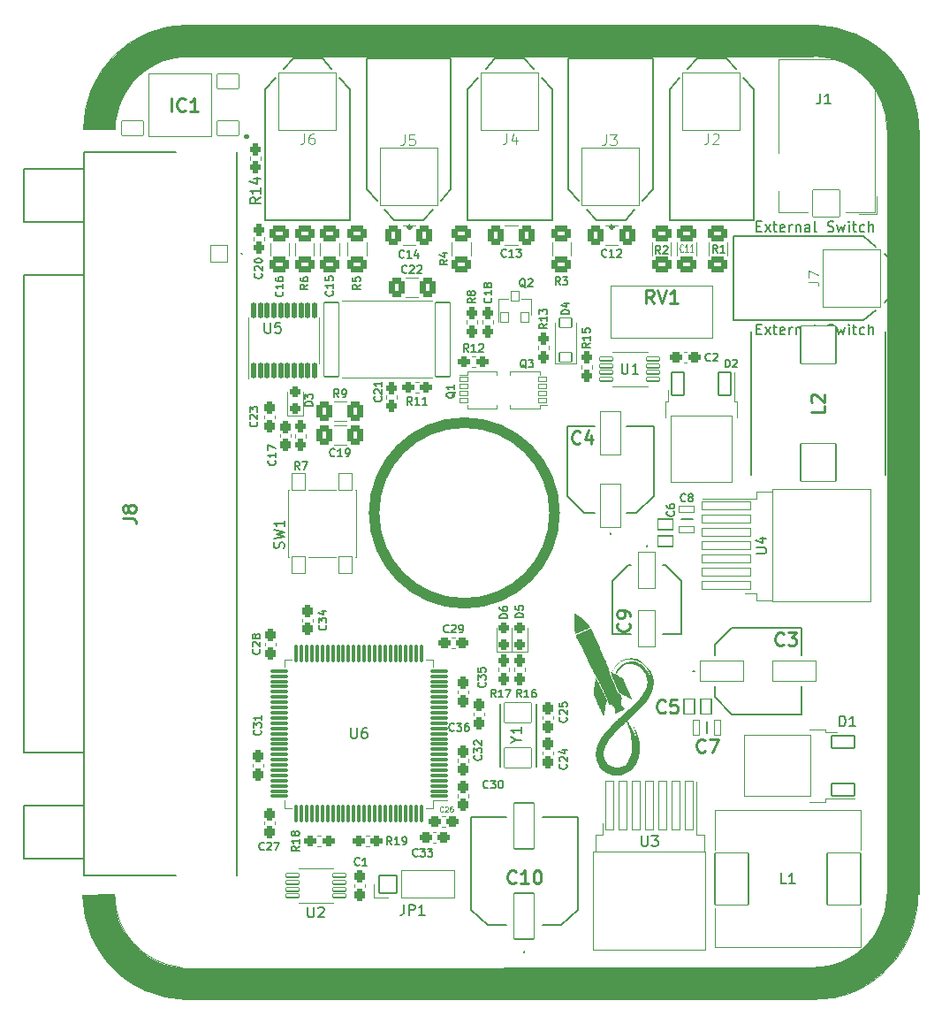
<source format=gto>
%TF.GenerationSoftware,KiCad,Pcbnew,(6.0.1)*%
%TF.CreationDate,2022-04-29T11:40:25-05:00*%
%TF.ProjectId,Power_KiCAD_Project,506f7765-725f-44b6-9943-41445f50726f,rev?*%
%TF.SameCoordinates,Original*%
%TF.FileFunction,Legend,Top*%
%TF.FilePolarity,Positive*%
%FSLAX46Y46*%
G04 Gerber Fmt 4.6, Leading zero omitted, Abs format (unit mm)*
G04 Created by KiCad (PCBNEW (6.0.1)) date 2022-04-29 11:40:25*
%MOMM*%
%LPD*%
G01*
G04 APERTURE LIST*
G04 Aperture macros list*
%AMRoundRect*
0 Rectangle with rounded corners*
0 $1 Rounding radius*
0 $2 $3 $4 $5 $6 $7 $8 $9 X,Y pos of 4 corners*
0 Add a 4 corners polygon primitive as box body*
4,1,4,$2,$3,$4,$5,$6,$7,$8,$9,$2,$3,0*
0 Add four circle primitives for the rounded corners*
1,1,$1+$1,$2,$3*
1,1,$1+$1,$4,$5*
1,1,$1+$1,$6,$7*
1,1,$1+$1,$8,$9*
0 Add four rect primitives between the rounded corners*
20,1,$1+$1,$2,$3,$4,$5,0*
20,1,$1+$1,$4,$5,$6,$7,0*
20,1,$1+$1,$6,$7,$8,$9,0*
20,1,$1+$1,$8,$9,$2,$3,0*%
%AMFreePoly0*
4,1,43,1.580355,1.210355,1.595000,1.175000,1.595000,0.775000,1.580355,0.739645,1.545000,0.725000,0.975000,0.725000,0.975000,0.575000,1.545000,0.575000,1.580355,0.560355,1.595000,0.525000,1.595000,0.125000,1.580355,0.089645,1.545000,0.075000,0.975000,0.075000,0.975000,-0.075000,1.545000,-0.075000,1.580355,-0.089645,1.595000,-0.125000,1.595000,-0.525000,1.580355,-0.560355,
1.545000,-0.575000,0.975000,-0.575000,0.975000,-0.725000,1.545000,-0.725000,1.580355,-0.739645,1.595000,-0.775000,1.595000,-1.175000,1.580355,-1.210355,1.545000,-1.225000,0.925000,-1.225000,0.889645,-1.210355,0.875000,-1.175000,-0.925000,-1.175000,-0.960355,-1.160355,-0.975000,-1.125000,-0.975000,1.125000,-0.960355,1.160355,-0.925000,1.175000,0.875000,1.175000,0.889645,1.210355,
0.925000,1.225000,1.545000,1.225000,1.580355,1.210355,1.580355,1.210355,$1*%
G04 Aperture macros list end*
%ADD10C,1.000000*%
%ADD11C,0.050000*%
%ADD12C,0.100000*%
%ADD13C,0.120000*%
%ADD14C,0.150000*%
%ADD15C,0.254000*%
%ADD16C,0.125000*%
%ADD17C,0.187500*%
%ADD18C,0.200000*%
%ADD19C,0.127000*%
%ADD20C,0.300000*%
%ADD21C,0.400000*%
%ADD22RoundRect,0.051000X-0.825000X0.825000X-0.825000X-0.825000X0.825000X-0.825000X0.825000X0.825000X0*%
%ADD23C,1.752000*%
%ADD24C,4.902000*%
%ADD25RoundRect,0.288500X-0.237500X0.300000X-0.237500X-0.300000X0.237500X-0.300000X0.237500X0.300000X0*%
%ADD26RoundRect,0.288500X-0.300000X-0.237500X0.300000X-0.237500X0.300000X0.237500X-0.300000X0.237500X0*%
%ADD27RoundRect,0.051000X2.075000X-0.950000X2.075000X0.950000X-2.075000X0.950000X-2.075000X-0.950000X0*%
%ADD28RoundRect,0.051000X0.510000X0.735000X-0.510000X0.735000X-0.510000X-0.735000X0.510000X-0.735000X0*%
%ADD29RoundRect,0.288500X0.237500X-0.300000X0.237500X0.300000X-0.237500X0.300000X-0.237500X-0.300000X0*%
%ADD30RoundRect,0.288500X-0.237500X0.287500X-0.237500X-0.287500X0.237500X-0.287500X0.237500X0.287500X0*%
%ADD31RoundRect,0.051000X1.100000X0.600000X-1.100000X0.600000X-1.100000X-0.600000X1.100000X-0.600000X0*%
%ADD32RoundRect,0.051000X3.200000X2.900000X-3.200000X2.900000X-3.200000X-2.900000X3.200000X-2.900000X0*%
%ADD33RoundRect,0.051000X0.600000X-0.450000X0.600000X0.450000X-0.600000X0.450000X-0.600000X-0.450000X0*%
%ADD34RoundRect,0.269750X0.256250X-0.218750X0.256250X0.218750X-0.256250X0.218750X-0.256250X-0.218750X0*%
%ADD35RoundRect,0.050000X-0.415000X-0.200000X0.415000X-0.200000X0.415000X0.200000X-0.415000X0.200000X0*%
%ADD36FreePoly0,0.000000*%
%ADD37RoundRect,0.051000X0.400000X-0.450000X0.400000X0.450000X-0.400000X0.450000X-0.400000X-0.450000X0*%
%ADD38RoundRect,0.050000X0.415000X0.200000X-0.415000X0.200000X-0.415000X-0.200000X0.415000X-0.200000X0*%
%ADD39FreePoly0,180.000000*%
%ADD40RoundRect,0.288500X-0.287500X-0.237500X0.287500X-0.237500X0.287500X0.237500X-0.287500X0.237500X0*%
%ADD41RoundRect,0.051000X-0.400000X2.300000X-0.400000X-2.300000X0.400000X-2.300000X0.400000X2.300000X0*%
%ADD42RoundRect,0.051000X-5.400000X4.700000X-5.400000X-4.700000X5.400000X-4.700000X5.400000X4.700000X0*%
%ADD43RoundRect,0.126000X0.725000X0.075000X-0.725000X0.075000X-0.725000X-0.075000X0.725000X-0.075000X0*%
%ADD44RoundRect,0.126000X0.075000X0.725000X-0.075000X0.725000X-0.075000X-0.725000X0.075000X-0.725000X0*%
%ADD45RoundRect,0.288500X0.237500X-0.287500X0.237500X0.287500X-0.237500X0.287500X-0.237500X-0.287500X0*%
%ADD46RoundRect,0.051000X-2.758000X2.758000X-2.758000X-2.758000X2.758000X-2.758000X2.758000X2.758000X0*%
%ADD47C,5.618000*%
%ADD48RoundRect,0.301001X-0.624999X0.462499X-0.624999X-0.462499X0.624999X-0.462499X0.624999X0.462499X0*%
%ADD49C,1.302000*%
%ADD50RoundRect,0.301001X0.624999X-0.462499X0.624999X0.462499X-0.624999X0.462499X-0.624999X-0.462499X0*%
%ADD51RoundRect,0.051000X1.300000X1.300000X-1.300000X1.300000X-1.300000X-1.300000X1.300000X-1.300000X0*%
%ADD52C,2.702000*%
%ADD53RoundRect,0.301001X0.462499X0.624999X-0.462499X0.624999X-0.462499X-0.624999X0.462499X-0.624999X0*%
%ADD54RoundRect,0.051000X2.758000X-2.758000X2.758000X2.758000X-2.758000X2.758000X-2.758000X-2.758000X0*%
%ADD55RoundRect,0.288500X0.287500X0.237500X-0.287500X0.237500X-0.287500X-0.237500X0.287500X-0.237500X0*%
%ADD56RoundRect,0.151000X0.100000X-0.637500X0.100000X0.637500X-0.100000X0.637500X-0.100000X-0.637500X0*%
%ADD57RoundRect,0.301001X-0.462499X-0.624999X0.462499X-0.624999X0.462499X0.624999X-0.462499X0.624999X0*%
%ADD58RoundRect,0.051000X-0.950000X-2.200000X0.950000X-2.200000X0.950000X2.200000X-0.950000X2.200000X0*%
%ADD59RoundRect,0.051000X2.758000X2.758000X-2.758000X2.758000X-2.758000X-2.758000X2.758000X-2.758000X0*%
%ADD60RoundRect,0.051000X0.950000X2.075000X-0.950000X2.075000X-0.950000X-2.075000X0.950000X-2.075000X0*%
%ADD61RoundRect,0.051000X-0.310000X-0.735000X0.310000X-0.735000X0.310000X0.735000X-0.310000X0.735000X0*%
%ADD62RoundRect,0.051000X-0.600000X1.100000X-0.600000X-1.100000X0.600000X-1.100000X0.600000X1.100000X0*%
%ADD63RoundRect,0.051000X-2.900000X3.200000X-2.900000X-3.200000X2.900000X-3.200000X2.900000X3.200000X0*%
%ADD64RoundRect,0.051000X0.800000X1.750000X-0.800000X1.750000X-0.800000X-1.750000X0.800000X-1.750000X0*%
%ADD65RoundRect,0.051000X-0.735000X0.510000X-0.735000X-0.510000X0.735000X-0.510000X0.735000X0.510000X0*%
%ADD66RoundRect,0.051000X0.735000X-0.310000X0.735000X0.310000X-0.735000X0.310000X-0.735000X-0.310000X0*%
%ADD67RoundRect,0.051000X-1.700000X-1.800000X1.700000X-1.800000X1.700000X1.800000X-1.700000X1.800000X0*%
%ADD68RoundRect,0.051000X-2.300000X-0.400000X2.300000X-0.400000X2.300000X0.400000X-2.300000X0.400000X0*%
%ADD69RoundRect,0.051000X-4.700000X-5.400000X4.700000X-5.400000X4.700000X5.400000X-4.700000X5.400000X0*%
%ADD70RoundRect,0.051000X-0.622300X-0.177800X0.622300X-0.177800X0.622300X0.177800X-0.622300X0.177800X0*%
%ADD71RoundRect,0.051000X0.850000X-0.850000X0.850000X0.850000X-0.850000X0.850000X-0.850000X-0.850000X0*%
%ADD72O,1.802000X1.802000*%
%ADD73RoundRect,0.051000X0.650000X-0.775000X0.650000X0.775000X-0.650000X0.775000X-0.650000X-0.775000X0*%
%ADD74RoundRect,0.051000X1.300000X-0.950000X1.300000X0.950000X-1.300000X0.950000X-1.300000X-0.950000X0*%
%ADD75RoundRect,0.051000X-0.711200X-3.556000X0.711200X-3.556000X0.711200X3.556000X-0.711200X3.556000X0*%
%ADD76RoundRect,0.051000X1.612900X-2.476500X1.612900X2.476500X-1.612900X2.476500X-1.612900X-2.476500X0*%
%ADD77RoundRect,0.051000X-1.050000X0.700000X-1.050000X-0.700000X1.050000X-0.700000X1.050000X0.700000X0*%
G04 APERTURE END LIST*
D10*
X125150000Y-98500000D02*
G75*
G03*
X125150000Y-98500000I-8650000J0D01*
G01*
D11*
X90000000Y-51775000D02*
G75*
G03*
X80000000Y-61775000I-1J-9999999D01*
G01*
D12*
X89858100Y-145039893D02*
X89048100Y-144999893D01*
X89048100Y-144999893D02*
X87768100Y-144809893D01*
X87768100Y-144809893D02*
X86508100Y-144419893D01*
X86508100Y-144419893D02*
X85918100Y-144209893D01*
X85918100Y-144209893D02*
X84668100Y-143549893D01*
X84668100Y-143549893D02*
X83548100Y-142769893D01*
X83548100Y-142769893D02*
X82648100Y-141929893D01*
X82648100Y-141929893D02*
X82018100Y-141189893D01*
X82018100Y-141189893D02*
X81478100Y-140399893D01*
X81478100Y-140399893D02*
X81128100Y-139839893D01*
X81128100Y-139839893D02*
X80748100Y-139009893D01*
X80748100Y-139009893D02*
X80438100Y-138209893D01*
X80438100Y-138209893D02*
X80148101Y-137159893D01*
X80148101Y-137159893D02*
X80048100Y-136559893D01*
X80048100Y-136559893D02*
X79928100Y-135789893D01*
X79928100Y-135789893D02*
X79908100Y-135049954D01*
X79908100Y-135049954D02*
X82908100Y-135019893D01*
X82908100Y-135019893D02*
X82908101Y-135179179D01*
X82908101Y-135179179D02*
X82928100Y-135659892D01*
X82928100Y-135659892D02*
X83028100Y-136429893D01*
X83028100Y-136429893D02*
X83308100Y-137399893D01*
X83308100Y-137399893D02*
X83558100Y-138019893D01*
X83558100Y-138019893D02*
X83878100Y-138619893D01*
X83878100Y-138619893D02*
X84338100Y-139319893D01*
X84338100Y-139319893D02*
X84708100Y-139759893D01*
X84708100Y-139759893D02*
X85298100Y-140339893D01*
X85298100Y-140339893D02*
X86138100Y-140969893D01*
X86138100Y-140969893D02*
X86948100Y-141409893D01*
X86948100Y-141409893D02*
X87728100Y-141719893D01*
X87728100Y-141719893D02*
X88528100Y-141939893D01*
X88528100Y-141939893D02*
X89128100Y-142029894D01*
X89128100Y-142029894D02*
X89883100Y-142069893D01*
X89883100Y-142069893D02*
X89883100Y-145044893D01*
X89883100Y-145044893D02*
X89858099Y-145044893D01*
X89858099Y-145044893D02*
X89858100Y-145039893D01*
G36*
X82908101Y-135179179D02*
G01*
X82928100Y-135659892D01*
X83028100Y-136429893D01*
X83308100Y-137399893D01*
X83558100Y-138019893D01*
X83878100Y-138619893D01*
X84338100Y-139319893D01*
X84708100Y-139759893D01*
X85298100Y-140339893D01*
X86138100Y-140969893D01*
X86948100Y-141409893D01*
X87728100Y-141719893D01*
X88528100Y-141939893D01*
X89128100Y-142029894D01*
X89883100Y-142069893D01*
X89883100Y-145044893D01*
X89858099Y-145044893D01*
X89858100Y-145039893D01*
X89048100Y-144999893D01*
X87768100Y-144809893D01*
X86508100Y-144419893D01*
X85918100Y-144209893D01*
X84668100Y-143549893D01*
X83548100Y-142769893D01*
X82648100Y-141929893D01*
X82018100Y-141189893D01*
X81478100Y-140399893D01*
X81128100Y-139839893D01*
X80748100Y-139009893D01*
X80438100Y-138209893D01*
X80148101Y-137159893D01*
X80048100Y-136559893D01*
X79928100Y-135789893D01*
X79908100Y-135049954D01*
X82908100Y-135019893D01*
X82908101Y-135179179D01*
G37*
X82908101Y-135179179D02*
X82928100Y-135659892D01*
X83028100Y-136429893D01*
X83308100Y-137399893D01*
X83558100Y-138019893D01*
X83878100Y-138619893D01*
X84338100Y-139319893D01*
X84708100Y-139759893D01*
X85298100Y-140339893D01*
X86138100Y-140969893D01*
X86948100Y-141409893D01*
X87728100Y-141719893D01*
X88528100Y-141939893D01*
X89128100Y-142029894D01*
X89883100Y-142069893D01*
X89883100Y-145044893D01*
X89858099Y-145044893D01*
X89858100Y-145039893D01*
X89048100Y-144999893D01*
X87768100Y-144809893D01*
X86508100Y-144419893D01*
X85918100Y-144209893D01*
X84668100Y-143549893D01*
X83548100Y-142769893D01*
X82648100Y-141929893D01*
X82018100Y-141189893D01*
X81478100Y-140399893D01*
X81128100Y-139839893D01*
X80748100Y-139009893D01*
X80438100Y-138209893D01*
X80148101Y-137159893D01*
X80048100Y-136559893D01*
X79928100Y-135789893D01*
X79908100Y-135049954D01*
X82908100Y-135019893D01*
X82908101Y-135179179D01*
D13*
X157000000Y-61775000D02*
G75*
G03*
X150249841Y-54779460I-7000000J0D01*
G01*
D12*
X159908100Y-135059893D02*
X159878100Y-135719893D01*
X159878100Y-135719893D02*
X159808100Y-136419893D01*
X159808100Y-136419893D02*
X159668100Y-137199893D01*
X159668100Y-137199893D02*
X159478100Y-137959893D01*
X159478100Y-137959893D02*
X159208100Y-138709893D01*
X159208100Y-138709893D02*
X158918100Y-139369893D01*
X158918100Y-139369893D02*
X158588100Y-139989893D01*
X158588100Y-139989893D02*
X158158100Y-140709893D01*
X158158100Y-140709893D02*
X157658100Y-141359893D01*
X157658100Y-141359893D02*
X157278100Y-141789893D01*
X157278100Y-141789893D02*
X156788100Y-142299893D01*
X156788100Y-142299893D02*
X156388100Y-142669893D01*
X156388100Y-142669893D02*
X155948100Y-143009893D01*
X155948100Y-143009893D02*
X155498100Y-143339893D01*
X155498100Y-143339893D02*
X154828100Y-143749893D01*
X154828100Y-143749893D02*
X154268100Y-144039893D01*
X154268100Y-144039893D02*
X153768100Y-144279893D01*
X153768100Y-144279893D02*
X153128100Y-144509893D01*
X153128100Y-144509893D02*
X152408100Y-144729893D01*
X152408100Y-144729893D02*
X151908100Y-144849893D01*
X151908100Y-144849893D02*
X151528100Y-144909893D01*
X151528100Y-144909893D02*
X151098100Y-144969893D01*
X151098100Y-144969893D02*
X150578100Y-145009893D01*
X150578100Y-145009893D02*
X150018100Y-145039893D01*
X150018100Y-145039893D02*
X149888100Y-145039893D01*
X149888100Y-145039893D02*
X149998100Y-142049893D01*
X149998100Y-142049893D02*
X150028100Y-142049893D01*
X150028100Y-142049893D02*
X151008100Y-141949893D01*
X151008100Y-141949893D02*
X151868100Y-141769893D01*
X151868100Y-141769893D02*
X152678100Y-141469893D01*
X152678100Y-141469893D02*
X153228100Y-141189893D01*
X153228100Y-141189893D02*
X153808100Y-140859893D01*
X153808100Y-140859893D02*
X154378100Y-140449893D01*
X154378100Y-140449893D02*
X154948100Y-139929893D01*
X154948100Y-139929893D02*
X155548100Y-139219893D01*
X155548100Y-139219893D02*
X155878100Y-138699893D01*
X155878100Y-138699893D02*
X156268100Y-137979893D01*
X156268100Y-137979893D02*
X156448100Y-137559893D01*
X156448100Y-137559893D02*
X156658100Y-136919893D01*
X156658100Y-136919893D02*
X156828100Y-136169893D01*
X156828100Y-136169893D02*
X156898100Y-135709893D01*
X156898100Y-135709893D02*
X156928100Y-134989893D01*
X156928100Y-134989893D02*
X159908100Y-134989893D01*
X159908100Y-134989893D02*
X159908100Y-135059893D01*
G36*
X159908100Y-135059893D02*
G01*
X159878100Y-135719893D01*
X159808100Y-136419893D01*
X159668100Y-137199893D01*
X159478100Y-137959893D01*
X159208100Y-138709893D01*
X158918100Y-139369893D01*
X158588100Y-139989893D01*
X158158100Y-140709893D01*
X157658100Y-141359893D01*
X157278100Y-141789893D01*
X156788100Y-142299893D01*
X156388100Y-142669893D01*
X155948100Y-143009893D01*
X155498100Y-143339893D01*
X154828100Y-143749893D01*
X154268100Y-144039893D01*
X153768100Y-144279893D01*
X153128100Y-144509893D01*
X152408100Y-144729893D01*
X151908100Y-144849893D01*
X151528100Y-144909893D01*
X151098100Y-144969893D01*
X150578100Y-145009893D01*
X150018100Y-145039893D01*
X149888100Y-145039893D01*
X149998100Y-142049893D01*
X150028100Y-142049893D01*
X151008100Y-141949893D01*
X151868100Y-141769893D01*
X152678100Y-141469893D01*
X153228100Y-141189893D01*
X153808100Y-140859893D01*
X154378100Y-140449893D01*
X154948100Y-139929893D01*
X155548100Y-139219893D01*
X155878100Y-138699893D01*
X156268100Y-137979893D01*
X156448100Y-137559893D01*
X156658100Y-136919893D01*
X156828100Y-136169893D01*
X156898100Y-135709893D01*
X156928100Y-134989893D01*
X159908100Y-134989893D01*
X159908100Y-135059893D01*
G37*
X159908100Y-135059893D02*
X159878100Y-135719893D01*
X159808100Y-136419893D01*
X159668100Y-137199893D01*
X159478100Y-137959893D01*
X159208100Y-138709893D01*
X158918100Y-139369893D01*
X158588100Y-139989893D01*
X158158100Y-140709893D01*
X157658100Y-141359893D01*
X157278100Y-141789893D01*
X156788100Y-142299893D01*
X156388100Y-142669893D01*
X155948100Y-143009893D01*
X155498100Y-143339893D01*
X154828100Y-143749893D01*
X154268100Y-144039893D01*
X153768100Y-144279893D01*
X153128100Y-144509893D01*
X152408100Y-144729893D01*
X151908100Y-144849893D01*
X151528100Y-144909893D01*
X151098100Y-144969893D01*
X150578100Y-145009893D01*
X150018100Y-145039893D01*
X149888100Y-145039893D01*
X149998100Y-142049893D01*
X150028100Y-142049893D01*
X151008100Y-141949893D01*
X151868100Y-141769893D01*
X152678100Y-141469893D01*
X153228100Y-141189893D01*
X153808100Y-140859893D01*
X154378100Y-140449893D01*
X154948100Y-139929893D01*
X155548100Y-139219893D01*
X155878100Y-138699893D01*
X156268100Y-137979893D01*
X156448100Y-137559893D01*
X156658100Y-136919893D01*
X156828100Y-136169893D01*
X156898100Y-135709893D01*
X156928100Y-134989893D01*
X159908100Y-134989893D01*
X159908100Y-135059893D01*
X160041900Y-134955107D02*
X157041900Y-134965107D01*
X157041900Y-134965107D02*
X157041900Y-61805107D01*
X157041900Y-61805107D02*
X160041900Y-61805107D01*
X160041900Y-61805107D02*
X160041900Y-134955107D01*
G36*
X160041900Y-134955107D02*
G01*
X157041900Y-134965107D01*
X157041900Y-61805107D01*
X160041900Y-61805107D01*
X160041900Y-134955107D01*
G37*
X160041900Y-134955107D02*
X157041900Y-134965107D01*
X157041900Y-61805107D01*
X160041900Y-61805107D01*
X160041900Y-134955107D01*
X149933100Y-54769893D02*
X89688100Y-54809893D01*
X89688100Y-54809893D02*
X89903039Y-51794893D01*
X89903039Y-51794893D02*
X149933100Y-51794893D01*
X149933100Y-51794893D02*
X149933100Y-54769893D01*
G36*
X149933100Y-54769893D02*
G01*
X89688100Y-54809893D01*
X89903039Y-51794893D01*
X149933100Y-51794893D01*
X149933100Y-54769893D01*
G37*
X149933100Y-54769893D02*
X89688100Y-54809893D01*
X89903039Y-51794893D01*
X149933100Y-51794893D01*
X149933100Y-54769893D01*
X150050000Y-51780000D02*
X150860000Y-51820000D01*
X150860000Y-51820000D02*
X152140000Y-52010000D01*
X152140000Y-52010000D02*
X153400000Y-52400000D01*
X153400000Y-52400000D02*
X153990000Y-52610000D01*
X153990000Y-52610000D02*
X155240000Y-53270000D01*
X155240000Y-53270000D02*
X156360000Y-54050000D01*
X156360000Y-54050000D02*
X157260000Y-54890000D01*
X157260000Y-54890000D02*
X157890000Y-55630000D01*
X157890000Y-55630000D02*
X158430000Y-56420000D01*
X158430000Y-56420000D02*
X158780000Y-56980000D01*
X158780000Y-56980000D02*
X159160000Y-57810000D01*
X159160000Y-57810000D02*
X159470000Y-58610000D01*
X159470000Y-58610000D02*
X159760000Y-59660000D01*
X159760000Y-59660000D02*
X159860000Y-60260000D01*
X159860000Y-60260000D02*
X159980000Y-61030000D01*
X159980000Y-61030000D02*
X160000000Y-61769939D01*
X160000000Y-61769939D02*
X157000000Y-61800000D01*
X157000000Y-61800000D02*
X156999999Y-61640714D01*
X156999999Y-61640714D02*
X156980000Y-61160000D01*
X156980000Y-61160000D02*
X156880000Y-60390000D01*
X156880000Y-60390000D02*
X156600000Y-59420000D01*
X156600000Y-59420000D02*
X156350000Y-58800000D01*
X156350000Y-58800000D02*
X156030000Y-58200000D01*
X156030000Y-58200000D02*
X155570000Y-57500000D01*
X155570000Y-57500000D02*
X155200000Y-57060000D01*
X155200000Y-57060000D02*
X154610000Y-56480000D01*
X154610000Y-56480000D02*
X153770000Y-55850000D01*
X153770000Y-55850000D02*
X152960000Y-55410000D01*
X152960000Y-55410000D02*
X152180000Y-55100000D01*
X152180000Y-55100000D02*
X151380000Y-54880000D01*
X151380000Y-54880000D02*
X150780000Y-54790000D01*
X150780000Y-54790000D02*
X150025000Y-54750000D01*
X150025000Y-54750000D02*
X150025000Y-51775000D01*
X150025000Y-51775000D02*
X150050000Y-51775000D01*
X150050000Y-51775000D02*
X150050000Y-51780000D01*
G36*
X150050000Y-51780000D02*
G01*
X150860000Y-51820000D01*
X152140000Y-52010000D01*
X153400000Y-52400000D01*
X153990000Y-52610000D01*
X155240000Y-53270000D01*
X156360000Y-54050000D01*
X157260000Y-54890000D01*
X157890000Y-55630000D01*
X158430000Y-56420000D01*
X158780000Y-56980000D01*
X159160000Y-57810000D01*
X159470000Y-58610000D01*
X159760000Y-59660000D01*
X159860000Y-60260000D01*
X159980000Y-61030000D01*
X160000000Y-61769939D01*
X157000000Y-61800000D01*
X156999999Y-61640714D01*
X156980000Y-61160000D01*
X156880000Y-60390000D01*
X156600000Y-59420000D01*
X156350000Y-58800000D01*
X156030000Y-58200000D01*
X155570000Y-57500000D01*
X155200000Y-57060000D01*
X154610000Y-56480000D01*
X153770000Y-55850000D01*
X152960000Y-55410000D01*
X152180000Y-55100000D01*
X151380000Y-54880000D01*
X150780000Y-54790000D01*
X150025000Y-54750000D01*
X150025000Y-51775000D01*
X150050000Y-51775000D01*
X150050000Y-51780000D01*
G37*
X150050000Y-51780000D02*
X150860000Y-51820000D01*
X152140000Y-52010000D01*
X153400000Y-52400000D01*
X153990000Y-52610000D01*
X155240000Y-53270000D01*
X156360000Y-54050000D01*
X157260000Y-54890000D01*
X157890000Y-55630000D01*
X158430000Y-56420000D01*
X158780000Y-56980000D01*
X159160000Y-57810000D01*
X159470000Y-58610000D01*
X159760000Y-59660000D01*
X159860000Y-60260000D01*
X159980000Y-61030000D01*
X160000000Y-61769939D01*
X157000000Y-61800000D01*
X156999999Y-61640714D01*
X156980000Y-61160000D01*
X156880000Y-60390000D01*
X156600000Y-59420000D01*
X156350000Y-58800000D01*
X156030000Y-58200000D01*
X155570000Y-57500000D01*
X155200000Y-57060000D01*
X154610000Y-56480000D01*
X153770000Y-55850000D01*
X152960000Y-55410000D01*
X152180000Y-55100000D01*
X151380000Y-54880000D01*
X150780000Y-54790000D01*
X150025000Y-54750000D01*
X150025000Y-51775000D01*
X150050000Y-51775000D01*
X150050000Y-51780000D01*
D13*
X90000000Y-54775000D02*
G75*
G03*
X83000000Y-61775000I2J-7000002D01*
G01*
X150000000Y-142025000D02*
G75*
G03*
X157000000Y-135025000I-2J7000002D01*
G01*
X83000000Y-135025000D02*
G75*
G03*
X89246577Y-141984336I6999999J-1D01*
G01*
D12*
X150000000Y-145030000D02*
X89975000Y-145025000D01*
X89975000Y-145025000D02*
X90000000Y-142060000D01*
X90000000Y-142060000D02*
X150109286Y-142020000D01*
X150109286Y-142020000D02*
X150000000Y-145030000D01*
G36*
X150000000Y-145030000D02*
G01*
X89975000Y-145025000D01*
X90000000Y-142060000D01*
X150109286Y-142020000D01*
X150000000Y-145030000D01*
G37*
X150000000Y-145030000D02*
X89975000Y-145025000D01*
X90000000Y-142060000D01*
X150109286Y-142020000D01*
X150000000Y-145030000D01*
X80046900Y-61730107D02*
X80086900Y-60920107D01*
X80086900Y-60920107D02*
X80276900Y-59640107D01*
X80276900Y-59640107D02*
X80666900Y-58380107D01*
X80666900Y-58380107D02*
X80876900Y-57790107D01*
X80876900Y-57790107D02*
X81536900Y-56540107D01*
X81536900Y-56540107D02*
X82316900Y-55420107D01*
X82316900Y-55420107D02*
X83156900Y-54520107D01*
X83156900Y-54520107D02*
X83896900Y-53890107D01*
X83896900Y-53890107D02*
X84686900Y-53350107D01*
X84686900Y-53350107D02*
X85246900Y-53000107D01*
X85246900Y-53000107D02*
X86076900Y-52620107D01*
X86076900Y-52620107D02*
X86876900Y-52310107D01*
X86876900Y-52310107D02*
X87926900Y-52020108D01*
X87926900Y-52020108D02*
X88526900Y-51920107D01*
X88526900Y-51920107D02*
X89296900Y-51800107D01*
X89296900Y-51800107D02*
X90036839Y-51780107D01*
X90036839Y-51780107D02*
X90066900Y-54780107D01*
X90066900Y-54780107D02*
X89907614Y-54780108D01*
X89907614Y-54780108D02*
X89426901Y-54800107D01*
X89426901Y-54800107D02*
X88656900Y-54900107D01*
X88656900Y-54900107D02*
X87686900Y-55180107D01*
X87686900Y-55180107D02*
X87066900Y-55430107D01*
X87066900Y-55430107D02*
X86466900Y-55750107D01*
X86466900Y-55750107D02*
X85766900Y-56210107D01*
X85766900Y-56210107D02*
X85326900Y-56580107D01*
X85326900Y-56580107D02*
X84746900Y-57170107D01*
X84746900Y-57170107D02*
X84116900Y-58010107D01*
X84116900Y-58010107D02*
X83676900Y-58820107D01*
X83676900Y-58820107D02*
X83366900Y-59600107D01*
X83366900Y-59600107D02*
X83146900Y-60400107D01*
X83146900Y-60400107D02*
X83056899Y-61000107D01*
X83056899Y-61000107D02*
X83016900Y-61755107D01*
X83016900Y-61755107D02*
X80041900Y-61755107D01*
X80041900Y-61755107D02*
X80041900Y-61730106D01*
X80041900Y-61730106D02*
X80046900Y-61730107D01*
G36*
X90066900Y-54780107D02*
G01*
X89907614Y-54780108D01*
X89426901Y-54800107D01*
X88656900Y-54900107D01*
X87686900Y-55180107D01*
X87066900Y-55430107D01*
X86466900Y-55750107D01*
X85766900Y-56210107D01*
X85326900Y-56580107D01*
X84746900Y-57170107D01*
X84116900Y-58010107D01*
X83676900Y-58820107D01*
X83366900Y-59600107D01*
X83146900Y-60400107D01*
X83056899Y-61000107D01*
X83016900Y-61755107D01*
X80041900Y-61755107D01*
X80041900Y-61730106D01*
X80046900Y-61730107D01*
X80086900Y-60920107D01*
X80276900Y-59640107D01*
X80666900Y-58380107D01*
X80876900Y-57790107D01*
X81536900Y-56540107D01*
X82316900Y-55420107D01*
X83156900Y-54520107D01*
X83896900Y-53890107D01*
X84686900Y-53350107D01*
X85246900Y-53000107D01*
X86076900Y-52620107D01*
X86876900Y-52310107D01*
X87926900Y-52020108D01*
X88526900Y-51920107D01*
X89296900Y-51800107D01*
X90036839Y-51780107D01*
X90066900Y-54780107D01*
G37*
X90066900Y-54780107D02*
X89907614Y-54780108D01*
X89426901Y-54800107D01*
X88656900Y-54900107D01*
X87686900Y-55180107D01*
X87066900Y-55430107D01*
X86466900Y-55750107D01*
X85766900Y-56210107D01*
X85326900Y-56580107D01*
X84746900Y-57170107D01*
X84116900Y-58010107D01*
X83676900Y-58820107D01*
X83366900Y-59600107D01*
X83146900Y-60400107D01*
X83056899Y-61000107D01*
X83016900Y-61755107D01*
X80041900Y-61755107D01*
X80041900Y-61730106D01*
X80046900Y-61730107D01*
X80086900Y-60920107D01*
X80276900Y-59640107D01*
X80666900Y-58380107D01*
X80876900Y-57790107D01*
X81536900Y-56540107D01*
X82316900Y-55420107D01*
X83156900Y-54520107D01*
X83896900Y-53890107D01*
X84686900Y-53350107D01*
X85246900Y-53000107D01*
X86076900Y-52620107D01*
X86876900Y-52310107D01*
X87926900Y-52020108D01*
X88526900Y-51920107D01*
X89296900Y-51800107D01*
X90036839Y-51780107D01*
X90066900Y-54780107D01*
D14*
X144494761Y-71053571D02*
X144828095Y-71053571D01*
X144970952Y-71577380D02*
X144494761Y-71577380D01*
X144494761Y-70577380D01*
X144970952Y-70577380D01*
X145304285Y-71577380D02*
X145828095Y-70910714D01*
X145304285Y-70910714D02*
X145828095Y-71577380D01*
X146066190Y-70910714D02*
X146447142Y-70910714D01*
X146209047Y-70577380D02*
X146209047Y-71434523D01*
X146256666Y-71529761D01*
X146351904Y-71577380D01*
X146447142Y-71577380D01*
X147161428Y-71529761D02*
X147066190Y-71577380D01*
X146875714Y-71577380D01*
X146780476Y-71529761D01*
X146732857Y-71434523D01*
X146732857Y-71053571D01*
X146780476Y-70958333D01*
X146875714Y-70910714D01*
X147066190Y-70910714D01*
X147161428Y-70958333D01*
X147209047Y-71053571D01*
X147209047Y-71148809D01*
X146732857Y-71244047D01*
X147637619Y-71577380D02*
X147637619Y-70910714D01*
X147637619Y-71101190D02*
X147685238Y-71005952D01*
X147732857Y-70958333D01*
X147828095Y-70910714D01*
X147923333Y-70910714D01*
X148256666Y-70910714D02*
X148256666Y-71577380D01*
X148256666Y-71005952D02*
X148304285Y-70958333D01*
X148399523Y-70910714D01*
X148542380Y-70910714D01*
X148637619Y-70958333D01*
X148685238Y-71053571D01*
X148685238Y-71577380D01*
X149590000Y-71577380D02*
X149590000Y-71053571D01*
X149542380Y-70958333D01*
X149447142Y-70910714D01*
X149256666Y-70910714D01*
X149161428Y-70958333D01*
X149590000Y-71529761D02*
X149494761Y-71577380D01*
X149256666Y-71577380D01*
X149161428Y-71529761D01*
X149113809Y-71434523D01*
X149113809Y-71339285D01*
X149161428Y-71244047D01*
X149256666Y-71196428D01*
X149494761Y-71196428D01*
X149590000Y-71148809D01*
X150209047Y-71577380D02*
X150113809Y-71529761D01*
X150066190Y-71434523D01*
X150066190Y-70577380D01*
X151304285Y-71529761D02*
X151447142Y-71577380D01*
X151685238Y-71577380D01*
X151780476Y-71529761D01*
X151828095Y-71482142D01*
X151875714Y-71386904D01*
X151875714Y-71291666D01*
X151828095Y-71196428D01*
X151780476Y-71148809D01*
X151685238Y-71101190D01*
X151494761Y-71053571D01*
X151399523Y-71005952D01*
X151351904Y-70958333D01*
X151304285Y-70863095D01*
X151304285Y-70767857D01*
X151351904Y-70672619D01*
X151399523Y-70625000D01*
X151494761Y-70577380D01*
X151732857Y-70577380D01*
X151875714Y-70625000D01*
X152209047Y-70910714D02*
X152399523Y-71577380D01*
X152590000Y-71101190D01*
X152780476Y-71577380D01*
X152970952Y-70910714D01*
X153351904Y-71577380D02*
X153351904Y-70910714D01*
X153351904Y-70577380D02*
X153304285Y-70625000D01*
X153351904Y-70672619D01*
X153399523Y-70625000D01*
X153351904Y-70577380D01*
X153351904Y-70672619D01*
X153685238Y-70910714D02*
X154066190Y-70910714D01*
X153828095Y-70577380D02*
X153828095Y-71434523D01*
X153875714Y-71529761D01*
X153970952Y-71577380D01*
X154066190Y-71577380D01*
X154828095Y-71529761D02*
X154732857Y-71577380D01*
X154542380Y-71577380D01*
X154447142Y-71529761D01*
X154399523Y-71482142D01*
X154351904Y-71386904D01*
X154351904Y-71101190D01*
X154399523Y-71005952D01*
X154447142Y-70958333D01*
X154542380Y-70910714D01*
X154732857Y-70910714D01*
X154828095Y-70958333D01*
X155256666Y-71577380D02*
X155256666Y-70577380D01*
X155685238Y-71577380D02*
X155685238Y-71053571D01*
X155637619Y-70958333D01*
X155542380Y-70910714D01*
X155399523Y-70910714D01*
X155304285Y-70958333D01*
X155256666Y-71005952D01*
X144494761Y-80893571D02*
X144828095Y-80893571D01*
X144970952Y-81417380D02*
X144494761Y-81417380D01*
X144494761Y-80417380D01*
X144970952Y-80417380D01*
X145304285Y-81417380D02*
X145828095Y-80750714D01*
X145304285Y-80750714D02*
X145828095Y-81417380D01*
X146066190Y-80750714D02*
X146447142Y-80750714D01*
X146209047Y-80417380D02*
X146209047Y-81274523D01*
X146256666Y-81369761D01*
X146351904Y-81417380D01*
X146447142Y-81417380D01*
X147161428Y-81369761D02*
X147066190Y-81417380D01*
X146875714Y-81417380D01*
X146780476Y-81369761D01*
X146732857Y-81274523D01*
X146732857Y-80893571D01*
X146780476Y-80798333D01*
X146875714Y-80750714D01*
X147066190Y-80750714D01*
X147161428Y-80798333D01*
X147209047Y-80893571D01*
X147209047Y-80988809D01*
X146732857Y-81084047D01*
X147637619Y-81417380D02*
X147637619Y-80750714D01*
X147637619Y-80941190D02*
X147685238Y-80845952D01*
X147732857Y-80798333D01*
X147828095Y-80750714D01*
X147923333Y-80750714D01*
X148256666Y-80750714D02*
X148256666Y-81417380D01*
X148256666Y-80845952D02*
X148304285Y-80798333D01*
X148399523Y-80750714D01*
X148542380Y-80750714D01*
X148637619Y-80798333D01*
X148685238Y-80893571D01*
X148685238Y-81417380D01*
X149590000Y-81417380D02*
X149590000Y-80893571D01*
X149542380Y-80798333D01*
X149447142Y-80750714D01*
X149256666Y-80750714D01*
X149161428Y-80798333D01*
X149590000Y-81369761D02*
X149494761Y-81417380D01*
X149256666Y-81417380D01*
X149161428Y-81369761D01*
X149113809Y-81274523D01*
X149113809Y-81179285D01*
X149161428Y-81084047D01*
X149256666Y-81036428D01*
X149494761Y-81036428D01*
X149590000Y-80988809D01*
X150209047Y-81417380D02*
X150113809Y-81369761D01*
X150066190Y-81274523D01*
X150066190Y-80417380D01*
X151304285Y-81369761D02*
X151447142Y-81417380D01*
X151685238Y-81417380D01*
X151780476Y-81369761D01*
X151828095Y-81322142D01*
X151875714Y-81226904D01*
X151875714Y-81131666D01*
X151828095Y-81036428D01*
X151780476Y-80988809D01*
X151685238Y-80941190D01*
X151494761Y-80893571D01*
X151399523Y-80845952D01*
X151351904Y-80798333D01*
X151304285Y-80703095D01*
X151304285Y-80607857D01*
X151351904Y-80512619D01*
X151399523Y-80465000D01*
X151494761Y-80417380D01*
X151732857Y-80417380D01*
X151875714Y-80465000D01*
X152209047Y-80750714D02*
X152399523Y-81417380D01*
X152590000Y-80941190D01*
X152780476Y-81417380D01*
X152970952Y-80750714D01*
X153351904Y-81417380D02*
X153351904Y-80750714D01*
X153351904Y-80417380D02*
X153304285Y-80465000D01*
X153351904Y-80512619D01*
X153399523Y-80465000D01*
X153351904Y-80417380D01*
X153351904Y-80512619D01*
X153685238Y-80750714D02*
X154066190Y-80750714D01*
X153828095Y-80417380D02*
X153828095Y-81274523D01*
X153875714Y-81369761D01*
X153970952Y-81417380D01*
X154066190Y-81417380D01*
X154828095Y-81369761D02*
X154732857Y-81417380D01*
X154542380Y-81417380D01*
X154447142Y-81369761D01*
X154399523Y-81322142D01*
X154351904Y-81226904D01*
X154351904Y-80941190D01*
X154399523Y-80845952D01*
X154447142Y-80798333D01*
X154542380Y-80750714D01*
X154732857Y-80750714D01*
X154828095Y-80798333D01*
X155256666Y-81417380D02*
X155256666Y-80417380D01*
X155685238Y-81417380D02*
X155685238Y-80893571D01*
X155637619Y-80798333D01*
X155542380Y-80750714D01*
X155399523Y-80750714D01*
X155304285Y-80798333D01*
X155256666Y-80845952D01*
D15*
%TO.C,J8*%
X83764523Y-99003333D02*
X84671666Y-99003333D01*
X84853095Y-99063809D01*
X84974047Y-99184761D01*
X85034523Y-99366190D01*
X85034523Y-99487142D01*
X84308809Y-98217142D02*
X84248333Y-98338095D01*
X84187857Y-98398571D01*
X84066904Y-98459047D01*
X84006428Y-98459047D01*
X83885476Y-98398571D01*
X83825000Y-98338095D01*
X83764523Y-98217142D01*
X83764523Y-97975238D01*
X83825000Y-97854285D01*
X83885476Y-97793809D01*
X84006428Y-97733333D01*
X84066904Y-97733333D01*
X84187857Y-97793809D01*
X84248333Y-97854285D01*
X84308809Y-97975238D01*
X84308809Y-98217142D01*
X84369285Y-98338095D01*
X84429761Y-98398571D01*
X84550714Y-98459047D01*
X84792619Y-98459047D01*
X84913571Y-98398571D01*
X84974047Y-98338095D01*
X85034523Y-98217142D01*
X85034523Y-97975238D01*
X84974047Y-97854285D01*
X84913571Y-97793809D01*
X84792619Y-97733333D01*
X84550714Y-97733333D01*
X84429761Y-97793809D01*
X84369285Y-97854285D01*
X84308809Y-97975238D01*
D14*
%TO.C,C1*%
X106450000Y-132192857D02*
X106414285Y-132228571D01*
X106307142Y-132264285D01*
X106235714Y-132264285D01*
X106128571Y-132228571D01*
X106057142Y-132157142D01*
X106021428Y-132085714D01*
X105985714Y-131942857D01*
X105985714Y-131835714D01*
X106021428Y-131692857D01*
X106057142Y-131621428D01*
X106128571Y-131550000D01*
X106235714Y-131514285D01*
X106307142Y-131514285D01*
X106414285Y-131550000D01*
X106450000Y-131585714D01*
X107164285Y-132264285D02*
X106735714Y-132264285D01*
X106950000Y-132264285D02*
X106950000Y-131514285D01*
X106878571Y-131621428D01*
X106807142Y-131692857D01*
X106735714Y-131728571D01*
%TO.C,C2*%
X140050000Y-83892857D02*
X140014285Y-83928571D01*
X139907142Y-83964285D01*
X139835714Y-83964285D01*
X139728571Y-83928571D01*
X139657142Y-83857142D01*
X139621428Y-83785714D01*
X139585714Y-83642857D01*
X139585714Y-83535714D01*
X139621428Y-83392857D01*
X139657142Y-83321428D01*
X139728571Y-83250000D01*
X139835714Y-83214285D01*
X139907142Y-83214285D01*
X140014285Y-83250000D01*
X140050000Y-83285714D01*
X140335714Y-83285714D02*
X140371428Y-83250000D01*
X140442857Y-83214285D01*
X140621428Y-83214285D01*
X140692857Y-83250000D01*
X140728571Y-83285714D01*
X140764285Y-83357142D01*
X140764285Y-83428571D01*
X140728571Y-83535714D01*
X140300000Y-83964285D01*
X140764285Y-83964285D01*
D15*
%TO.C,C3*%
X147088333Y-111078571D02*
X147027857Y-111139047D01*
X146846428Y-111199523D01*
X146725476Y-111199523D01*
X146544047Y-111139047D01*
X146423095Y-111018095D01*
X146362619Y-110897142D01*
X146302142Y-110655238D01*
X146302142Y-110473809D01*
X146362619Y-110231904D01*
X146423095Y-110110952D01*
X146544047Y-109990000D01*
X146725476Y-109929523D01*
X146846428Y-109929523D01*
X147027857Y-109990000D01*
X147088333Y-110050476D01*
X147511666Y-109929523D02*
X148297857Y-109929523D01*
X147874523Y-110413333D01*
X148055952Y-110413333D01*
X148176904Y-110473809D01*
X148237380Y-110534285D01*
X148297857Y-110655238D01*
X148297857Y-110957619D01*
X148237380Y-111078571D01*
X148176904Y-111139047D01*
X148055952Y-111199523D01*
X147693095Y-111199523D01*
X147572142Y-111139047D01*
X147511666Y-111078571D01*
%TO.C,C5*%
X135738333Y-117528571D02*
X135677857Y-117589047D01*
X135496428Y-117649523D01*
X135375476Y-117649523D01*
X135194047Y-117589047D01*
X135073095Y-117468095D01*
X135012619Y-117347142D01*
X134952142Y-117105238D01*
X134952142Y-116923809D01*
X135012619Y-116681904D01*
X135073095Y-116560952D01*
X135194047Y-116440000D01*
X135375476Y-116379523D01*
X135496428Y-116379523D01*
X135677857Y-116440000D01*
X135738333Y-116500476D01*
X136887380Y-116379523D02*
X136282619Y-116379523D01*
X136222142Y-116984285D01*
X136282619Y-116923809D01*
X136403571Y-116863333D01*
X136705952Y-116863333D01*
X136826904Y-116923809D01*
X136887380Y-116984285D01*
X136947857Y-117105238D01*
X136947857Y-117407619D01*
X136887380Y-117528571D01*
X136826904Y-117589047D01*
X136705952Y-117649523D01*
X136403571Y-117649523D01*
X136282619Y-117589047D01*
X136222142Y-117528571D01*
D14*
%TO.C,C17*%
X98367857Y-93457142D02*
X98403571Y-93492857D01*
X98439285Y-93600000D01*
X98439285Y-93671428D01*
X98403571Y-93778571D01*
X98332142Y-93850000D01*
X98260714Y-93885714D01*
X98117857Y-93921428D01*
X98010714Y-93921428D01*
X97867857Y-93885714D01*
X97796428Y-93850000D01*
X97725000Y-93778571D01*
X97689285Y-93671428D01*
X97689285Y-93600000D01*
X97725000Y-93492857D01*
X97760714Y-93457142D01*
X98439285Y-92742857D02*
X98439285Y-93171428D01*
X98439285Y-92957142D02*
X97689285Y-92957142D01*
X97796428Y-93028571D01*
X97867857Y-93100000D01*
X97903571Y-93171428D01*
X97689285Y-92492857D02*
X97689285Y-91992857D01*
X98439285Y-92314285D01*
%TO.C,C18*%
X119052857Y-77907142D02*
X119088571Y-77942857D01*
X119124285Y-78050000D01*
X119124285Y-78121428D01*
X119088571Y-78228571D01*
X119017142Y-78300000D01*
X118945714Y-78335714D01*
X118802857Y-78371428D01*
X118695714Y-78371428D01*
X118552857Y-78335714D01*
X118481428Y-78300000D01*
X118410000Y-78228571D01*
X118374285Y-78121428D01*
X118374285Y-78050000D01*
X118410000Y-77942857D01*
X118445714Y-77907142D01*
X119124285Y-77192857D02*
X119124285Y-77621428D01*
X119124285Y-77407142D02*
X118374285Y-77407142D01*
X118481428Y-77478571D01*
X118552857Y-77550000D01*
X118588571Y-77621428D01*
X118695714Y-76764285D02*
X118660000Y-76835714D01*
X118624285Y-76871428D01*
X118552857Y-76907142D01*
X118517142Y-76907142D01*
X118445714Y-76871428D01*
X118410000Y-76835714D01*
X118374285Y-76764285D01*
X118374285Y-76621428D01*
X118410000Y-76550000D01*
X118445714Y-76514285D01*
X118517142Y-76478571D01*
X118552857Y-76478571D01*
X118624285Y-76514285D01*
X118660000Y-76550000D01*
X118695714Y-76621428D01*
X118695714Y-76764285D01*
X118731428Y-76835714D01*
X118767142Y-76871428D01*
X118838571Y-76907142D01*
X118981428Y-76907142D01*
X119052857Y-76871428D01*
X119088571Y-76835714D01*
X119124285Y-76764285D01*
X119124285Y-76621428D01*
X119088571Y-76550000D01*
X119052857Y-76514285D01*
X118981428Y-76478571D01*
X118838571Y-76478571D01*
X118767142Y-76514285D01*
X118731428Y-76550000D01*
X118695714Y-76621428D01*
%TO.C,C23*%
X96617857Y-89767142D02*
X96653571Y-89802857D01*
X96689285Y-89910000D01*
X96689285Y-89981428D01*
X96653571Y-90088571D01*
X96582142Y-90160000D01*
X96510714Y-90195714D01*
X96367857Y-90231428D01*
X96260714Y-90231428D01*
X96117857Y-90195714D01*
X96046428Y-90160000D01*
X95975000Y-90088571D01*
X95939285Y-89981428D01*
X95939285Y-89910000D01*
X95975000Y-89802857D01*
X96010714Y-89767142D01*
X96010714Y-89481428D02*
X95975000Y-89445714D01*
X95939285Y-89374285D01*
X95939285Y-89195714D01*
X95975000Y-89124285D01*
X96010714Y-89088571D01*
X96082142Y-89052857D01*
X96153571Y-89052857D01*
X96260714Y-89088571D01*
X96689285Y-89517142D01*
X96689285Y-89052857D01*
X95939285Y-88802857D02*
X95939285Y-88338571D01*
X96225000Y-88588571D01*
X96225000Y-88481428D01*
X96260714Y-88410000D01*
X96296428Y-88374285D01*
X96367857Y-88338571D01*
X96546428Y-88338571D01*
X96617857Y-88374285D01*
X96653571Y-88410000D01*
X96689285Y-88481428D01*
X96689285Y-88695714D01*
X96653571Y-88767142D01*
X96617857Y-88802857D01*
D16*
%TO.C,C26*%
X114453571Y-127053571D02*
X114429761Y-127077380D01*
X114358333Y-127101190D01*
X114310714Y-127101190D01*
X114239285Y-127077380D01*
X114191666Y-127029761D01*
X114167857Y-126982142D01*
X114144047Y-126886904D01*
X114144047Y-126815476D01*
X114167857Y-126720238D01*
X114191666Y-126672619D01*
X114239285Y-126625000D01*
X114310714Y-126601190D01*
X114358333Y-126601190D01*
X114429761Y-126625000D01*
X114453571Y-126648809D01*
X114644047Y-126648809D02*
X114667857Y-126625000D01*
X114715476Y-126601190D01*
X114834523Y-126601190D01*
X114882142Y-126625000D01*
X114905952Y-126648809D01*
X114929761Y-126696428D01*
X114929761Y-126744047D01*
X114905952Y-126815476D01*
X114620238Y-127101190D01*
X114929761Y-127101190D01*
X115358333Y-126601190D02*
X115263095Y-126601190D01*
X115215476Y-126625000D01*
X115191666Y-126648809D01*
X115144047Y-126720238D01*
X115120238Y-126815476D01*
X115120238Y-127005952D01*
X115144047Y-127053571D01*
X115167857Y-127077380D01*
X115215476Y-127101190D01*
X115310714Y-127101190D01*
X115358333Y-127077380D01*
X115382142Y-127053571D01*
X115405952Y-127005952D01*
X115405952Y-126886904D01*
X115382142Y-126839285D01*
X115358333Y-126815476D01*
X115310714Y-126791666D01*
X115215476Y-126791666D01*
X115167857Y-126815476D01*
X115144047Y-126839285D01*
X115120238Y-126886904D01*
D14*
%TO.C,C28*%
X96867857Y-111544641D02*
X96903571Y-111580356D01*
X96939285Y-111687499D01*
X96939285Y-111758927D01*
X96903571Y-111866070D01*
X96832142Y-111937499D01*
X96760714Y-111973213D01*
X96617857Y-112008927D01*
X96510714Y-112008927D01*
X96367857Y-111973213D01*
X96296428Y-111937499D01*
X96225000Y-111866070D01*
X96189285Y-111758927D01*
X96189285Y-111687499D01*
X96225000Y-111580356D01*
X96260714Y-111544641D01*
X96260714Y-111258927D02*
X96225000Y-111223213D01*
X96189285Y-111151784D01*
X96189285Y-110973213D01*
X96225000Y-110901784D01*
X96260714Y-110866070D01*
X96332142Y-110830356D01*
X96403571Y-110830356D01*
X96510714Y-110866070D01*
X96939285Y-111294641D01*
X96939285Y-110830356D01*
X96510714Y-110401784D02*
X96475000Y-110473213D01*
X96439285Y-110508927D01*
X96367857Y-110544641D01*
X96332142Y-110544641D01*
X96260714Y-110508927D01*
X96225000Y-110473213D01*
X96189285Y-110401784D01*
X96189285Y-110258927D01*
X96225000Y-110187499D01*
X96260714Y-110151784D01*
X96332142Y-110116070D01*
X96367857Y-110116070D01*
X96439285Y-110151784D01*
X96475000Y-110187499D01*
X96510714Y-110258927D01*
X96510714Y-110401784D01*
X96546428Y-110473213D01*
X96582142Y-110508927D01*
X96653571Y-110544641D01*
X96796428Y-110544641D01*
X96867857Y-110508927D01*
X96903571Y-110473213D01*
X96939285Y-110401784D01*
X96939285Y-110258927D01*
X96903571Y-110187499D01*
X96867857Y-110151784D01*
X96796428Y-110116070D01*
X96653571Y-110116070D01*
X96582142Y-110151784D01*
X96546428Y-110187499D01*
X96510714Y-110258927D01*
%TO.C,C30*%
X118767857Y-124792857D02*
X118732142Y-124828571D01*
X118625000Y-124864285D01*
X118553571Y-124864285D01*
X118446428Y-124828571D01*
X118375000Y-124757142D01*
X118339285Y-124685714D01*
X118303571Y-124542857D01*
X118303571Y-124435714D01*
X118339285Y-124292857D01*
X118375000Y-124221428D01*
X118446428Y-124150000D01*
X118553571Y-124114285D01*
X118625000Y-124114285D01*
X118732142Y-124150000D01*
X118767857Y-124185714D01*
X119017857Y-124114285D02*
X119482142Y-124114285D01*
X119232142Y-124400000D01*
X119339285Y-124400000D01*
X119410714Y-124435714D01*
X119446428Y-124471428D01*
X119482142Y-124542857D01*
X119482142Y-124721428D01*
X119446428Y-124792857D01*
X119410714Y-124828571D01*
X119339285Y-124864285D01*
X119125000Y-124864285D01*
X119053571Y-124828571D01*
X119017857Y-124792857D01*
X119946428Y-124114285D02*
X120017857Y-124114285D01*
X120089285Y-124150000D01*
X120125000Y-124185714D01*
X120160714Y-124257142D01*
X120196428Y-124400000D01*
X120196428Y-124578571D01*
X120160714Y-124721428D01*
X120125000Y-124792857D01*
X120089285Y-124828571D01*
X120017857Y-124864285D01*
X119946428Y-124864285D01*
X119875000Y-124828571D01*
X119839285Y-124792857D01*
X119803571Y-124721428D01*
X119767857Y-124578571D01*
X119767857Y-124400000D01*
X119803571Y-124257142D01*
X119839285Y-124185714D01*
X119875000Y-124150000D01*
X119946428Y-124114285D01*
%TO.C,C33*%
X112017857Y-131317857D02*
X111982142Y-131353571D01*
X111875000Y-131389285D01*
X111803571Y-131389285D01*
X111696428Y-131353571D01*
X111625000Y-131282142D01*
X111589285Y-131210714D01*
X111553571Y-131067857D01*
X111553571Y-130960714D01*
X111589285Y-130817857D01*
X111625000Y-130746428D01*
X111696428Y-130675000D01*
X111803571Y-130639285D01*
X111875000Y-130639285D01*
X111982142Y-130675000D01*
X112017857Y-130710714D01*
X112267857Y-130639285D02*
X112732142Y-130639285D01*
X112482142Y-130925000D01*
X112589285Y-130925000D01*
X112660714Y-130960714D01*
X112696428Y-130996428D01*
X112732142Y-131067857D01*
X112732142Y-131246428D01*
X112696428Y-131317857D01*
X112660714Y-131353571D01*
X112589285Y-131389285D01*
X112375000Y-131389285D01*
X112303571Y-131353571D01*
X112267857Y-131317857D01*
X112982142Y-130639285D02*
X113446428Y-130639285D01*
X113196428Y-130925000D01*
X113303571Y-130925000D01*
X113375000Y-130960714D01*
X113410714Y-130996428D01*
X113446428Y-131067857D01*
X113446428Y-131246428D01*
X113410714Y-131317857D01*
X113375000Y-131353571D01*
X113303571Y-131389285D01*
X113089285Y-131389285D01*
X113017857Y-131353571D01*
X112982142Y-131317857D01*
%TO.C,C35*%
X118467857Y-114732142D02*
X118503571Y-114767857D01*
X118539285Y-114875000D01*
X118539285Y-114946428D01*
X118503571Y-115053571D01*
X118432142Y-115125000D01*
X118360714Y-115160714D01*
X118217857Y-115196428D01*
X118110714Y-115196428D01*
X117967857Y-115160714D01*
X117896428Y-115125000D01*
X117825000Y-115053571D01*
X117789285Y-114946428D01*
X117789285Y-114875000D01*
X117825000Y-114767857D01*
X117860714Y-114732142D01*
X117789285Y-114482142D02*
X117789285Y-114017857D01*
X118075000Y-114267857D01*
X118075000Y-114160714D01*
X118110714Y-114089285D01*
X118146428Y-114053571D01*
X118217857Y-114017857D01*
X118396428Y-114017857D01*
X118467857Y-114053571D01*
X118503571Y-114089285D01*
X118539285Y-114160714D01*
X118539285Y-114375000D01*
X118503571Y-114446428D01*
X118467857Y-114482142D01*
X117789285Y-113339285D02*
X117789285Y-113696428D01*
X118146428Y-113732142D01*
X118110714Y-113696428D01*
X118075000Y-113625000D01*
X118075000Y-113446428D01*
X118110714Y-113375000D01*
X118146428Y-113339285D01*
X118217857Y-113303571D01*
X118396428Y-113303571D01*
X118467857Y-113339285D01*
X118503571Y-113375000D01*
X118539285Y-113446428D01*
X118539285Y-113625000D01*
X118503571Y-113696428D01*
X118467857Y-113732142D01*
%TO.C,D1*%
X152461904Y-118927380D02*
X152461904Y-117927380D01*
X152700000Y-117927380D01*
X152842857Y-117975000D01*
X152938095Y-118070238D01*
X152985714Y-118165476D01*
X153033333Y-118355952D01*
X153033333Y-118498809D01*
X152985714Y-118689285D01*
X152938095Y-118784523D01*
X152842857Y-118879761D01*
X152700000Y-118927380D01*
X152461904Y-118927380D01*
X153985714Y-118927380D02*
X153414285Y-118927380D01*
X153700000Y-118927380D02*
X153700000Y-117927380D01*
X153604761Y-118070238D01*
X153509523Y-118165476D01*
X153414285Y-118213095D01*
%TO.C,D4*%
X126539285Y-79478571D02*
X125789285Y-79478571D01*
X125789285Y-79300000D01*
X125825000Y-79192857D01*
X125896428Y-79121428D01*
X125967857Y-79085714D01*
X126110714Y-79050000D01*
X126217857Y-79050000D01*
X126360714Y-79085714D01*
X126432142Y-79121428D01*
X126503571Y-79192857D01*
X126539285Y-79300000D01*
X126539285Y-79478571D01*
X126039285Y-78407142D02*
X126539285Y-78407142D01*
X125753571Y-78585714D02*
X126289285Y-78764285D01*
X126289285Y-78300000D01*
%TO.C,D5*%
X122139285Y-108503571D02*
X121389285Y-108503571D01*
X121389285Y-108325000D01*
X121425000Y-108217857D01*
X121496428Y-108146428D01*
X121567857Y-108110714D01*
X121710714Y-108075000D01*
X121817857Y-108075000D01*
X121960714Y-108110714D01*
X122032142Y-108146428D01*
X122103571Y-108217857D01*
X122139285Y-108325000D01*
X122139285Y-108503571D01*
X121389285Y-107396428D02*
X121389285Y-107753571D01*
X121746428Y-107789285D01*
X121710714Y-107753571D01*
X121675000Y-107682142D01*
X121675000Y-107503571D01*
X121710714Y-107432142D01*
X121746428Y-107396428D01*
X121817857Y-107360714D01*
X121996428Y-107360714D01*
X122067857Y-107396428D01*
X122103571Y-107432142D01*
X122139285Y-107503571D01*
X122139285Y-107682142D01*
X122103571Y-107753571D01*
X122067857Y-107789285D01*
%TO.C,D6*%
X120639285Y-108578571D02*
X119889285Y-108578571D01*
X119889285Y-108400000D01*
X119925000Y-108292857D01*
X119996428Y-108221428D01*
X120067857Y-108185714D01*
X120210714Y-108150000D01*
X120317857Y-108150000D01*
X120460714Y-108185714D01*
X120532142Y-108221428D01*
X120603571Y-108292857D01*
X120639285Y-108400000D01*
X120639285Y-108578571D01*
X119889285Y-107507142D02*
X119889285Y-107650000D01*
X119925000Y-107721428D01*
X119960714Y-107757142D01*
X120067857Y-107828571D01*
X120210714Y-107864285D01*
X120496428Y-107864285D01*
X120567857Y-107828571D01*
X120603571Y-107792857D01*
X120639285Y-107721428D01*
X120639285Y-107578571D01*
X120603571Y-107507142D01*
X120567857Y-107471428D01*
X120496428Y-107435714D01*
X120317857Y-107435714D01*
X120246428Y-107471428D01*
X120210714Y-107507142D01*
X120175000Y-107578571D01*
X120175000Y-107721428D01*
X120210714Y-107792857D01*
X120246428Y-107828571D01*
X120317857Y-107864285D01*
%TO.C,Q1*%
X115610714Y-86921428D02*
X115575000Y-86992857D01*
X115503571Y-87064285D01*
X115396428Y-87171428D01*
X115360714Y-87242857D01*
X115360714Y-87314285D01*
X115539285Y-87278571D02*
X115503571Y-87350000D01*
X115432142Y-87421428D01*
X115289285Y-87457142D01*
X115039285Y-87457142D01*
X114896428Y-87421428D01*
X114825000Y-87350000D01*
X114789285Y-87278571D01*
X114789285Y-87135714D01*
X114825000Y-87064285D01*
X114896428Y-86992857D01*
X115039285Y-86957142D01*
X115289285Y-86957142D01*
X115432142Y-86992857D01*
X115503571Y-87064285D01*
X115539285Y-87135714D01*
X115539285Y-87278571D01*
X115539285Y-86242857D02*
X115539285Y-86671428D01*
X115539285Y-86457142D02*
X114789285Y-86457142D01*
X114896428Y-86528571D01*
X114967857Y-86600000D01*
X115003571Y-86671428D01*
%TO.C,Q2*%
X122353571Y-76910714D02*
X122282142Y-76875000D01*
X122210714Y-76803571D01*
X122103571Y-76696428D01*
X122032142Y-76660714D01*
X121960714Y-76660714D01*
X121996428Y-76839285D02*
X121925000Y-76803571D01*
X121853571Y-76732142D01*
X121817857Y-76589285D01*
X121817857Y-76339285D01*
X121853571Y-76196428D01*
X121925000Y-76125000D01*
X121996428Y-76089285D01*
X122139285Y-76089285D01*
X122210714Y-76125000D01*
X122282142Y-76196428D01*
X122317857Y-76339285D01*
X122317857Y-76589285D01*
X122282142Y-76732142D01*
X122210714Y-76803571D01*
X122139285Y-76839285D01*
X121996428Y-76839285D01*
X122603571Y-76160714D02*
X122639285Y-76125000D01*
X122710714Y-76089285D01*
X122889285Y-76089285D01*
X122960714Y-76125000D01*
X122996428Y-76160714D01*
X123032142Y-76232142D01*
X123032142Y-76303571D01*
X122996428Y-76410714D01*
X122567857Y-76839285D01*
X123032142Y-76839285D01*
%TO.C,Q3*%
X122428571Y-84635714D02*
X122357142Y-84600000D01*
X122285714Y-84528571D01*
X122178571Y-84421428D01*
X122107142Y-84385714D01*
X122035714Y-84385714D01*
X122071428Y-84564285D02*
X122000000Y-84528571D01*
X121928571Y-84457142D01*
X121892857Y-84314285D01*
X121892857Y-84064285D01*
X121928571Y-83921428D01*
X122000000Y-83850000D01*
X122071428Y-83814285D01*
X122214285Y-83814285D01*
X122285714Y-83850000D01*
X122357142Y-83921428D01*
X122392857Y-84064285D01*
X122392857Y-84314285D01*
X122357142Y-84457142D01*
X122285714Y-84528571D01*
X122214285Y-84564285D01*
X122071428Y-84564285D01*
X122642857Y-83814285D02*
X123107142Y-83814285D01*
X122857142Y-84100000D01*
X122964285Y-84100000D01*
X123035714Y-84135714D01*
X123071428Y-84171428D01*
X123107142Y-84242857D01*
X123107142Y-84421428D01*
X123071428Y-84492857D01*
X123035714Y-84528571D01*
X122964285Y-84564285D01*
X122750000Y-84564285D01*
X122678571Y-84528571D01*
X122642857Y-84492857D01*
%TO.C,R8*%
X117539285Y-77950000D02*
X117182142Y-78200000D01*
X117539285Y-78378571D02*
X116789285Y-78378571D01*
X116789285Y-78092857D01*
X116825000Y-78021428D01*
X116860714Y-77985714D01*
X116932142Y-77950000D01*
X117039285Y-77950000D01*
X117110714Y-77985714D01*
X117146428Y-78021428D01*
X117182142Y-78092857D01*
X117182142Y-78378571D01*
X117110714Y-77521428D02*
X117075000Y-77592857D01*
X117039285Y-77628571D01*
X116967857Y-77664285D01*
X116932142Y-77664285D01*
X116860714Y-77628571D01*
X116825000Y-77592857D01*
X116789285Y-77521428D01*
X116789285Y-77378571D01*
X116825000Y-77307142D01*
X116860714Y-77271428D01*
X116932142Y-77235714D01*
X116967857Y-77235714D01*
X117039285Y-77271428D01*
X117075000Y-77307142D01*
X117110714Y-77378571D01*
X117110714Y-77521428D01*
X117146428Y-77592857D01*
X117182142Y-77628571D01*
X117253571Y-77664285D01*
X117396428Y-77664285D01*
X117467857Y-77628571D01*
X117503571Y-77592857D01*
X117539285Y-77521428D01*
X117539285Y-77378571D01*
X117503571Y-77307142D01*
X117467857Y-77271428D01*
X117396428Y-77235714D01*
X117253571Y-77235714D01*
X117182142Y-77271428D01*
X117146428Y-77307142D01*
X117110714Y-77378571D01*
%TO.C,R16*%
X121942857Y-116139285D02*
X121692857Y-115782142D01*
X121514285Y-116139285D02*
X121514285Y-115389285D01*
X121800000Y-115389285D01*
X121871428Y-115425000D01*
X121907142Y-115460714D01*
X121942857Y-115532142D01*
X121942857Y-115639285D01*
X121907142Y-115710714D01*
X121871428Y-115746428D01*
X121800000Y-115782142D01*
X121514285Y-115782142D01*
X122657142Y-116139285D02*
X122228571Y-116139285D01*
X122442857Y-116139285D02*
X122442857Y-115389285D01*
X122371428Y-115496428D01*
X122300000Y-115567857D01*
X122228571Y-115603571D01*
X123300000Y-115389285D02*
X123157142Y-115389285D01*
X123085714Y-115425000D01*
X123050000Y-115460714D01*
X122978571Y-115567857D01*
X122942857Y-115710714D01*
X122942857Y-115996428D01*
X122978571Y-116067857D01*
X123014285Y-116103571D01*
X123085714Y-116139285D01*
X123228571Y-116139285D01*
X123300000Y-116103571D01*
X123335714Y-116067857D01*
X123371428Y-115996428D01*
X123371428Y-115817857D01*
X123335714Y-115746428D01*
X123300000Y-115710714D01*
X123228571Y-115675000D01*
X123085714Y-115675000D01*
X123014285Y-115710714D01*
X122978571Y-115746428D01*
X122942857Y-115817857D01*
%TO.C,R17*%
X119492857Y-116139285D02*
X119242857Y-115782142D01*
X119064285Y-116139285D02*
X119064285Y-115389285D01*
X119350000Y-115389285D01*
X119421428Y-115425000D01*
X119457142Y-115460714D01*
X119492857Y-115532142D01*
X119492857Y-115639285D01*
X119457142Y-115710714D01*
X119421428Y-115746428D01*
X119350000Y-115782142D01*
X119064285Y-115782142D01*
X120207142Y-116139285D02*
X119778571Y-116139285D01*
X119992857Y-116139285D02*
X119992857Y-115389285D01*
X119921428Y-115496428D01*
X119850000Y-115567857D01*
X119778571Y-115603571D01*
X120457142Y-115389285D02*
X120957142Y-115389285D01*
X120635714Y-116139285D01*
%TO.C,R18*%
X100689285Y-130407142D02*
X100332142Y-130657142D01*
X100689285Y-130835714D02*
X99939285Y-130835714D01*
X99939285Y-130550000D01*
X99975000Y-130478571D01*
X100010714Y-130442857D01*
X100082142Y-130407142D01*
X100189285Y-130407142D01*
X100260714Y-130442857D01*
X100296428Y-130478571D01*
X100332142Y-130550000D01*
X100332142Y-130835714D01*
X100689285Y-129692857D02*
X100689285Y-130121428D01*
X100689285Y-129907142D02*
X99939285Y-129907142D01*
X100046428Y-129978571D01*
X100117857Y-130050000D01*
X100153571Y-130121428D01*
X100260714Y-129264285D02*
X100225000Y-129335714D01*
X100189285Y-129371428D01*
X100117857Y-129407142D01*
X100082142Y-129407142D01*
X100010714Y-129371428D01*
X99975000Y-129335714D01*
X99939285Y-129264285D01*
X99939285Y-129121428D01*
X99975000Y-129050000D01*
X100010714Y-129014285D01*
X100082142Y-128978571D01*
X100117857Y-128978571D01*
X100189285Y-129014285D01*
X100225000Y-129050000D01*
X100260714Y-129121428D01*
X100260714Y-129264285D01*
X100296428Y-129335714D01*
X100332142Y-129371428D01*
X100403571Y-129407142D01*
X100546428Y-129407142D01*
X100617857Y-129371428D01*
X100653571Y-129335714D01*
X100689285Y-129264285D01*
X100689285Y-129121428D01*
X100653571Y-129050000D01*
X100617857Y-129014285D01*
X100546428Y-128978571D01*
X100403571Y-128978571D01*
X100332142Y-129014285D01*
X100296428Y-129050000D01*
X100260714Y-129121428D01*
%TO.C,U3*%
X133488095Y-129402379D02*
X133488095Y-130211903D01*
X133535714Y-130307141D01*
X133583333Y-130354760D01*
X133678571Y-130402379D01*
X133869047Y-130402379D01*
X133964285Y-130354760D01*
X134011904Y-130307141D01*
X134059523Y-130211903D01*
X134059523Y-129402379D01*
X134440476Y-129402379D02*
X135059523Y-129402379D01*
X134726190Y-129783332D01*
X134869047Y-129783332D01*
X134964285Y-129830951D01*
X135011904Y-129878570D01*
X135059523Y-129973808D01*
X135059523Y-130211903D01*
X135011904Y-130307141D01*
X134964285Y-130354760D01*
X134869047Y-130402379D01*
X134583333Y-130402379D01*
X134488095Y-130354760D01*
X134440476Y-130307141D01*
%TO.C,U6*%
X105638095Y-119077380D02*
X105638095Y-119886904D01*
X105685714Y-119982142D01*
X105733333Y-120029761D01*
X105828571Y-120077380D01*
X106019047Y-120077380D01*
X106114285Y-120029761D01*
X106161904Y-119982142D01*
X106209523Y-119886904D01*
X106209523Y-119077380D01*
X107114285Y-119077380D02*
X106923809Y-119077380D01*
X106828571Y-119125000D01*
X106780952Y-119172619D01*
X106685714Y-119315476D01*
X106638095Y-119505952D01*
X106638095Y-119886904D01*
X106685714Y-119982142D01*
X106733333Y-120029761D01*
X106828571Y-120077380D01*
X107019047Y-120077380D01*
X107114285Y-120029761D01*
X107161904Y-119982142D01*
X107209523Y-119886904D01*
X107209523Y-119648809D01*
X107161904Y-119553571D01*
X107114285Y-119505952D01*
X107019047Y-119458333D01*
X106828571Y-119458333D01*
X106733333Y-119505952D01*
X106685714Y-119553571D01*
X106638095Y-119648809D01*
%TO.C,R7*%
X100725000Y-94339285D02*
X100475000Y-93982142D01*
X100296428Y-94339285D02*
X100296428Y-93589285D01*
X100582142Y-93589285D01*
X100653571Y-93625000D01*
X100689285Y-93660714D01*
X100725000Y-93732142D01*
X100725000Y-93839285D01*
X100689285Y-93910714D01*
X100653571Y-93946428D01*
X100582142Y-93982142D01*
X100296428Y-93982142D01*
X100975000Y-93589285D02*
X101475000Y-93589285D01*
X101153571Y-94339285D01*
%TO.C,C21*%
X108517857Y-87357142D02*
X108553571Y-87392857D01*
X108589285Y-87500000D01*
X108589285Y-87571428D01*
X108553571Y-87678571D01*
X108482142Y-87750000D01*
X108410714Y-87785714D01*
X108267857Y-87821428D01*
X108160714Y-87821428D01*
X108017857Y-87785714D01*
X107946428Y-87750000D01*
X107875000Y-87678571D01*
X107839285Y-87571428D01*
X107839285Y-87500000D01*
X107875000Y-87392857D01*
X107910714Y-87357142D01*
X107910714Y-87071428D02*
X107875000Y-87035714D01*
X107839285Y-86964285D01*
X107839285Y-86785714D01*
X107875000Y-86714285D01*
X107910714Y-86678571D01*
X107982142Y-86642857D01*
X108053571Y-86642857D01*
X108160714Y-86678571D01*
X108589285Y-87107142D01*
X108589285Y-86642857D01*
X108589285Y-85928571D02*
X108589285Y-86357142D01*
X108589285Y-86142857D02*
X107839285Y-86142857D01*
X107946428Y-86214285D01*
X108017857Y-86285714D01*
X108053571Y-86357142D01*
%TO.C,R11*%
X111492857Y-88139285D02*
X111242857Y-87782142D01*
X111064285Y-88139285D02*
X111064285Y-87389285D01*
X111350000Y-87389285D01*
X111421428Y-87425000D01*
X111457142Y-87460714D01*
X111492857Y-87532142D01*
X111492857Y-87639285D01*
X111457142Y-87710714D01*
X111421428Y-87746428D01*
X111350000Y-87782142D01*
X111064285Y-87782142D01*
X112207142Y-88139285D02*
X111778571Y-88139285D01*
X111992857Y-88139285D02*
X111992857Y-87389285D01*
X111921428Y-87496428D01*
X111850000Y-87567857D01*
X111778571Y-87603571D01*
X112921428Y-88139285D02*
X112492857Y-88139285D01*
X112707142Y-88139285D02*
X112707142Y-87389285D01*
X112635714Y-87496428D01*
X112564285Y-87567857D01*
X112492857Y-87603571D01*
D11*
%TO.C,J4*%
X120566436Y-62177003D02*
X120566436Y-62891781D01*
X120518784Y-63034737D01*
X120423480Y-63130041D01*
X120280525Y-63177693D01*
X120185221Y-63177693D01*
X121471822Y-62510566D02*
X121471822Y-63177693D01*
X121233563Y-62129351D02*
X120995303Y-62844129D01*
X121614778Y-62844129D01*
%TO.C,J2*%
X139866436Y-62177003D02*
X139866436Y-62891781D01*
X139818784Y-63034737D01*
X139723480Y-63130041D01*
X139580525Y-63177693D01*
X139485221Y-63177693D01*
X140295303Y-62272306D02*
X140342955Y-62224655D01*
X140438259Y-62177003D01*
X140676519Y-62177003D01*
X140771822Y-62224655D01*
X140819474Y-62272306D01*
X140867126Y-62367610D01*
X140867126Y-62462914D01*
X140819474Y-62605870D01*
X140247651Y-63177693D01*
X140867126Y-63177693D01*
%TO.C,J6*%
X101166436Y-62177003D02*
X101166436Y-62891781D01*
X101118784Y-63034737D01*
X101023480Y-63130041D01*
X100880525Y-63177693D01*
X100785221Y-63177693D01*
X102071822Y-62177003D02*
X101881215Y-62177003D01*
X101785911Y-62224655D01*
X101738259Y-62272306D01*
X101642955Y-62415262D01*
X101595303Y-62605870D01*
X101595303Y-62987085D01*
X101642955Y-63082389D01*
X101690607Y-63130041D01*
X101785911Y-63177693D01*
X101976519Y-63177693D01*
X102071822Y-63130041D01*
X102119474Y-63082389D01*
X102167126Y-62987085D01*
X102167126Y-62748825D01*
X102119474Y-62653522D01*
X102071822Y-62605870D01*
X101976519Y-62558218D01*
X101785911Y-62558218D01*
X101690607Y-62605870D01*
X101642955Y-62653522D01*
X101595303Y-62748825D01*
D14*
%TO.C,R3*%
X125675000Y-76664285D02*
X125425000Y-76307142D01*
X125246428Y-76664285D02*
X125246428Y-75914285D01*
X125532142Y-75914285D01*
X125603571Y-75950000D01*
X125639285Y-75985714D01*
X125675000Y-76057142D01*
X125675000Y-76164285D01*
X125639285Y-76235714D01*
X125603571Y-76271428D01*
X125532142Y-76307142D01*
X125246428Y-76307142D01*
X125925000Y-75914285D02*
X126389285Y-75914285D01*
X126139285Y-76200000D01*
X126246428Y-76200000D01*
X126317857Y-76235714D01*
X126353571Y-76271428D01*
X126389285Y-76342857D01*
X126389285Y-76521428D01*
X126353571Y-76592857D01*
X126317857Y-76628571D01*
X126246428Y-76664285D01*
X126032142Y-76664285D01*
X125960714Y-76628571D01*
X125925000Y-76592857D01*
D15*
%TO.C,RV1*%
X134644047Y-78399523D02*
X134220714Y-77794761D01*
X133918333Y-78399523D02*
X133918333Y-77129523D01*
X134402142Y-77129523D01*
X134523095Y-77190000D01*
X134583571Y-77250476D01*
X134644047Y-77371428D01*
X134644047Y-77552857D01*
X134583571Y-77673809D01*
X134523095Y-77734285D01*
X134402142Y-77794761D01*
X133918333Y-77794761D01*
X135006904Y-77129523D02*
X135430238Y-78399523D01*
X135853571Y-77129523D01*
X136942142Y-78399523D02*
X136216428Y-78399523D01*
X136579285Y-78399523D02*
X136579285Y-77129523D01*
X136458333Y-77310952D01*
X136337380Y-77431904D01*
X136216428Y-77492380D01*
D14*
%TO.C,R5*%
X106539285Y-76625000D02*
X106182142Y-76875000D01*
X106539285Y-77053571D02*
X105789285Y-77053571D01*
X105789285Y-76767857D01*
X105825000Y-76696428D01*
X105860714Y-76660714D01*
X105932142Y-76625000D01*
X106039285Y-76625000D01*
X106110714Y-76660714D01*
X106146428Y-76696428D01*
X106182142Y-76767857D01*
X106182142Y-77053571D01*
X105789285Y-75946428D02*
X105789285Y-76303571D01*
X106146428Y-76339285D01*
X106110714Y-76303571D01*
X106075000Y-76232142D01*
X106075000Y-76053571D01*
X106110714Y-75982142D01*
X106146428Y-75946428D01*
X106217857Y-75910714D01*
X106396428Y-75910714D01*
X106467857Y-75946428D01*
X106503571Y-75982142D01*
X106539285Y-76053571D01*
X106539285Y-76232142D01*
X106503571Y-76303571D01*
X106467857Y-76339285D01*
%TO.C,R1*%
X140750000Y-73564285D02*
X140500000Y-73207142D01*
X140321428Y-73564285D02*
X140321428Y-72814285D01*
X140607142Y-72814285D01*
X140678571Y-72850000D01*
X140714285Y-72885714D01*
X140750000Y-72957142D01*
X140750000Y-73064285D01*
X140714285Y-73135714D01*
X140678571Y-73171428D01*
X140607142Y-73207142D01*
X140321428Y-73207142D01*
X141464285Y-73564285D02*
X141035714Y-73564285D01*
X141250000Y-73564285D02*
X141250000Y-72814285D01*
X141178571Y-72921428D01*
X141107142Y-72992857D01*
X141035714Y-73028571D01*
%TO.C,R2*%
X135275000Y-73664285D02*
X135025000Y-73307142D01*
X134846428Y-73664285D02*
X134846428Y-72914285D01*
X135132142Y-72914285D01*
X135203571Y-72950000D01*
X135239285Y-72985714D01*
X135275000Y-73057142D01*
X135275000Y-73164285D01*
X135239285Y-73235714D01*
X135203571Y-73271428D01*
X135132142Y-73307142D01*
X134846428Y-73307142D01*
X135560714Y-72985714D02*
X135596428Y-72950000D01*
X135667857Y-72914285D01*
X135846428Y-72914285D01*
X135917857Y-72950000D01*
X135953571Y-72985714D01*
X135989285Y-73057142D01*
X135989285Y-73128571D01*
X135953571Y-73235714D01*
X135525000Y-73664285D01*
X135989285Y-73664285D01*
%TO.C,R4*%
X114889285Y-74275000D02*
X114532142Y-74525000D01*
X114889285Y-74703571D02*
X114139285Y-74703571D01*
X114139285Y-74417857D01*
X114175000Y-74346428D01*
X114210714Y-74310714D01*
X114282142Y-74275000D01*
X114389285Y-74275000D01*
X114460714Y-74310714D01*
X114496428Y-74346428D01*
X114532142Y-74417857D01*
X114532142Y-74703571D01*
X114389285Y-73632142D02*
X114889285Y-73632142D01*
X114103571Y-73810714D02*
X114639285Y-73989285D01*
X114639285Y-73525000D01*
%TO.C,J1*%
X150616666Y-58327380D02*
X150616666Y-59041666D01*
X150569047Y-59184523D01*
X150473809Y-59279761D01*
X150330952Y-59327380D01*
X150235714Y-59327380D01*
X151616666Y-59327380D02*
X151045238Y-59327380D01*
X151330952Y-59327380D02*
X151330952Y-58327380D01*
X151235714Y-58470238D01*
X151140476Y-58565476D01*
X151045238Y-58613095D01*
%TO.C,C16*%
X99067857Y-77307142D02*
X99103571Y-77342857D01*
X99139285Y-77450000D01*
X99139285Y-77521428D01*
X99103571Y-77628571D01*
X99032142Y-77700000D01*
X98960714Y-77735714D01*
X98817857Y-77771428D01*
X98710714Y-77771428D01*
X98567857Y-77735714D01*
X98496428Y-77700000D01*
X98425000Y-77628571D01*
X98389285Y-77521428D01*
X98389285Y-77450000D01*
X98425000Y-77342857D01*
X98460714Y-77307142D01*
X99139285Y-76592857D02*
X99139285Y-77021428D01*
X99139285Y-76807142D02*
X98389285Y-76807142D01*
X98496428Y-76878571D01*
X98567857Y-76950000D01*
X98603571Y-77021428D01*
X98389285Y-75950000D02*
X98389285Y-76092857D01*
X98425000Y-76164285D01*
X98460714Y-76200000D01*
X98567857Y-76271428D01*
X98710714Y-76307142D01*
X98996428Y-76307142D01*
X99067857Y-76271428D01*
X99103571Y-76235714D01*
X99139285Y-76164285D01*
X99139285Y-76021428D01*
X99103571Y-75950000D01*
X99067857Y-75914285D01*
X98996428Y-75878571D01*
X98817857Y-75878571D01*
X98746428Y-75914285D01*
X98710714Y-75950000D01*
X98675000Y-76021428D01*
X98675000Y-76164285D01*
X98710714Y-76235714D01*
X98746428Y-76271428D01*
X98817857Y-76307142D01*
%TO.C,C15*%
X103867857Y-77257142D02*
X103903571Y-77292857D01*
X103939285Y-77400000D01*
X103939285Y-77471428D01*
X103903571Y-77578571D01*
X103832142Y-77650000D01*
X103760714Y-77685714D01*
X103617857Y-77721428D01*
X103510714Y-77721428D01*
X103367857Y-77685714D01*
X103296428Y-77650000D01*
X103225000Y-77578571D01*
X103189285Y-77471428D01*
X103189285Y-77400000D01*
X103225000Y-77292857D01*
X103260714Y-77257142D01*
X103939285Y-76542857D02*
X103939285Y-76971428D01*
X103939285Y-76757142D02*
X103189285Y-76757142D01*
X103296428Y-76828571D01*
X103367857Y-76900000D01*
X103403571Y-76971428D01*
X103189285Y-75864285D02*
X103189285Y-76221428D01*
X103546428Y-76257142D01*
X103510714Y-76221428D01*
X103475000Y-76150000D01*
X103475000Y-75971428D01*
X103510714Y-75900000D01*
X103546428Y-75864285D01*
X103617857Y-75828571D01*
X103796428Y-75828571D01*
X103867857Y-75864285D01*
X103903571Y-75900000D01*
X103939285Y-75971428D01*
X103939285Y-76150000D01*
X103903571Y-76221428D01*
X103867857Y-76257142D01*
%TO.C,C14*%
X110717857Y-74012857D02*
X110682142Y-74048571D01*
X110575000Y-74084285D01*
X110503571Y-74084285D01*
X110396428Y-74048571D01*
X110325000Y-73977142D01*
X110289285Y-73905714D01*
X110253571Y-73762857D01*
X110253571Y-73655714D01*
X110289285Y-73512857D01*
X110325000Y-73441428D01*
X110396428Y-73370000D01*
X110503571Y-73334285D01*
X110575000Y-73334285D01*
X110682142Y-73370000D01*
X110717857Y-73405714D01*
X111432142Y-74084285D02*
X111003571Y-74084285D01*
X111217857Y-74084285D02*
X111217857Y-73334285D01*
X111146428Y-73441428D01*
X111075000Y-73512857D01*
X111003571Y-73548571D01*
X112075000Y-73584285D02*
X112075000Y-74084285D01*
X111896428Y-73298571D02*
X111717857Y-73834285D01*
X112182142Y-73834285D01*
%TO.C,C13*%
X120517857Y-73917857D02*
X120482142Y-73953571D01*
X120375000Y-73989285D01*
X120303571Y-73989285D01*
X120196428Y-73953571D01*
X120125000Y-73882142D01*
X120089285Y-73810714D01*
X120053571Y-73667857D01*
X120053571Y-73560714D01*
X120089285Y-73417857D01*
X120125000Y-73346428D01*
X120196428Y-73275000D01*
X120303571Y-73239285D01*
X120375000Y-73239285D01*
X120482142Y-73275000D01*
X120517857Y-73310714D01*
X121232142Y-73989285D02*
X120803571Y-73989285D01*
X121017857Y-73989285D02*
X121017857Y-73239285D01*
X120946428Y-73346428D01*
X120875000Y-73417857D01*
X120803571Y-73453571D01*
X121482142Y-73239285D02*
X121946428Y-73239285D01*
X121696428Y-73525000D01*
X121803571Y-73525000D01*
X121875000Y-73560714D01*
X121910714Y-73596428D01*
X121946428Y-73667857D01*
X121946428Y-73846428D01*
X121910714Y-73917857D01*
X121875000Y-73953571D01*
X121803571Y-73989285D01*
X121589285Y-73989285D01*
X121517857Y-73953571D01*
X121482142Y-73917857D01*
%TO.C,C12*%
X130117857Y-73917857D02*
X130082142Y-73953571D01*
X129975000Y-73989285D01*
X129903571Y-73989285D01*
X129796428Y-73953571D01*
X129725000Y-73882142D01*
X129689285Y-73810714D01*
X129653571Y-73667857D01*
X129653571Y-73560714D01*
X129689285Y-73417857D01*
X129725000Y-73346428D01*
X129796428Y-73275000D01*
X129903571Y-73239285D01*
X129975000Y-73239285D01*
X130082142Y-73275000D01*
X130117857Y-73310714D01*
X130832142Y-73989285D02*
X130403571Y-73989285D01*
X130617857Y-73989285D02*
X130617857Y-73239285D01*
X130546428Y-73346428D01*
X130475000Y-73417857D01*
X130403571Y-73453571D01*
X131117857Y-73310714D02*
X131153571Y-73275000D01*
X131225000Y-73239285D01*
X131403571Y-73239285D01*
X131475000Y-73275000D01*
X131510714Y-73310714D01*
X131546428Y-73382142D01*
X131546428Y-73453571D01*
X131510714Y-73560714D01*
X131082142Y-73989285D01*
X131546428Y-73989285D01*
D16*
%TO.C,C11*%
X137453571Y-73467857D02*
X137429761Y-73503571D01*
X137358333Y-73539285D01*
X137310714Y-73539285D01*
X137239285Y-73503571D01*
X137191666Y-73432142D01*
X137167857Y-73360714D01*
X137144047Y-73217857D01*
X137144047Y-73110714D01*
X137167857Y-72967857D01*
X137191666Y-72896428D01*
X137239285Y-72825000D01*
X137310714Y-72789285D01*
X137358333Y-72789285D01*
X137429761Y-72825000D01*
X137453571Y-72860714D01*
X137929761Y-73539285D02*
X137644047Y-73539285D01*
X137786904Y-73539285D02*
X137786904Y-72789285D01*
X137739285Y-72896428D01*
X137691666Y-72967857D01*
X137644047Y-73003571D01*
X138405952Y-73539285D02*
X138120238Y-73539285D01*
X138263095Y-73539285D02*
X138263095Y-72789285D01*
X138215476Y-72896428D01*
X138167857Y-72967857D01*
X138120238Y-73003571D01*
D11*
%TO.C,J5*%
X110766436Y-62277003D02*
X110766436Y-62991781D01*
X110718784Y-63134737D01*
X110623480Y-63230041D01*
X110480525Y-63277693D01*
X110385221Y-63277693D01*
X111719474Y-62277003D02*
X111242955Y-62277003D01*
X111195303Y-62753522D01*
X111242955Y-62705870D01*
X111338259Y-62658218D01*
X111576519Y-62658218D01*
X111671822Y-62705870D01*
X111719474Y-62753522D01*
X111767126Y-62848825D01*
X111767126Y-63087085D01*
X111719474Y-63182389D01*
X111671822Y-63230041D01*
X111576519Y-63277693D01*
X111338259Y-63277693D01*
X111242955Y-63230041D01*
X111195303Y-63182389D01*
%TO.C,J3*%
X130066436Y-62277003D02*
X130066436Y-62991781D01*
X130018784Y-63134737D01*
X129923480Y-63230041D01*
X129780525Y-63277693D01*
X129685221Y-63277693D01*
X130447651Y-62277003D02*
X131067126Y-62277003D01*
X130733563Y-62658218D01*
X130876519Y-62658218D01*
X130971822Y-62705870D01*
X131019474Y-62753522D01*
X131067126Y-62848825D01*
X131067126Y-63087085D01*
X131019474Y-63182389D01*
X130971822Y-63230041D01*
X130876519Y-63277693D01*
X130590607Y-63277693D01*
X130495303Y-63230041D01*
X130447651Y-63182389D01*
D14*
%TO.C,C27*%
X97317857Y-130717857D02*
X97282142Y-130753571D01*
X97175000Y-130789285D01*
X97103571Y-130789285D01*
X96996428Y-130753571D01*
X96925000Y-130682142D01*
X96889285Y-130610714D01*
X96853571Y-130467857D01*
X96853571Y-130360714D01*
X96889285Y-130217857D01*
X96925000Y-130146428D01*
X96996428Y-130075000D01*
X97103571Y-130039285D01*
X97175000Y-130039285D01*
X97282142Y-130075000D01*
X97317857Y-130110714D01*
X97603571Y-130110714D02*
X97639285Y-130075000D01*
X97710714Y-130039285D01*
X97889285Y-130039285D01*
X97960714Y-130075000D01*
X97996428Y-130110714D01*
X98032142Y-130182142D01*
X98032142Y-130253571D01*
X97996428Y-130360714D01*
X97567857Y-130789285D01*
X98032142Y-130789285D01*
X98282142Y-130039285D02*
X98782142Y-130039285D01*
X98460714Y-130789285D01*
%TO.C,R12*%
X116892857Y-83064285D02*
X116642857Y-82707142D01*
X116464285Y-83064285D02*
X116464285Y-82314285D01*
X116750000Y-82314285D01*
X116821428Y-82350000D01*
X116857142Y-82385714D01*
X116892857Y-82457142D01*
X116892857Y-82564285D01*
X116857142Y-82635714D01*
X116821428Y-82671428D01*
X116750000Y-82707142D01*
X116464285Y-82707142D01*
X117607142Y-83064285D02*
X117178571Y-83064285D01*
X117392857Y-83064285D02*
X117392857Y-82314285D01*
X117321428Y-82421428D01*
X117250000Y-82492857D01*
X117178571Y-82528571D01*
X117892857Y-82385714D02*
X117928571Y-82350000D01*
X118000000Y-82314285D01*
X118178571Y-82314285D01*
X118250000Y-82350000D01*
X118285714Y-82385714D01*
X118321428Y-82457142D01*
X118321428Y-82528571D01*
X118285714Y-82635714D01*
X117857142Y-83064285D01*
X118321428Y-83064285D01*
%TO.C,C36*%
X115517857Y-119317857D02*
X115482142Y-119353571D01*
X115375000Y-119389285D01*
X115303571Y-119389285D01*
X115196428Y-119353571D01*
X115125000Y-119282142D01*
X115089285Y-119210714D01*
X115053571Y-119067857D01*
X115053571Y-118960714D01*
X115089285Y-118817857D01*
X115125000Y-118746428D01*
X115196428Y-118675000D01*
X115303571Y-118639285D01*
X115375000Y-118639285D01*
X115482142Y-118675000D01*
X115517857Y-118710714D01*
X115767857Y-118639285D02*
X116232142Y-118639285D01*
X115982142Y-118925000D01*
X116089285Y-118925000D01*
X116160714Y-118960714D01*
X116196428Y-118996428D01*
X116232142Y-119067857D01*
X116232142Y-119246428D01*
X116196428Y-119317857D01*
X116160714Y-119353571D01*
X116089285Y-119389285D01*
X115875000Y-119389285D01*
X115803571Y-119353571D01*
X115767857Y-119317857D01*
X116875000Y-118639285D02*
X116732142Y-118639285D01*
X116660714Y-118675000D01*
X116625000Y-118710714D01*
X116553571Y-118817857D01*
X116517857Y-118960714D01*
X116517857Y-119246428D01*
X116553571Y-119317857D01*
X116589285Y-119353571D01*
X116660714Y-119389285D01*
X116803571Y-119389285D01*
X116875000Y-119353571D01*
X116910714Y-119317857D01*
X116946428Y-119246428D01*
X116946428Y-119067857D01*
X116910714Y-118996428D01*
X116875000Y-118960714D01*
X116803571Y-118925000D01*
X116660714Y-118925000D01*
X116589285Y-118960714D01*
X116553571Y-118996428D01*
X116517857Y-119067857D01*
%TO.C,C32*%
X118097857Y-121707142D02*
X118133571Y-121742857D01*
X118169285Y-121850000D01*
X118169285Y-121921428D01*
X118133571Y-122028571D01*
X118062142Y-122100000D01*
X117990714Y-122135714D01*
X117847857Y-122171428D01*
X117740714Y-122171428D01*
X117597857Y-122135714D01*
X117526428Y-122100000D01*
X117455000Y-122028571D01*
X117419285Y-121921428D01*
X117419285Y-121850000D01*
X117455000Y-121742857D01*
X117490714Y-121707142D01*
X117419285Y-121457142D02*
X117419285Y-120992857D01*
X117705000Y-121242857D01*
X117705000Y-121135714D01*
X117740714Y-121064285D01*
X117776428Y-121028571D01*
X117847857Y-120992857D01*
X118026428Y-120992857D01*
X118097857Y-121028571D01*
X118133571Y-121064285D01*
X118169285Y-121135714D01*
X118169285Y-121350000D01*
X118133571Y-121421428D01*
X118097857Y-121457142D01*
X117490714Y-120707142D02*
X117455000Y-120671428D01*
X117419285Y-120600000D01*
X117419285Y-120421428D01*
X117455000Y-120350000D01*
X117490714Y-120314285D01*
X117562142Y-120278571D01*
X117633571Y-120278571D01*
X117740714Y-120314285D01*
X118169285Y-120742857D01*
X118169285Y-120278571D01*
%TO.C,C34*%
X103217857Y-109244641D02*
X103253571Y-109280356D01*
X103289285Y-109387499D01*
X103289285Y-109458927D01*
X103253571Y-109566070D01*
X103182142Y-109637499D01*
X103110714Y-109673213D01*
X102967857Y-109708927D01*
X102860714Y-109708927D01*
X102717857Y-109673213D01*
X102646428Y-109637499D01*
X102575000Y-109566070D01*
X102539285Y-109458927D01*
X102539285Y-109387499D01*
X102575000Y-109280356D01*
X102610714Y-109244641D01*
X102539285Y-108994641D02*
X102539285Y-108530356D01*
X102825000Y-108780356D01*
X102825000Y-108673213D01*
X102860714Y-108601784D01*
X102896428Y-108566070D01*
X102967857Y-108530356D01*
X103146428Y-108530356D01*
X103217857Y-108566070D01*
X103253571Y-108601784D01*
X103289285Y-108673213D01*
X103289285Y-108887499D01*
X103253571Y-108958927D01*
X103217857Y-108994641D01*
X102789285Y-107887499D02*
X103289285Y-107887499D01*
X102503571Y-108066070D02*
X103039285Y-108244641D01*
X103039285Y-107780356D01*
%TO.C,R9*%
X104475000Y-87414285D02*
X104225000Y-87057142D01*
X104046428Y-87414285D02*
X104046428Y-86664285D01*
X104332142Y-86664285D01*
X104403571Y-86700000D01*
X104439285Y-86735714D01*
X104475000Y-86807142D01*
X104475000Y-86914285D01*
X104439285Y-86985714D01*
X104403571Y-87021428D01*
X104332142Y-87057142D01*
X104046428Y-87057142D01*
X104832142Y-87414285D02*
X104975000Y-87414285D01*
X105046428Y-87378571D01*
X105082142Y-87342857D01*
X105153571Y-87235714D01*
X105189285Y-87092857D01*
X105189285Y-86807142D01*
X105153571Y-86735714D01*
X105117857Y-86700000D01*
X105046428Y-86664285D01*
X104903571Y-86664285D01*
X104832142Y-86700000D01*
X104796428Y-86735714D01*
X104760714Y-86807142D01*
X104760714Y-86985714D01*
X104796428Y-87057142D01*
X104832142Y-87092857D01*
X104903571Y-87128571D01*
X105046428Y-87128571D01*
X105117857Y-87092857D01*
X105153571Y-87057142D01*
X105189285Y-86985714D01*
%TO.C,R19*%
X109542857Y-130239285D02*
X109292857Y-129882142D01*
X109114285Y-130239285D02*
X109114285Y-129489285D01*
X109400000Y-129489285D01*
X109471428Y-129525000D01*
X109507142Y-129560714D01*
X109542857Y-129632142D01*
X109542857Y-129739285D01*
X109507142Y-129810714D01*
X109471428Y-129846428D01*
X109400000Y-129882142D01*
X109114285Y-129882142D01*
X110257142Y-130239285D02*
X109828571Y-130239285D01*
X110042857Y-130239285D02*
X110042857Y-129489285D01*
X109971428Y-129596428D01*
X109900000Y-129667857D01*
X109828571Y-129703571D01*
X110614285Y-130239285D02*
X110757142Y-130239285D01*
X110828571Y-130203571D01*
X110864285Y-130167857D01*
X110935714Y-130060714D01*
X110971428Y-129917857D01*
X110971428Y-129632142D01*
X110935714Y-129560714D01*
X110900000Y-129525000D01*
X110828571Y-129489285D01*
X110685714Y-129489285D01*
X110614285Y-129525000D01*
X110578571Y-129560714D01*
X110542857Y-129632142D01*
X110542857Y-129810714D01*
X110578571Y-129882142D01*
X110614285Y-129917857D01*
X110685714Y-129953571D01*
X110828571Y-129953571D01*
X110900000Y-129917857D01*
X110935714Y-129882142D01*
X110971428Y-129810714D01*
%TO.C,R13*%
X124439285Y-80407142D02*
X124082142Y-80657142D01*
X124439285Y-80835714D02*
X123689285Y-80835714D01*
X123689285Y-80550000D01*
X123725000Y-80478571D01*
X123760714Y-80442857D01*
X123832142Y-80407142D01*
X123939285Y-80407142D01*
X124010714Y-80442857D01*
X124046428Y-80478571D01*
X124082142Y-80550000D01*
X124082142Y-80835714D01*
X124439285Y-79692857D02*
X124439285Y-80121428D01*
X124439285Y-79907142D02*
X123689285Y-79907142D01*
X123796428Y-79978571D01*
X123867857Y-80050000D01*
X123903571Y-80121428D01*
X123689285Y-79442857D02*
X123689285Y-78978571D01*
X123975000Y-79228571D01*
X123975000Y-79121428D01*
X124010714Y-79050000D01*
X124046428Y-79014285D01*
X124117857Y-78978571D01*
X124296428Y-78978571D01*
X124367857Y-79014285D01*
X124403571Y-79050000D01*
X124439285Y-79121428D01*
X124439285Y-79335714D01*
X124403571Y-79407142D01*
X124367857Y-79442857D01*
%TO.C,C31*%
X96967857Y-119307142D02*
X97003571Y-119342857D01*
X97039285Y-119450000D01*
X97039285Y-119521428D01*
X97003571Y-119628571D01*
X96932142Y-119700000D01*
X96860714Y-119735714D01*
X96717857Y-119771428D01*
X96610714Y-119771428D01*
X96467857Y-119735714D01*
X96396428Y-119700000D01*
X96325000Y-119628571D01*
X96289285Y-119521428D01*
X96289285Y-119450000D01*
X96325000Y-119342857D01*
X96360714Y-119307142D01*
X96289285Y-119057142D02*
X96289285Y-118592857D01*
X96575000Y-118842857D01*
X96575000Y-118735714D01*
X96610714Y-118664285D01*
X96646428Y-118628571D01*
X96717857Y-118592857D01*
X96896428Y-118592857D01*
X96967857Y-118628571D01*
X97003571Y-118664285D01*
X97039285Y-118735714D01*
X97039285Y-118950000D01*
X97003571Y-119021428D01*
X96967857Y-119057142D01*
X97039285Y-117878571D02*
X97039285Y-118307142D01*
X97039285Y-118092857D02*
X96289285Y-118092857D01*
X96396428Y-118164285D01*
X96467857Y-118235714D01*
X96503571Y-118307142D01*
%TO.C,C20*%
X97067857Y-75557142D02*
X97103571Y-75592857D01*
X97139285Y-75700000D01*
X97139285Y-75771428D01*
X97103571Y-75878571D01*
X97032142Y-75950000D01*
X96960714Y-75985714D01*
X96817857Y-76021428D01*
X96710714Y-76021428D01*
X96567857Y-75985714D01*
X96496428Y-75950000D01*
X96425000Y-75878571D01*
X96389285Y-75771428D01*
X96389285Y-75700000D01*
X96425000Y-75592857D01*
X96460714Y-75557142D01*
X96460714Y-75271428D02*
X96425000Y-75235714D01*
X96389285Y-75164285D01*
X96389285Y-74985714D01*
X96425000Y-74914285D01*
X96460714Y-74878571D01*
X96532142Y-74842857D01*
X96603571Y-74842857D01*
X96710714Y-74878571D01*
X97139285Y-75307142D01*
X97139285Y-74842857D01*
X96389285Y-74378571D02*
X96389285Y-74307142D01*
X96425000Y-74235714D01*
X96460714Y-74200000D01*
X96532142Y-74164285D01*
X96675000Y-74128571D01*
X96853571Y-74128571D01*
X96996428Y-74164285D01*
X97067857Y-74200000D01*
X97103571Y-74235714D01*
X97139285Y-74307142D01*
X97139285Y-74378571D01*
X97103571Y-74450000D01*
X97067857Y-74485714D01*
X96996428Y-74521428D01*
X96853571Y-74557142D01*
X96675000Y-74557142D01*
X96532142Y-74521428D01*
X96460714Y-74485714D01*
X96425000Y-74450000D01*
X96389285Y-74378571D01*
%TO.C,U5*%
X97363095Y-80277380D02*
X97363095Y-81086904D01*
X97410714Y-81182142D01*
X97458333Y-81229761D01*
X97553571Y-81277380D01*
X97744047Y-81277380D01*
X97839285Y-81229761D01*
X97886904Y-81182142D01*
X97934523Y-81086904D01*
X97934523Y-80277380D01*
X98886904Y-80277380D02*
X98410714Y-80277380D01*
X98363095Y-80753571D01*
X98410714Y-80705952D01*
X98505952Y-80658333D01*
X98744047Y-80658333D01*
X98839285Y-80705952D01*
X98886904Y-80753571D01*
X98934523Y-80848809D01*
X98934523Y-81086904D01*
X98886904Y-81182142D01*
X98839285Y-81229761D01*
X98744047Y-81277380D01*
X98505952Y-81277380D01*
X98410714Y-81229761D01*
X98363095Y-81182142D01*
%TO.C,C22*%
X110995357Y-75467857D02*
X110959642Y-75503571D01*
X110852500Y-75539285D01*
X110781071Y-75539285D01*
X110673928Y-75503571D01*
X110602500Y-75432142D01*
X110566785Y-75360714D01*
X110531071Y-75217857D01*
X110531071Y-75110714D01*
X110566785Y-74967857D01*
X110602500Y-74896428D01*
X110673928Y-74825000D01*
X110781071Y-74789285D01*
X110852500Y-74789285D01*
X110959642Y-74825000D01*
X110995357Y-74860714D01*
X111281071Y-74860714D02*
X111316785Y-74825000D01*
X111388214Y-74789285D01*
X111566785Y-74789285D01*
X111638214Y-74825000D01*
X111673928Y-74860714D01*
X111709642Y-74932142D01*
X111709642Y-75003571D01*
X111673928Y-75110714D01*
X111245357Y-75539285D01*
X111709642Y-75539285D01*
X111995357Y-74860714D02*
X112031071Y-74825000D01*
X112102500Y-74789285D01*
X112281071Y-74789285D01*
X112352500Y-74825000D01*
X112388214Y-74860714D01*
X112423928Y-74932142D01*
X112423928Y-75003571D01*
X112388214Y-75110714D01*
X111959642Y-75539285D01*
X112423928Y-75539285D01*
%TO.C,C19*%
X104087857Y-93017857D02*
X104052142Y-93053571D01*
X103945000Y-93089285D01*
X103873571Y-93089285D01*
X103766428Y-93053571D01*
X103695000Y-92982142D01*
X103659285Y-92910714D01*
X103623571Y-92767857D01*
X103623571Y-92660714D01*
X103659285Y-92517857D01*
X103695000Y-92446428D01*
X103766428Y-92375000D01*
X103873571Y-92339285D01*
X103945000Y-92339285D01*
X104052142Y-92375000D01*
X104087857Y-92410714D01*
X104802142Y-93089285D02*
X104373571Y-93089285D01*
X104587857Y-93089285D02*
X104587857Y-92339285D01*
X104516428Y-92446428D01*
X104445000Y-92517857D01*
X104373571Y-92553571D01*
X105159285Y-93089285D02*
X105302142Y-93089285D01*
X105373571Y-93053571D01*
X105409285Y-93017857D01*
X105480714Y-92910714D01*
X105516428Y-92767857D01*
X105516428Y-92482142D01*
X105480714Y-92410714D01*
X105445000Y-92375000D01*
X105373571Y-92339285D01*
X105230714Y-92339285D01*
X105159285Y-92375000D01*
X105123571Y-92410714D01*
X105087857Y-92482142D01*
X105087857Y-92660714D01*
X105123571Y-92732142D01*
X105159285Y-92767857D01*
X105230714Y-92803571D01*
X105373571Y-92803571D01*
X105445000Y-92767857D01*
X105480714Y-92732142D01*
X105516428Y-92660714D01*
%TO.C,D3*%
X101964285Y-88253571D02*
X101214285Y-88253571D01*
X101214285Y-88075000D01*
X101250000Y-87967857D01*
X101321428Y-87896428D01*
X101392857Y-87860714D01*
X101535714Y-87825000D01*
X101642857Y-87825000D01*
X101785714Y-87860714D01*
X101857142Y-87896428D01*
X101928571Y-87967857D01*
X101964285Y-88075000D01*
X101964285Y-88253571D01*
X101214285Y-87575000D02*
X101214285Y-87110714D01*
X101500000Y-87360714D01*
X101500000Y-87253571D01*
X101535714Y-87182142D01*
X101571428Y-87146428D01*
X101642857Y-87110714D01*
X101821428Y-87110714D01*
X101892857Y-87146428D01*
X101928571Y-87182142D01*
X101964285Y-87253571D01*
X101964285Y-87467857D01*
X101928571Y-87539285D01*
X101892857Y-87575000D01*
%TO.C,R15*%
X128539285Y-82232142D02*
X128182142Y-82482142D01*
X128539285Y-82660714D02*
X127789285Y-82660714D01*
X127789285Y-82375000D01*
X127825000Y-82303571D01*
X127860714Y-82267857D01*
X127932142Y-82232142D01*
X128039285Y-82232142D01*
X128110714Y-82267857D01*
X128146428Y-82303571D01*
X128182142Y-82375000D01*
X128182142Y-82660714D01*
X128539285Y-81517857D02*
X128539285Y-81946428D01*
X128539285Y-81732142D02*
X127789285Y-81732142D01*
X127896428Y-81803571D01*
X127967857Y-81875000D01*
X128003571Y-81946428D01*
X127789285Y-80839285D02*
X127789285Y-81196428D01*
X128146428Y-81232142D01*
X128110714Y-81196428D01*
X128075000Y-81125000D01*
X128075000Y-80946428D01*
X128110714Y-80875000D01*
X128146428Y-80839285D01*
X128217857Y-80803571D01*
X128396428Y-80803571D01*
X128467857Y-80839285D01*
X128503571Y-80875000D01*
X128539285Y-80946428D01*
X128539285Y-81125000D01*
X128503571Y-81196428D01*
X128467857Y-81232142D01*
%TO.C,R14*%
X96962380Y-68302857D02*
X96486190Y-68636190D01*
X96962380Y-68874285D02*
X95962380Y-68874285D01*
X95962380Y-68493333D01*
X96010000Y-68398095D01*
X96057619Y-68350476D01*
X96152857Y-68302857D01*
X96295714Y-68302857D01*
X96390952Y-68350476D01*
X96438571Y-68398095D01*
X96486190Y-68493333D01*
X96486190Y-68874285D01*
X96962380Y-67350476D02*
X96962380Y-67921904D01*
X96962380Y-67636190D02*
X95962380Y-67636190D01*
X96105238Y-67731428D01*
X96200476Y-67826666D01*
X96248095Y-67921904D01*
X96295714Y-66493333D02*
X96962380Y-66493333D01*
X95914761Y-66731428D02*
X96629047Y-66969523D01*
X96629047Y-66350476D01*
%TO.C,C29*%
X114980357Y-109892857D02*
X114944642Y-109928571D01*
X114837500Y-109964285D01*
X114766071Y-109964285D01*
X114658928Y-109928571D01*
X114587500Y-109857142D01*
X114551785Y-109785714D01*
X114516071Y-109642857D01*
X114516071Y-109535714D01*
X114551785Y-109392857D01*
X114587500Y-109321428D01*
X114658928Y-109250000D01*
X114766071Y-109214285D01*
X114837500Y-109214285D01*
X114944642Y-109250000D01*
X114980357Y-109285714D01*
X115266071Y-109285714D02*
X115301785Y-109250000D01*
X115373214Y-109214285D01*
X115551785Y-109214285D01*
X115623214Y-109250000D01*
X115658928Y-109285714D01*
X115694642Y-109357142D01*
X115694642Y-109428571D01*
X115658928Y-109535714D01*
X115230357Y-109964285D01*
X115694642Y-109964285D01*
X116051785Y-109964285D02*
X116194642Y-109964285D01*
X116266071Y-109928571D01*
X116301785Y-109892857D01*
X116373214Y-109785714D01*
X116408928Y-109642857D01*
X116408928Y-109357142D01*
X116373214Y-109285714D01*
X116337500Y-109250000D01*
X116266071Y-109214285D01*
X116123214Y-109214285D01*
X116051785Y-109250000D01*
X116016071Y-109285714D01*
X115980357Y-109357142D01*
X115980357Y-109535714D01*
X116016071Y-109607142D01*
X116051785Y-109642857D01*
X116123214Y-109678571D01*
X116266071Y-109678571D01*
X116337500Y-109642857D01*
X116373214Y-109607142D01*
X116408928Y-109535714D01*
D15*
%TO.C,C10*%
X121433571Y-133853571D02*
X121373095Y-133914047D01*
X121191666Y-133974523D01*
X121070714Y-133974523D01*
X120889285Y-133914047D01*
X120768333Y-133793095D01*
X120707857Y-133672142D01*
X120647380Y-133430238D01*
X120647380Y-133248809D01*
X120707857Y-133006904D01*
X120768333Y-132885952D01*
X120889285Y-132765000D01*
X121070714Y-132704523D01*
X121191666Y-132704523D01*
X121373095Y-132765000D01*
X121433571Y-132825476D01*
X122643095Y-133974523D02*
X121917380Y-133974523D01*
X122280238Y-133974523D02*
X122280238Y-132704523D01*
X122159285Y-132885952D01*
X122038333Y-133006904D01*
X121917380Y-133067380D01*
X123429285Y-132704523D02*
X123550238Y-132704523D01*
X123671190Y-132765000D01*
X123731666Y-132825476D01*
X123792142Y-132946428D01*
X123852619Y-133188333D01*
X123852619Y-133490714D01*
X123792142Y-133732619D01*
X123731666Y-133853571D01*
X123671190Y-133914047D01*
X123550238Y-133974523D01*
X123429285Y-133974523D01*
X123308333Y-133914047D01*
X123247857Y-133853571D01*
X123187380Y-133732619D01*
X123126904Y-133490714D01*
X123126904Y-133188333D01*
X123187380Y-132946428D01*
X123247857Y-132825476D01*
X123308333Y-132765000D01*
X123429285Y-132704523D01*
D14*
%TO.C,R6*%
X101514285Y-76625000D02*
X101157142Y-76875000D01*
X101514285Y-77053571D02*
X100764285Y-77053571D01*
X100764285Y-76767857D01*
X100800000Y-76696428D01*
X100835714Y-76660714D01*
X100907142Y-76625000D01*
X101014285Y-76625000D01*
X101085714Y-76660714D01*
X101121428Y-76696428D01*
X101157142Y-76767857D01*
X101157142Y-77053571D01*
X100764285Y-75982142D02*
X100764285Y-76125000D01*
X100800000Y-76196428D01*
X100835714Y-76232142D01*
X100942857Y-76303571D01*
X101085714Y-76339285D01*
X101371428Y-76339285D01*
X101442857Y-76303571D01*
X101478571Y-76267857D01*
X101514285Y-76196428D01*
X101514285Y-76053571D01*
X101478571Y-75982142D01*
X101442857Y-75946428D01*
X101371428Y-75910714D01*
X101192857Y-75910714D01*
X101121428Y-75946428D01*
X101085714Y-75982142D01*
X101050000Y-76053571D01*
X101050000Y-76196428D01*
X101085714Y-76267857D01*
X101121428Y-76303571D01*
X101192857Y-76339285D01*
D11*
%TO.C,J7*%
X149452003Y-76358563D02*
X150166781Y-76358563D01*
X150309737Y-76406215D01*
X150405041Y-76501519D01*
X150452693Y-76644474D01*
X150452693Y-76739778D01*
X149452003Y-75977348D02*
X149452003Y-75310221D01*
X150452693Y-75739088D01*
D15*
%TO.C,C4*%
X127588333Y-91778571D02*
X127527857Y-91839047D01*
X127346428Y-91899523D01*
X127225476Y-91899523D01*
X127044047Y-91839047D01*
X126923095Y-91718095D01*
X126862619Y-91597142D01*
X126802142Y-91355238D01*
X126802142Y-91173809D01*
X126862619Y-90931904D01*
X126923095Y-90810952D01*
X127044047Y-90690000D01*
X127225476Y-90629523D01*
X127346428Y-90629523D01*
X127527857Y-90690000D01*
X127588333Y-90750476D01*
X128676904Y-91052857D02*
X128676904Y-91899523D01*
X128374523Y-90569047D02*
X128072142Y-91476190D01*
X128858333Y-91476190D01*
%TO.C,C7*%
X139538333Y-121303571D02*
X139477857Y-121364047D01*
X139296428Y-121424523D01*
X139175476Y-121424523D01*
X138994047Y-121364047D01*
X138873095Y-121243095D01*
X138812619Y-121122142D01*
X138752142Y-120880238D01*
X138752142Y-120698809D01*
X138812619Y-120456904D01*
X138873095Y-120335952D01*
X138994047Y-120215000D01*
X139175476Y-120154523D01*
X139296428Y-120154523D01*
X139477857Y-120215000D01*
X139538333Y-120275476D01*
X139961666Y-120154523D02*
X140808333Y-120154523D01*
X140264047Y-121424523D01*
D14*
%TO.C,D2*%
X141521428Y-84564285D02*
X141521428Y-83814285D01*
X141700000Y-83814285D01*
X141807142Y-83850000D01*
X141878571Y-83921428D01*
X141914285Y-83992857D01*
X141950000Y-84135714D01*
X141950000Y-84242857D01*
X141914285Y-84385714D01*
X141878571Y-84457142D01*
X141807142Y-84528571D01*
X141700000Y-84564285D01*
X141521428Y-84564285D01*
X142235714Y-83885714D02*
X142271428Y-83850000D01*
X142342857Y-83814285D01*
X142521428Y-83814285D01*
X142592857Y-83850000D01*
X142628571Y-83885714D01*
X142664285Y-83957142D01*
X142664285Y-84028571D01*
X142628571Y-84135714D01*
X142200000Y-84564285D01*
X142664285Y-84564285D01*
D15*
%TO.C,C9*%
X132253571Y-109036666D02*
X132314047Y-109097142D01*
X132374523Y-109278571D01*
X132374523Y-109399523D01*
X132314047Y-109580952D01*
X132193095Y-109701904D01*
X132072142Y-109762380D01*
X131830238Y-109822857D01*
X131648809Y-109822857D01*
X131406904Y-109762380D01*
X131285952Y-109701904D01*
X131165000Y-109580952D01*
X131104523Y-109399523D01*
X131104523Y-109278571D01*
X131165000Y-109097142D01*
X131225476Y-109036666D01*
X132374523Y-108431904D02*
X132374523Y-108190000D01*
X132314047Y-108069047D01*
X132253571Y-108008571D01*
X132072142Y-107887619D01*
X131830238Y-107827142D01*
X131346428Y-107827142D01*
X131225476Y-107887619D01*
X131165000Y-107948095D01*
X131104523Y-108069047D01*
X131104523Y-108310952D01*
X131165000Y-108431904D01*
X131225476Y-108492380D01*
X131346428Y-108552857D01*
X131648809Y-108552857D01*
X131769761Y-108492380D01*
X131830238Y-108431904D01*
X131890714Y-108310952D01*
X131890714Y-108069047D01*
X131830238Y-107948095D01*
X131769761Y-107887619D01*
X131648809Y-107827142D01*
D17*
%TO.C,C6*%
X136567857Y-98350000D02*
X136603571Y-98385714D01*
X136639285Y-98492857D01*
X136639285Y-98564285D01*
X136603571Y-98671428D01*
X136532142Y-98742857D01*
X136460714Y-98778571D01*
X136317857Y-98814285D01*
X136210714Y-98814285D01*
X136067857Y-98778571D01*
X135996428Y-98742857D01*
X135925000Y-98671428D01*
X135889285Y-98564285D01*
X135889285Y-98492857D01*
X135925000Y-98385714D01*
X135960714Y-98350000D01*
X135889285Y-97707142D02*
X135889285Y-97850000D01*
X135925000Y-97921428D01*
X135960714Y-97957142D01*
X136067857Y-98028571D01*
X136210714Y-98064285D01*
X136496428Y-98064285D01*
X136567857Y-98028571D01*
X136603571Y-97992857D01*
X136639285Y-97921428D01*
X136639285Y-97778571D01*
X136603571Y-97707142D01*
X136567857Y-97671428D01*
X136496428Y-97635714D01*
X136317857Y-97635714D01*
X136246428Y-97671428D01*
X136210714Y-97707142D01*
X136175000Y-97778571D01*
X136175000Y-97921428D01*
X136210714Y-97992857D01*
X136246428Y-98028571D01*
X136317857Y-98064285D01*
%TO.C,C8*%
X137700000Y-97342857D02*
X137664285Y-97378571D01*
X137557142Y-97414285D01*
X137485714Y-97414285D01*
X137378571Y-97378571D01*
X137307142Y-97307142D01*
X137271428Y-97235714D01*
X137235714Y-97092857D01*
X137235714Y-96985714D01*
X137271428Y-96842857D01*
X137307142Y-96771428D01*
X137378571Y-96700000D01*
X137485714Y-96664285D01*
X137557142Y-96664285D01*
X137664285Y-96700000D01*
X137700000Y-96735714D01*
X138128571Y-96985714D02*
X138057142Y-96950000D01*
X138021428Y-96914285D01*
X137985714Y-96842857D01*
X137985714Y-96807142D01*
X138021428Y-96735714D01*
X138057142Y-96700000D01*
X138128571Y-96664285D01*
X138271428Y-96664285D01*
X138342857Y-96700000D01*
X138378571Y-96735714D01*
X138414285Y-96807142D01*
X138414285Y-96842857D01*
X138378571Y-96914285D01*
X138342857Y-96950000D01*
X138271428Y-96985714D01*
X138128571Y-96985714D01*
X138057142Y-97021428D01*
X138021428Y-97057142D01*
X137985714Y-97128571D01*
X137985714Y-97271428D01*
X138021428Y-97342857D01*
X138057142Y-97378571D01*
X138128571Y-97414285D01*
X138271428Y-97414285D01*
X138342857Y-97378571D01*
X138378571Y-97342857D01*
X138414285Y-97271428D01*
X138414285Y-97128571D01*
X138378571Y-97057142D01*
X138342857Y-97021428D01*
X138271428Y-96985714D01*
D15*
%TO.C,L2*%
X150974523Y-88236666D02*
X150974523Y-88841428D01*
X149704523Y-88841428D01*
X149825476Y-87873809D02*
X149765000Y-87813333D01*
X149704523Y-87692380D01*
X149704523Y-87390000D01*
X149765000Y-87269047D01*
X149825476Y-87208571D01*
X149946428Y-87148095D01*
X150067380Y-87148095D01*
X150248809Y-87208571D01*
X150974523Y-87934285D01*
X150974523Y-87148095D01*
D14*
%TO.C,U4*%
X144452380Y-102386904D02*
X145261904Y-102386904D01*
X145357142Y-102339285D01*
X145404761Y-102291666D01*
X145452380Y-102196428D01*
X145452380Y-102005952D01*
X145404761Y-101910714D01*
X145357142Y-101863095D01*
X145261904Y-101815476D01*
X144452380Y-101815476D01*
X144785714Y-100910714D02*
X145452380Y-100910714D01*
X144404761Y-101148809D02*
X145119047Y-101386904D01*
X145119047Y-100767857D01*
%TO.C,C25*%
X126267857Y-118057142D02*
X126303571Y-118092857D01*
X126339285Y-118200000D01*
X126339285Y-118271428D01*
X126303571Y-118378571D01*
X126232142Y-118450000D01*
X126160714Y-118485714D01*
X126017857Y-118521428D01*
X125910714Y-118521428D01*
X125767857Y-118485714D01*
X125696428Y-118450000D01*
X125625000Y-118378571D01*
X125589285Y-118271428D01*
X125589285Y-118200000D01*
X125625000Y-118092857D01*
X125660714Y-118057142D01*
X125660714Y-117771428D02*
X125625000Y-117735714D01*
X125589285Y-117664285D01*
X125589285Y-117485714D01*
X125625000Y-117414285D01*
X125660714Y-117378571D01*
X125732142Y-117342857D01*
X125803571Y-117342857D01*
X125910714Y-117378571D01*
X126339285Y-117807142D01*
X126339285Y-117342857D01*
X125589285Y-116664285D02*
X125589285Y-117021428D01*
X125946428Y-117057142D01*
X125910714Y-117021428D01*
X125875000Y-116950000D01*
X125875000Y-116771428D01*
X125910714Y-116700000D01*
X125946428Y-116664285D01*
X126017857Y-116628571D01*
X126196428Y-116628571D01*
X126267857Y-116664285D01*
X126303571Y-116700000D01*
X126339285Y-116771428D01*
X126339285Y-116950000D01*
X126303571Y-117021428D01*
X126267857Y-117057142D01*
%TO.C,U1*%
X131593695Y-84179880D02*
X131593695Y-84989404D01*
X131641314Y-85084642D01*
X131688933Y-85132261D01*
X131784171Y-85179880D01*
X131974647Y-85179880D01*
X132069885Y-85132261D01*
X132117504Y-85084642D01*
X132165123Y-84989404D01*
X132165123Y-84179880D01*
X133165123Y-85179880D02*
X132593695Y-85179880D01*
X132879409Y-85179880D02*
X132879409Y-84179880D01*
X132784171Y-84322738D01*
X132688933Y-84417976D01*
X132593695Y-84465595D01*
%TO.C,JP1*%
X110716666Y-136002380D02*
X110716666Y-136716666D01*
X110669047Y-136859523D01*
X110573809Y-136954761D01*
X110430952Y-137002380D01*
X110335714Y-137002380D01*
X111192857Y-137002380D02*
X111192857Y-136002380D01*
X111573809Y-136002380D01*
X111669047Y-136050000D01*
X111716666Y-136097619D01*
X111764285Y-136192857D01*
X111764285Y-136335714D01*
X111716666Y-136430952D01*
X111669047Y-136478571D01*
X111573809Y-136526190D01*
X111192857Y-136526190D01*
X112716666Y-137002380D02*
X112145238Y-137002380D01*
X112430952Y-137002380D02*
X112430952Y-136002380D01*
X112335714Y-136145238D01*
X112240476Y-136240476D01*
X112145238Y-136288095D01*
%TO.C,SW1*%
X99204761Y-101883333D02*
X99252380Y-101740476D01*
X99252380Y-101502380D01*
X99204761Y-101407142D01*
X99157142Y-101359523D01*
X99061904Y-101311904D01*
X98966666Y-101311904D01*
X98871428Y-101359523D01*
X98823809Y-101407142D01*
X98776190Y-101502380D01*
X98728571Y-101692857D01*
X98680952Y-101788095D01*
X98633333Y-101835714D01*
X98538095Y-101883333D01*
X98442857Y-101883333D01*
X98347619Y-101835714D01*
X98300000Y-101788095D01*
X98252380Y-101692857D01*
X98252380Y-101454761D01*
X98300000Y-101311904D01*
X98252380Y-100978571D02*
X99252380Y-100740476D01*
X98538095Y-100550000D01*
X99252380Y-100359523D01*
X98252380Y-100121428D01*
X99252380Y-99216666D02*
X99252380Y-99788095D01*
X99252380Y-99502380D02*
X98252380Y-99502380D01*
X98395238Y-99597619D01*
X98490476Y-99692857D01*
X98538095Y-99788095D01*
%TO.C,Y1*%
X121496174Y-120211516D02*
X121972690Y-120211516D01*
X120972005Y-120545078D02*
X121496174Y-120211516D01*
X120972005Y-119877955D01*
X121972690Y-119020225D02*
X121972690Y-119592045D01*
X121972690Y-119306135D02*
X120972005Y-119306135D01*
X121114960Y-119401438D01*
X121210264Y-119496741D01*
X121257915Y-119592045D01*
%TO.C,U2*%
X101503695Y-136227380D02*
X101503695Y-137036904D01*
X101551314Y-137132142D01*
X101598933Y-137179761D01*
X101694171Y-137227380D01*
X101884647Y-137227380D01*
X101979885Y-137179761D01*
X102027504Y-137132142D01*
X102075123Y-137036904D01*
X102075123Y-136227380D01*
X102503695Y-136322619D02*
X102551314Y-136275000D01*
X102646552Y-136227380D01*
X102884647Y-136227380D01*
X102979885Y-136275000D01*
X103027504Y-136322619D01*
X103075123Y-136417857D01*
X103075123Y-136513095D01*
X103027504Y-136655952D01*
X102456076Y-137227380D01*
X103075123Y-137227380D01*
%TO.C,C24*%
X126267857Y-122557142D02*
X126303571Y-122592857D01*
X126339285Y-122700000D01*
X126339285Y-122771428D01*
X126303571Y-122878571D01*
X126232142Y-122950000D01*
X126160714Y-122985714D01*
X126017857Y-123021428D01*
X125910714Y-123021428D01*
X125767857Y-122985714D01*
X125696428Y-122950000D01*
X125625000Y-122878571D01*
X125589285Y-122771428D01*
X125589285Y-122700000D01*
X125625000Y-122592857D01*
X125660714Y-122557142D01*
X125660714Y-122271428D02*
X125625000Y-122235714D01*
X125589285Y-122164285D01*
X125589285Y-121985714D01*
X125625000Y-121914285D01*
X125660714Y-121878571D01*
X125732142Y-121842857D01*
X125803571Y-121842857D01*
X125910714Y-121878571D01*
X126339285Y-122307142D01*
X126339285Y-121842857D01*
X125839285Y-121200000D02*
X126339285Y-121200000D01*
X125553571Y-121378571D02*
X126089285Y-121557142D01*
X126089285Y-121092857D01*
%TO.C,L1*%
X147333333Y-133977380D02*
X146857142Y-133977380D01*
X146857142Y-132977380D01*
X148190476Y-133977380D02*
X147619047Y-133977380D01*
X147904761Y-133977380D02*
X147904761Y-132977380D01*
X147809523Y-133120238D01*
X147714285Y-133215476D01*
X147619047Y-133263095D01*
D15*
%TO.C,IC1*%
X88430238Y-60049523D02*
X88430238Y-58779523D01*
X89760714Y-59928571D02*
X89700238Y-59989047D01*
X89518809Y-60049523D01*
X89397857Y-60049523D01*
X89216428Y-59989047D01*
X89095476Y-59868095D01*
X89035000Y-59747142D01*
X88974523Y-59505238D01*
X88974523Y-59323809D01*
X89035000Y-59081904D01*
X89095476Y-58960952D01*
X89216428Y-58840000D01*
X89397857Y-58779523D01*
X89518809Y-58779523D01*
X89700238Y-58840000D01*
X89760714Y-58900476D01*
X90970238Y-60049523D02*
X90244523Y-60049523D01*
X90607380Y-60049523D02*
X90607380Y-58779523D01*
X90486428Y-58960952D01*
X90365476Y-59081904D01*
X90244523Y-59142380D01*
D18*
%TO.C,J8*%
X74260000Y-70640000D02*
X80060000Y-70640000D01*
X74260000Y-126520000D02*
X74260000Y-131600000D01*
D12*
X95200000Y-73650000D02*
X95200000Y-73650000D01*
D18*
X80060000Y-65560000D02*
X74260000Y-65560000D01*
X80060000Y-126520000D02*
X74260000Y-126520000D01*
X80060000Y-63920000D02*
X88860000Y-63920000D01*
X80060000Y-75720000D02*
X74260000Y-75720000D01*
X94660000Y-63920000D02*
X94660000Y-133240000D01*
X74260000Y-131600000D02*
X80060000Y-131600000D01*
X74260000Y-75720000D02*
X74260000Y-121440000D01*
X74260000Y-121440000D02*
X80060000Y-121440000D01*
X74260000Y-65560000D02*
X74260000Y-70640000D01*
X80060000Y-133240000D02*
X80060000Y-63920000D01*
X88860000Y-133240000D02*
X80060000Y-133240000D01*
D12*
X95100000Y-73650000D02*
X95100000Y-73650000D01*
X95100000Y-73650000D02*
G75*
G03*
X95200000Y-73650000I50000J0D01*
G01*
X95200000Y-73650000D02*
G75*
G03*
X95100000Y-73650000I-50000J0D01*
G01*
D13*
%TO.C,C1*%
X107015000Y-134023733D02*
X107015000Y-134316267D01*
X105995000Y-134023733D02*
X105995000Y-134316267D01*
%TO.C,C2*%
X137516233Y-84135000D02*
X137808767Y-84135000D01*
X137516233Y-83115000D02*
X137808767Y-83115000D01*
D18*
%TO.C,C3*%
X140475000Y-115125000D02*
X140475000Y-116125000D01*
X140475000Y-111085000D02*
X140475000Y-112125000D01*
X138425000Y-113625000D02*
X138425000Y-113625000D01*
X138525000Y-113625000D02*
X138525000Y-113625000D01*
X142085000Y-117775000D02*
X148775000Y-117775000D01*
X148775000Y-109475000D02*
X142125000Y-109475000D01*
X142125000Y-109475000D02*
X140475000Y-111085000D01*
X148775000Y-112125000D02*
X148775000Y-109475000D01*
X140475000Y-116125000D02*
X142085000Y-117775000D01*
X138425000Y-113625000D02*
X138425000Y-113625000D01*
X148775000Y-117775000D02*
X148775000Y-115125000D01*
X138525000Y-113625000D02*
G75*
G03*
X138425000Y-113625000I-50000J0D01*
G01*
X138425000Y-113625000D02*
G75*
G03*
X138525000Y-113625000I50000J0D01*
G01*
X138425000Y-113625000D02*
G75*
G03*
X138525000Y-113625000I50000J0D01*
G01*
D13*
%TO.C,C17*%
X99830000Y-91251267D02*
X99830000Y-90958733D01*
X98810000Y-91251267D02*
X98810000Y-90958733D01*
%TO.C,C18*%
X119295000Y-80048733D02*
X119295000Y-80391267D01*
X118275000Y-80048733D02*
X118275000Y-80391267D01*
%TO.C,C23*%
X98360000Y-89443767D02*
X98360000Y-89151233D01*
X97340000Y-89443767D02*
X97340000Y-89151233D01*
%TO.C,C26*%
X114376234Y-127545000D02*
X114668768Y-127545000D01*
X114376234Y-128565000D02*
X114668768Y-128565000D01*
%TO.C,C28*%
X98410000Y-111208766D02*
X98410000Y-110916232D01*
X97390000Y-111208766D02*
X97390000Y-110916232D01*
%TO.C,C30*%
X115890000Y-125441233D02*
X115890000Y-125733767D01*
X116910000Y-125441233D02*
X116910000Y-125733767D01*
%TO.C,C33*%
X113496233Y-130085000D02*
X113788767Y-130085000D01*
X113496233Y-129065000D02*
X113788767Y-129065000D01*
%TO.C,C35*%
X115890000Y-115478733D02*
X115890000Y-115771267D01*
X116910000Y-115478733D02*
X116910000Y-115771267D01*
%TO.C,D1*%
X151070000Y-125880000D02*
X153900000Y-125880000D01*
X151070000Y-119250000D02*
X151070000Y-119520000D01*
X149570000Y-126150000D02*
X151070000Y-126150000D01*
X151070000Y-126150000D02*
X151070000Y-125880000D01*
X151070000Y-119520000D02*
X152170000Y-119520000D01*
X149570000Y-119250000D02*
X151070000Y-119250000D01*
%TO.C,D4*%
X125200000Y-84225000D02*
X125200000Y-80325000D01*
X125200000Y-84225000D02*
X127200000Y-84225000D01*
X127200000Y-84225000D02*
X127200000Y-80325000D01*
%TO.C,D5*%
X121065000Y-111797501D02*
X122535000Y-111797501D01*
X122535000Y-111797501D02*
X122535000Y-109512501D01*
X121065000Y-109512501D02*
X121065000Y-111797501D01*
%TO.C,D6*%
X121035000Y-111797501D02*
X121035000Y-109512501D01*
X119565000Y-111797501D02*
X121035000Y-111797501D01*
X119565000Y-109512501D02*
X119565000Y-111797501D01*
%TO.C,Q1*%
X119620001Y-85250000D02*
X119620001Y-84955000D01*
X119620001Y-88495000D02*
X119620001Y-88200000D01*
X116780001Y-88200000D02*
X116780001Y-88495000D01*
X116050001Y-85250000D02*
X116780001Y-85250000D01*
X119620001Y-84955000D02*
X116780001Y-84955000D01*
X116780001Y-84955000D02*
X116780001Y-85250000D01*
X116780001Y-88495000D02*
X119620001Y-88495000D01*
%TO.C,Q2*%
X119760000Y-78025000D02*
X119760000Y-80185000D01*
X122920000Y-78025000D02*
X122920000Y-79485000D01*
X122920000Y-78025000D02*
X121990000Y-78025000D01*
X119760000Y-78025000D02*
X120690000Y-78025000D01*
%TO.C,Q3*%
X120880000Y-88494999D02*
X123720000Y-88494999D01*
X123720000Y-85249999D02*
X123720000Y-84954999D01*
X120880000Y-88199999D02*
X120880000Y-88494999D01*
X120880000Y-84954999D02*
X120880000Y-85249999D01*
X124450000Y-88199999D02*
X123720000Y-88199999D01*
X123720000Y-84954999D02*
X120880000Y-84954999D01*
X123720000Y-88494999D02*
X123720000Y-88199999D01*
%TO.C,R8*%
X117695000Y-80048733D02*
X117695000Y-80391267D01*
X116675000Y-80048733D02*
X116675000Y-80391267D01*
%TO.C,R16*%
X121290000Y-113328733D02*
X121290000Y-113671267D01*
X122310000Y-113328733D02*
X122310000Y-113671267D01*
%TO.C,R17*%
X120810000Y-113328733D02*
X120810000Y-113671267D01*
X119790000Y-113328733D02*
X119790000Y-113671267D01*
%TO.C,R18*%
X102428733Y-130435000D02*
X102771267Y-130435000D01*
X102428733Y-129415000D02*
X102771267Y-129415000D01*
%TO.C,U3*%
X138760000Y-129325000D02*
X138760000Y-124200000D01*
X139450000Y-130825000D02*
X139450000Y-129325000D01*
X129740000Y-129325000D02*
X129740000Y-128225000D01*
X139450000Y-129325000D02*
X138760000Y-129325000D01*
X129050000Y-130825000D02*
X129050000Y-129325000D01*
X129050000Y-129325000D02*
X129740000Y-129325000D01*
%TO.C,U6*%
X99290000Y-126735000D02*
X99290000Y-126035000D01*
X99990000Y-112515000D02*
X99290000Y-112515000D01*
X113510000Y-112515000D02*
X113510000Y-113215000D01*
X113510000Y-126735000D02*
X113510000Y-126035000D01*
X113510000Y-126035000D02*
X114875000Y-126035000D01*
X99290000Y-112515000D02*
X99290000Y-113215000D01*
X112810000Y-112515000D02*
X113510000Y-112515000D01*
X112810000Y-126735000D02*
X113510000Y-126735000D01*
X99990000Y-126735000D02*
X99290000Y-126735000D01*
%TO.C,R7*%
X100320000Y-90933733D02*
X100320000Y-91276267D01*
X101340000Y-90933733D02*
X101340000Y-91276267D01*
%TO.C,C21*%
X109030000Y-87571267D02*
X109030000Y-87228733D01*
X110050000Y-87571267D02*
X110050000Y-87228733D01*
%TO.C,R11*%
X111813733Y-86995000D02*
X112156267Y-86995000D01*
X111813733Y-85975000D02*
X112156267Y-85975000D01*
D19*
%TO.C,J4*%
X119450000Y-54975000D02*
X122250000Y-54975000D01*
X124900000Y-70475000D02*
X116800000Y-70475000D01*
X122250000Y-54975000D02*
X123150000Y-55995000D01*
X116800000Y-70475000D02*
X116800000Y-57975000D01*
X116800000Y-57975000D02*
X117800000Y-56845000D01*
X124900000Y-57975000D02*
X124900000Y-70475000D01*
X119450000Y-54975000D02*
X118550000Y-55995000D01*
X124900000Y-57975000D02*
X123900000Y-56845000D01*
D20*
X120900000Y-54325000D02*
G75*
G03*
X120900000Y-54325000I-150000J0D01*
G01*
D19*
%TO.C,J2*%
X138800000Y-54975000D02*
X141600000Y-54975000D01*
X136150000Y-70475000D02*
X136150000Y-57975000D01*
X144250000Y-57975000D02*
X143250000Y-56845000D01*
X136150000Y-57975000D02*
X137150000Y-56845000D01*
X138800000Y-54975000D02*
X137900000Y-55995000D01*
X144250000Y-70475000D02*
X136150000Y-70475000D01*
X141600000Y-54975000D02*
X142500000Y-55995000D01*
X144250000Y-57975000D02*
X144250000Y-70475000D01*
D20*
X140250000Y-54325000D02*
G75*
G03*
X140250000Y-54325000I-150000J0D01*
G01*
D19*
%TO.C,J6*%
X100100000Y-54975000D02*
X99200000Y-55995000D01*
X105550000Y-57975000D02*
X105550000Y-70475000D01*
X105550000Y-57975000D02*
X104550000Y-56845000D01*
X100100000Y-54975000D02*
X102900000Y-54975000D01*
X102900000Y-54975000D02*
X103800000Y-55995000D01*
X105550000Y-70475000D02*
X97450000Y-70475000D01*
X97450000Y-70475000D02*
X97450000Y-57975000D01*
X97450000Y-57975000D02*
X98450000Y-56845000D01*
D20*
X101550000Y-54325000D02*
G75*
G03*
X101550000Y-54325000I-150000J0D01*
G01*
D13*
%TO.C,R3*%
X124890000Y-72610436D02*
X124890000Y-73814564D01*
X126710000Y-72610436D02*
X126710000Y-73814564D01*
D12*
%TO.C,RV1*%
X130550000Y-76725000D02*
X140250000Y-76725000D01*
X130550000Y-81725000D02*
X130550000Y-76725000D01*
X140250000Y-81725000D02*
X130550000Y-81725000D01*
X140250000Y-76725000D02*
X140250000Y-81725000D01*
D13*
%TO.C,R5*%
X105290000Y-72610436D02*
X105290000Y-73814564D01*
X107110000Y-72610436D02*
X107110000Y-73814564D01*
%TO.C,R1*%
X139890000Y-73814564D02*
X139890000Y-72610436D01*
X141710000Y-73814564D02*
X141710000Y-72610436D01*
%TO.C,R2*%
X134490000Y-72610436D02*
X134490000Y-73814564D01*
X136310000Y-72610436D02*
X136310000Y-73814564D01*
%TO.C,R4*%
X115290000Y-72610436D02*
X115290000Y-73814564D01*
X117110000Y-72610436D02*
X117110000Y-73814564D01*
%TO.C,J1*%
X149400000Y-69675000D02*
X146600000Y-69675000D01*
X155800000Y-55075000D02*
X155800000Y-69675000D01*
X146600000Y-64075000D02*
X146600000Y-55075000D01*
X156040000Y-69915000D02*
X154300000Y-69915000D01*
X146600000Y-69675000D02*
X146600000Y-67675000D01*
X146600000Y-55075000D02*
X155800000Y-55075000D01*
X156040000Y-68175000D02*
X156040000Y-69915000D01*
X155800000Y-69675000D02*
X153000000Y-69675000D01*
%TO.C,C16*%
X97890000Y-72635436D02*
X97890000Y-73839564D01*
X99710000Y-72635436D02*
X99710000Y-73839564D01*
%TO.C,C15*%
X102690000Y-73839564D02*
X102690000Y-72635436D01*
X104510000Y-73839564D02*
X104510000Y-72635436D01*
%TO.C,C14*%
X111802064Y-71015000D02*
X110597936Y-71015000D01*
X111802064Y-72835000D02*
X110597936Y-72835000D01*
%TO.C,C13*%
X121602064Y-71015000D02*
X120397936Y-71015000D01*
X121602064Y-72835000D02*
X120397936Y-72835000D01*
%TO.C,C12*%
X131202064Y-71015000D02*
X129997936Y-71015000D01*
X131202064Y-72835000D02*
X129997936Y-72835000D01*
%TO.C,C11*%
X136890000Y-72610436D02*
X136890000Y-73814564D01*
X138710000Y-72610436D02*
X138710000Y-73814564D01*
D19*
%TO.C,J5*%
X115225000Y-54975000D02*
X115225000Y-67475000D01*
X107125000Y-67475000D02*
X107125000Y-54975000D01*
X112575000Y-70475000D02*
X113475000Y-69455000D01*
X107125000Y-54975000D02*
X115225000Y-54975000D01*
X107125000Y-67475000D02*
X108125000Y-68605000D01*
X109775000Y-70475000D02*
X108875000Y-69455000D01*
X112575000Y-70475000D02*
X109775000Y-70475000D01*
X115225000Y-67475000D02*
X114225000Y-68605000D01*
D20*
X111425000Y-71125000D02*
G75*
G03*
X111425000Y-71125000I-150000J0D01*
G01*
D19*
%TO.C,J3*%
X129125000Y-70475000D02*
X128225000Y-69455000D01*
X126475000Y-54975000D02*
X134575000Y-54975000D01*
X131925000Y-70475000D02*
X129125000Y-70475000D01*
X126475000Y-67475000D02*
X127475000Y-68605000D01*
X134575000Y-54975000D02*
X134575000Y-67475000D01*
X134575000Y-67475000D02*
X133575000Y-68605000D01*
X131925000Y-70475000D02*
X132825000Y-69455000D01*
X126475000Y-67475000D02*
X126475000Y-54975000D01*
D20*
X130775000Y-71125000D02*
G75*
G03*
X130775000Y-71125000I-150000J0D01*
G01*
D13*
%TO.C,C27*%
X97290000Y-128041233D02*
X97290000Y-128333767D01*
X98310000Y-128041233D02*
X98310000Y-128333767D01*
%TO.C,R12*%
X117546266Y-84535000D02*
X117203732Y-84535000D01*
X117546266Y-83515000D02*
X117203732Y-83515000D01*
%TO.C,C36*%
X117380000Y-117908766D02*
X117380000Y-117616232D01*
X118400000Y-117908766D02*
X118400000Y-117616232D01*
%TO.C,C32*%
X116910000Y-122041233D02*
X116910000Y-122333767D01*
X115890000Y-122041233D02*
X115890000Y-122333767D01*
%TO.C,C34*%
X102010000Y-108908766D02*
X102010000Y-108616232D01*
X100990000Y-108908766D02*
X100990000Y-108616232D01*
%TO.C,R9*%
X105202064Y-89645000D02*
X103997936Y-89645000D01*
X105202064Y-87825000D02*
X103997936Y-87825000D01*
%TO.C,R19*%
X107396268Y-129415000D02*
X107053734Y-129415000D01*
X107396268Y-130435000D02*
X107053734Y-130435000D01*
%TO.C,R13*%
X124610000Y-82871267D02*
X124610000Y-82528733D01*
X123590000Y-82871267D02*
X123590000Y-82528733D01*
%TO.C,C31*%
X96190000Y-122818766D02*
X96190000Y-122526232D01*
X97210000Y-122818766D02*
X97210000Y-122526232D01*
%TO.C,C20*%
X97310000Y-72083733D02*
X97310000Y-72426267D01*
X96290000Y-72083733D02*
X96290000Y-72426267D01*
%TO.C,U5*%
X95840000Y-81987500D02*
X95840000Y-85587500D01*
X102610000Y-81987500D02*
X102610000Y-79787500D01*
X102610000Y-81987500D02*
X102610000Y-84187500D01*
X95840000Y-81987500D02*
X95840000Y-79787500D01*
%TO.C,C22*%
X110887936Y-77815000D02*
X112092064Y-77815000D01*
X110887936Y-75995000D02*
X112092064Y-75995000D01*
%TO.C,C19*%
X105202064Y-90125000D02*
X103997936Y-90125000D01*
X105202064Y-91945000D02*
X103997936Y-91945000D01*
%TO.C,D3*%
X101015000Y-89180000D02*
X101015000Y-86895000D01*
X99545000Y-86895000D02*
X99545000Y-89180000D01*
X99545000Y-89180000D02*
X101015000Y-89180000D01*
%TO.C,R15*%
X128710000Y-84328733D02*
X128710000Y-84671267D01*
X127690000Y-84328733D02*
X127690000Y-84671267D01*
%TO.C,R14*%
X97020000Y-64706267D02*
X97020000Y-64363733D01*
X96000000Y-64706267D02*
X96000000Y-64363733D01*
%TO.C,C29*%
X115316233Y-110415000D02*
X115608767Y-110415000D01*
X115316233Y-111435000D02*
X115608767Y-111435000D01*
D18*
%TO.C,C10*%
X117100000Y-136525000D02*
X117100000Y-127625000D01*
X118750000Y-137925000D02*
X117100000Y-136525000D01*
X127400000Y-136525000D02*
X125750000Y-137925000D01*
X122250000Y-140475000D02*
X122250000Y-140475000D01*
X127400000Y-127625000D02*
X127400000Y-136525000D01*
X122250000Y-140575000D02*
X122250000Y-140575000D01*
X124000000Y-127625000D02*
X127400000Y-127625000D01*
X122250000Y-140475000D02*
X122250000Y-140475000D01*
X120500000Y-137925000D02*
X118750000Y-137925000D01*
X125750000Y-137925000D02*
X124000000Y-137925000D01*
X117100000Y-127625000D02*
X120500000Y-127625000D01*
X122250000Y-140475000D02*
G75*
G03*
X122250000Y-140575000I0J-50000D01*
G01*
X122250000Y-140475000D02*
G75*
G03*
X122250000Y-140575000I0J-50000D01*
G01*
X122250000Y-140575000D02*
G75*
G03*
X122250000Y-140475000I0J50000D01*
G01*
D13*
%TO.C,R6*%
X102110000Y-72635436D02*
X102110000Y-73839564D01*
X100290000Y-72635436D02*
X100290000Y-73839564D01*
D19*
%TO.C,J7*%
X154750000Y-80075000D02*
X155880000Y-79075000D01*
X142250000Y-71975000D02*
X154750000Y-71975000D01*
X157750000Y-77425000D02*
X156730000Y-78325000D01*
X154750000Y-71975000D02*
X155880000Y-72975000D01*
X157750000Y-74625000D02*
X156730000Y-73725000D01*
X142250000Y-80075000D02*
X142250000Y-71975000D01*
X157750000Y-74625000D02*
X157750000Y-77425000D01*
X154750000Y-80075000D02*
X142250000Y-80075000D01*
D20*
X158550000Y-75925000D02*
G75*
G03*
X158550000Y-75925000I-150000J0D01*
G01*
D18*
%TO.C,C4*%
X133000000Y-98500000D02*
X134650000Y-96890000D01*
X134650000Y-96890000D02*
X134650000Y-90200000D01*
X126350000Y-96850000D02*
X127960000Y-98500000D01*
X130500000Y-100550000D02*
X130500000Y-100550000D01*
X130500000Y-100550000D02*
X130500000Y-100550000D01*
X134650000Y-90200000D02*
X132000000Y-90200000D01*
X127960000Y-98500000D02*
X129000000Y-98500000D01*
X132000000Y-98500000D02*
X133000000Y-98500000D01*
X126350000Y-90200000D02*
X126350000Y-96850000D01*
X129000000Y-90200000D02*
X126350000Y-90200000D01*
X130500000Y-100450000D02*
X130500000Y-100450000D01*
X130500000Y-100550000D02*
G75*
G03*
X130500000Y-100450000I0J50000D01*
G01*
X130500000Y-100450000D02*
G75*
G03*
X130500000Y-100550000I0J-50000D01*
G01*
X130500000Y-100550000D02*
G75*
G03*
X130500000Y-100450000I0J50000D01*
G01*
%TO.C,C7*%
X139750001Y-118500000D02*
X139750001Y-119550000D01*
D13*
%TO.C,D2*%
X142650000Y-87855000D02*
X142380000Y-87855000D01*
X142650000Y-89355000D02*
X142650000Y-87855000D01*
X142380000Y-87855000D02*
X142380000Y-85025000D01*
X136020000Y-87855000D02*
X136020000Y-86755000D01*
X135750000Y-89355000D02*
X135750000Y-87855000D01*
X135750000Y-87855000D02*
X136020000Y-87855000D01*
D18*
%TO.C,C9*%
X134000000Y-101725000D02*
X134000000Y-101725000D01*
X137300000Y-110125000D02*
X137300000Y-105025000D01*
X134000000Y-101625000D02*
X134000000Y-101625000D01*
X134000000Y-101725000D02*
X134000000Y-101725000D01*
X137300000Y-105025000D02*
X135800000Y-103525000D01*
X132200000Y-103525000D02*
X130700000Y-105025000D01*
X130700000Y-105025000D02*
X130700000Y-110125000D01*
X130700000Y-110125000D02*
X132500000Y-110125000D01*
X135500000Y-110125000D02*
X137300000Y-110125000D01*
X132500000Y-103525000D02*
X132200000Y-103525000D01*
X135800000Y-103525000D02*
X135500000Y-103525000D01*
X134000000Y-101625000D02*
G75*
G03*
X134000000Y-101725000I0J-50000D01*
G01*
X134000000Y-101725000D02*
G75*
G03*
X134000000Y-101625000I0J50000D01*
G01*
X134000000Y-101725000D02*
G75*
G03*
X134000000Y-101625000I0J50000D01*
G01*
%TO.C,C8*%
X137300000Y-99125000D02*
X138350000Y-99125000D01*
%TO.C,L2*%
X156850000Y-94875000D02*
X156850000Y-81175000D01*
X143950000Y-81175000D02*
X143950000Y-94875000D01*
D13*
%TO.C,U4*%
X145950000Y-106865000D02*
X144450000Y-106865000D01*
X144450000Y-106865000D02*
X144450000Y-106175000D01*
X144450000Y-106175000D02*
X143350000Y-106175000D01*
X144450000Y-97155000D02*
X139325000Y-97155000D01*
X144450000Y-96465000D02*
X144450000Y-97155000D01*
X145950000Y-96465000D02*
X144450000Y-96465000D01*
%TO.C,C25*%
X123964470Y-117937071D02*
X123964470Y-118229605D01*
X124984470Y-117937071D02*
X124984470Y-118229605D01*
%TO.C,U1*%
X134032000Y-83076500D02*
X130679200Y-83076500D01*
X130679200Y-86378500D02*
X134032000Y-86378500D01*
%TO.C,JP1*%
X109160000Y-135345000D02*
X107830000Y-135345000D01*
X107830000Y-135345000D02*
X107830000Y-134015000D01*
X110430000Y-132685000D02*
X115570000Y-132685000D01*
X110430000Y-135345000D02*
X115570000Y-135345000D01*
X110430000Y-135345000D02*
X110430000Y-132685000D01*
X115570000Y-135345000D02*
X115570000Y-132685000D01*
%TO.C,SW1*%
X106110000Y-102765000D02*
X106110000Y-96305000D01*
X99680000Y-102765000D02*
X99650000Y-102765000D01*
X101580000Y-96305000D02*
X104180000Y-96305000D01*
X99650000Y-102765000D02*
X99650000Y-96305000D01*
X106110000Y-102765000D02*
X106080000Y-102765000D01*
X106110000Y-96305000D02*
X106080000Y-96305000D01*
X99650000Y-96305000D02*
X99680000Y-96305000D01*
X101580000Y-102765000D02*
X104180000Y-102765000D01*
D19*
%TO.C,Y1*%
X119913721Y-122789861D02*
X119913721Y-116789861D01*
X123413721Y-116789861D02*
X123413721Y-122789861D01*
D13*
%TO.C,U2*%
X103942000Y-132543999D02*
X100589200Y-132543999D01*
X100589200Y-135845999D02*
X103942000Y-135845999D01*
%TO.C,C24*%
X123964470Y-121631128D02*
X123964470Y-121338594D01*
X124984470Y-121631128D02*
X124984470Y-121338594D01*
%TO.C,G\u002A\u002A\u002A*%
G36*
X129583233Y-122923506D02*
G01*
X129505224Y-122834932D01*
X129438962Y-122751351D01*
X129411637Y-122712939D01*
X129374222Y-122650539D01*
X129335124Y-122572033D01*
X129295835Y-122481203D01*
X129257848Y-122381833D01*
X129222655Y-122277709D01*
X129191750Y-122172611D01*
X129178850Y-122122823D01*
X129138875Y-121919033D01*
X129118490Y-121711530D01*
X129118105Y-121614406D01*
X129857707Y-121614406D01*
X129867398Y-121742843D01*
X129868211Y-121748827D01*
X129886773Y-121842146D01*
X129917098Y-121945491D01*
X129957274Y-122054098D01*
X130005390Y-122163206D01*
X130059534Y-122268048D01*
X130110589Y-122352906D01*
X130145190Y-122400003D01*
X130190924Y-122453622D01*
X130243014Y-122508862D01*
X130296686Y-122560820D01*
X130347166Y-122604593D01*
X130378778Y-122628239D01*
X130512616Y-122707074D01*
X130656444Y-122768602D01*
X130810411Y-122812867D01*
X130974663Y-122839908D01*
X131149349Y-122849769D01*
X131156413Y-122849805D01*
X131249130Y-122848892D01*
X131326890Y-122845085D01*
X131394744Y-122837816D01*
X131457747Y-122826520D01*
X131520945Y-122810630D01*
X131530574Y-122807869D01*
X131625047Y-122774259D01*
X131726215Y-122727414D01*
X131828833Y-122670322D01*
X131927656Y-122605973D01*
X132017441Y-122537355D01*
X132041502Y-122516674D01*
X132054396Y-122503027D01*
X132075918Y-122478018D01*
X132102250Y-122446124D01*
X132113573Y-122432071D01*
X132142647Y-122393365D01*
X132176920Y-122344154D01*
X132211624Y-122291435D01*
X132235824Y-122252548D01*
X132333703Y-122071009D01*
X132415731Y-121877933D01*
X132481708Y-121674462D01*
X132531436Y-121461741D01*
X132564712Y-121240910D01*
X132581339Y-121013113D01*
X132581115Y-120779494D01*
X132563842Y-120541193D01*
X132552081Y-120444577D01*
X132546308Y-120406022D01*
X132537414Y-120351664D01*
X132526087Y-120285478D01*
X132513019Y-120211441D01*
X132498898Y-120133529D01*
X132486792Y-120068331D01*
X132469589Y-119976190D01*
X132456150Y-119902763D01*
X132446310Y-119847013D01*
X132439911Y-119807896D01*
X132436789Y-119784372D01*
X132436783Y-119775402D01*
X132439731Y-119779942D01*
X132443876Y-119791873D01*
X132455220Y-119816418D01*
X132465593Y-119821360D01*
X132472656Y-119807194D01*
X132474377Y-119785439D01*
X132470969Y-119751514D01*
X132461290Y-119701808D01*
X132446061Y-119638464D01*
X132426001Y-119563626D01*
X132401829Y-119479435D01*
X132374264Y-119388035D01*
X132344025Y-119291568D01*
X132311833Y-119192178D01*
X132278405Y-119092008D01*
X132244462Y-118993200D01*
X132210722Y-118897897D01*
X132177906Y-118808244D01*
X132146731Y-118726381D01*
X132117919Y-118654452D01*
X132092188Y-118594600D01*
X132070257Y-118548968D01*
X132052844Y-118519699D01*
X132047269Y-118513015D01*
X132040148Y-118506987D01*
X132032241Y-118504611D01*
X132021562Y-118507281D01*
X132006121Y-118516387D01*
X131983934Y-118533325D01*
X131953011Y-118559486D01*
X131911366Y-118596263D01*
X131857012Y-118645049D01*
X131850476Y-118650935D01*
X131618327Y-118862876D01*
X131403118Y-119065411D01*
X131204327Y-119259170D01*
X131021430Y-119444786D01*
X130853902Y-119622889D01*
X130701222Y-119794111D01*
X130562867Y-119959081D01*
X130438311Y-120118434D01*
X130327033Y-120272798D01*
X130228510Y-120422806D01*
X130142218Y-120569088D01*
X130067633Y-120712277D01*
X130004232Y-120853002D01*
X129984610Y-120901731D01*
X129937881Y-121038884D01*
X129901215Y-121183163D01*
X129875225Y-121330132D01*
X129860520Y-121475358D01*
X129857707Y-121614406D01*
X129118105Y-121614406D01*
X129117656Y-121501118D01*
X129136332Y-121288600D01*
X129174479Y-121074778D01*
X129232057Y-120860456D01*
X129243146Y-120825938D01*
X129315942Y-120621735D01*
X129396424Y-120430566D01*
X129487054Y-120247599D01*
X129590298Y-120068000D01*
X129708620Y-119886936D01*
X129756594Y-119818770D01*
X129814995Y-119738048D01*
X129870844Y-119662706D01*
X129925572Y-119591131D01*
X129980611Y-119521713D01*
X130037392Y-119452840D01*
X130097349Y-119382902D01*
X130161912Y-119310287D01*
X130232514Y-119233382D01*
X130310585Y-119150576D01*
X130397559Y-119060260D01*
X130494866Y-118960821D01*
X130603939Y-118850646D01*
X130721606Y-118732726D01*
X130812432Y-118642060D01*
X130894419Y-118560481D01*
X130969375Y-118486283D01*
X131039107Y-118417759D01*
X131105420Y-118353204D01*
X131170120Y-118290910D01*
X131235015Y-118229174D01*
X131301911Y-118166287D01*
X131372613Y-118100545D01*
X131448929Y-118030240D01*
X131532664Y-117953667D01*
X131625625Y-117869120D01*
X131729619Y-117774894D01*
X131846452Y-117669279D01*
X131871604Y-117646562D01*
X132080735Y-117456733D01*
X132274169Y-117279141D01*
X132452075Y-117113619D01*
X132614629Y-116959997D01*
X132762001Y-116818110D01*
X132894364Y-116687790D01*
X133011889Y-116568868D01*
X133114749Y-116461179D01*
X133203117Y-116364552D01*
X133277164Y-116278822D01*
X133279027Y-116276585D01*
X133421268Y-116100417D01*
X133546986Y-115933595D01*
X133656793Y-115774876D01*
X133751300Y-115623021D01*
X133831121Y-115476787D01*
X133896868Y-115334930D01*
X133949151Y-115196212D01*
X133988584Y-115059388D01*
X134015778Y-114923218D01*
X134031347Y-114786460D01*
X134033828Y-114745437D01*
X134032289Y-114605753D01*
X134015343Y-114457954D01*
X133984091Y-114305468D01*
X133939633Y-114151722D01*
X133883071Y-114000143D01*
X133815507Y-113854156D01*
X133738041Y-113717191D01*
X133672068Y-113619665D01*
X133584476Y-113514804D01*
X133479733Y-113414157D01*
X133360664Y-113319352D01*
X133230098Y-113232020D01*
X133090857Y-113153788D01*
X132945769Y-113086287D01*
X132797660Y-113031145D01*
X132649354Y-112989993D01*
X132545612Y-112970179D01*
X132423285Y-112958979D01*
X132293128Y-112960527D01*
X132160210Y-112974060D01*
X132029599Y-112998818D01*
X131906365Y-113034037D01*
X131795573Y-113078956D01*
X131783878Y-113084701D01*
X131734232Y-113114697D01*
X131674984Y-113159224D01*
X131608266Y-113216436D01*
X131536209Y-113284492D01*
X131460947Y-113361550D01*
X131450502Y-113372709D01*
X131373292Y-113457940D01*
X131309479Y-113533857D01*
X131256671Y-113603654D01*
X131212476Y-113670528D01*
X131174505Y-113737671D01*
X131168249Y-113749829D01*
X131141516Y-113800422D01*
X131120225Y-113834389D01*
X131102064Y-113853697D01*
X131084724Y-113860310D01*
X131065894Y-113856197D01*
X131051939Y-113848810D01*
X131026527Y-113826453D01*
X131013676Y-113796562D01*
X131013580Y-113757612D01*
X131026433Y-113708081D01*
X131052427Y-113646445D01*
X131085740Y-113582049D01*
X131182902Y-113425307D01*
X131294401Y-113282477D01*
X131419721Y-113154063D01*
X131558345Y-113040564D01*
X131709759Y-112942483D01*
X131785767Y-112901565D01*
X131895750Y-112850180D01*
X131999409Y-112811457D01*
X132104052Y-112783230D01*
X132216988Y-112763330D01*
X132276328Y-112756096D01*
X132324185Y-112748197D01*
X132373036Y-112735725D01*
X132412358Y-112721371D01*
X132412569Y-112721274D01*
X132468421Y-112704290D01*
X132538882Y-112697365D01*
X132621489Y-112699865D01*
X132713778Y-112711165D01*
X132813283Y-112730632D01*
X132917540Y-112757639D01*
X133024085Y-112791554D01*
X133130453Y-112831751D01*
X133234181Y-112877598D01*
X133332803Y-112928465D01*
X133413510Y-112976946D01*
X133571432Y-113091051D01*
X133719486Y-113221747D01*
X133856158Y-113367290D01*
X133979929Y-113525941D01*
X134089285Y-113695961D01*
X134166497Y-113841317D01*
X134188276Y-113888756D01*
X134214338Y-113949287D01*
X134242238Y-114017020D01*
X134269532Y-114086059D01*
X134286841Y-114131655D01*
X134318459Y-114216057D01*
X134344115Y-114283031D01*
X134364484Y-114334168D01*
X134380246Y-114371056D01*
X134392076Y-114395287D01*
X134400652Y-114408449D01*
X134406325Y-114412150D01*
X134412397Y-114402826D01*
X134411915Y-114375623D01*
X134405032Y-114331655D01*
X134391902Y-114272038D01*
X134380880Y-114228418D01*
X134366886Y-114172751D01*
X134352971Y-114113376D01*
X134341220Y-114059349D01*
X134336417Y-114035109D01*
X134305542Y-113914315D01*
X134257483Y-113787166D01*
X134193322Y-113655796D01*
X134114142Y-113522336D01*
X134021026Y-113388920D01*
X133983881Y-113340780D01*
X133947336Y-113297222D01*
X133900336Y-113245087D01*
X133846083Y-113187579D01*
X133787777Y-113127900D01*
X133728619Y-113069253D01*
X133671809Y-113014842D01*
X133620549Y-112967869D01*
X133578037Y-112931538D01*
X133563867Y-112920452D01*
X133464578Y-112853141D01*
X133349998Y-112788271D01*
X133224982Y-112728288D01*
X133094383Y-112675635D01*
X133040257Y-112656703D01*
X132919646Y-112619997D01*
X132801816Y-112591958D01*
X132680610Y-112571469D01*
X132549870Y-112557416D01*
X132458851Y-112551310D01*
X132398004Y-112547375D01*
X132338935Y-112542405D01*
X132286945Y-112536927D01*
X132247337Y-112531467D01*
X132234705Y-112529099D01*
X132177028Y-112523592D01*
X132103975Y-112528236D01*
X132017343Y-112542657D01*
X131918930Y-112566480D01*
X131810535Y-112599331D01*
X131693953Y-112640833D01*
X131688299Y-112642992D01*
X131584624Y-112686688D01*
X131490204Y-112735630D01*
X131400969Y-112792565D01*
X131312852Y-112860241D01*
X131221784Y-112941404D01*
X131166062Y-112995690D01*
X131086653Y-113078041D01*
X131019431Y-113154968D01*
X130960688Y-113231604D01*
X130906717Y-113313079D01*
X130853812Y-113404530D01*
X130808541Y-113490724D01*
X130783573Y-113538364D01*
X130760276Y-113580058D01*
X130740771Y-113612197D01*
X130727184Y-113631177D01*
X130724075Y-113634148D01*
X130716181Y-113634510D01*
X130716966Y-113619634D01*
X130725337Y-113591896D01*
X130740206Y-113553674D01*
X130760481Y-113507345D01*
X130785071Y-113455284D01*
X130812886Y-113399870D01*
X130842834Y-113343479D01*
X130873826Y-113288488D01*
X130904770Y-113237273D01*
X130909947Y-113229113D01*
X130926813Y-113203945D01*
X130945640Y-113178754D01*
X130968502Y-113151242D01*
X130997477Y-113119111D01*
X131034639Y-113080063D01*
X131082068Y-113031800D01*
X131141837Y-112972025D01*
X131145688Y-112968194D01*
X131229319Y-112885996D01*
X131302244Y-112816994D01*
X131367190Y-112759370D01*
X131426882Y-112711306D01*
X131484045Y-112670988D01*
X131541406Y-112636597D01*
X131601689Y-112606316D01*
X131667620Y-112578331D01*
X131741925Y-112550823D01*
X131803124Y-112529965D01*
X131926406Y-112491404D01*
X132038574Y-112461975D01*
X132145818Y-112440496D01*
X132254326Y-112425783D01*
X132370286Y-112416653D01*
X132404480Y-112414956D01*
X132567251Y-112415609D01*
X132736061Y-112430890D01*
X132905981Y-112459809D01*
X133072082Y-112501375D01*
X133229435Y-112554594D01*
X133343803Y-112603977D01*
X133428759Y-112644782D01*
X134323558Y-113539582D01*
X134369262Y-113634127D01*
X134437482Y-113787741D01*
X134499405Y-113951916D01*
X134553191Y-114120755D01*
X134597002Y-114288361D01*
X134629000Y-114448842D01*
X134634580Y-114484707D01*
X134642209Y-114556690D01*
X134646590Y-114642224D01*
X134647702Y-114734979D01*
X134645525Y-114828620D01*
X134640037Y-114916820D01*
X134636146Y-114956009D01*
X134619483Y-115068851D01*
X134594619Y-115192824D01*
X134563167Y-115321897D01*
X134526744Y-115450039D01*
X134486962Y-115571219D01*
X134445435Y-115679407D01*
X134437666Y-115697571D01*
X134421117Y-115733199D01*
X134396866Y-115782231D01*
X134366321Y-115842064D01*
X134330890Y-115910092D01*
X134291980Y-115983714D01*
X134251002Y-116060324D01*
X134209363Y-116137319D01*
X134168471Y-116212096D01*
X134129735Y-116282049D01*
X134094563Y-116344575D01*
X134064363Y-116397071D01*
X134040544Y-116436933D01*
X134024514Y-116461557D01*
X134024242Y-116461932D01*
X134004390Y-116488214D01*
X133980596Y-116517798D01*
X133952127Y-116551452D01*
X133918249Y-116589937D01*
X133878225Y-116634019D01*
X133831323Y-116684461D01*
X133776807Y-116742026D01*
X133713943Y-116807480D01*
X133641997Y-116881585D01*
X133560233Y-116965106D01*
X133467917Y-117058808D01*
X133364316Y-117163453D01*
X133248694Y-117279806D01*
X133120316Y-117408631D01*
X132978448Y-117550693D01*
X132952296Y-117576855D01*
X132146018Y-118383333D01*
X132158550Y-118402849D01*
X132192822Y-118457169D01*
X132226026Y-118511979D01*
X132259535Y-118569802D01*
X132294725Y-118633165D01*
X132332969Y-118704591D01*
X132375645Y-118786604D01*
X132424125Y-118881731D01*
X132479785Y-118992493D01*
X132481197Y-118995318D01*
X132563947Y-119161821D01*
X132640968Y-119318735D01*
X132711866Y-119465201D01*
X132776245Y-119600360D01*
X132833714Y-119723354D01*
X132883875Y-119833322D01*
X132926335Y-119929405D01*
X132960700Y-120010744D01*
X132986574Y-120076479D01*
X133003564Y-120125751D01*
X133008763Y-120144609D01*
X133016775Y-120175653D01*
X133023644Y-120197796D01*
X133026846Y-120204747D01*
X133029453Y-120198232D01*
X133031461Y-120176383D01*
X133032405Y-120145562D01*
X133030549Y-120096847D01*
X133023893Y-120039351D01*
X133012116Y-119971755D01*
X132994894Y-119892742D01*
X132971908Y-119800996D01*
X132942831Y-119695198D01*
X132907344Y-119574031D01*
X132865124Y-119436178D01*
X132836477Y-119345071D01*
X132802022Y-119235727D01*
X132773731Y-119144422D01*
X132751317Y-119070115D01*
X132734492Y-119011762D01*
X132722968Y-118968322D01*
X132716459Y-118938752D01*
X132714674Y-118922011D01*
X132717328Y-118917056D01*
X132718420Y-118917415D01*
X132730831Y-118930503D01*
X132750323Y-118959794D01*
X132775798Y-119003084D01*
X132806160Y-119058169D01*
X132840309Y-119122844D01*
X132877149Y-119194906D01*
X132915582Y-119272149D01*
X132954508Y-119352371D01*
X132992832Y-119433367D01*
X133029455Y-119512932D01*
X133063279Y-119588864D01*
X133093206Y-119658956D01*
X133116326Y-119716318D01*
X133171662Y-119877576D01*
X133219089Y-120054235D01*
X133258299Y-120243046D01*
X133288984Y-120440757D01*
X133310837Y-120644116D01*
X133323550Y-120849872D01*
X133326815Y-121054774D01*
X133320326Y-121255572D01*
X133303774Y-121449012D01*
X133290057Y-121552501D01*
X133251002Y-121754436D01*
X133195493Y-121955680D01*
X133124716Y-122154072D01*
X133039856Y-122347455D01*
X132942100Y-122533667D01*
X132832633Y-122710551D01*
X132712641Y-122875946D01*
X132583309Y-123027694D01*
X132445824Y-123163634D01*
X132369363Y-123229098D01*
X132225435Y-123333150D01*
X132068979Y-123422681D01*
X131901848Y-123497276D01*
X131725893Y-123556523D01*
X131542964Y-123600006D01*
X131354913Y-123627310D01*
X131163594Y-123638024D01*
X130970854Y-123631730D01*
X130778546Y-123608016D01*
X130722191Y-123597636D01*
X130621058Y-123573422D01*
X130511026Y-123539830D01*
X130397119Y-123498891D01*
X130284362Y-123452634D01*
X130177776Y-123403088D01*
X130082388Y-123352283D01*
X130020884Y-123314352D01*
X129939254Y-123255210D01*
X129850998Y-123182927D01*
X129759794Y-123101131D01*
X129704413Y-123047463D01*
X129669314Y-123013448D01*
X129583233Y-122923506D01*
G37*
G36*
X130530349Y-113685175D02*
G01*
X130560344Y-113695490D01*
X130604435Y-113714580D01*
X130661068Y-113741600D01*
X130728687Y-113775702D01*
X130805736Y-113816041D01*
X130890661Y-113861770D01*
X130981905Y-113912042D01*
X131077911Y-113966011D01*
X131177125Y-114022831D01*
X131277992Y-114081654D01*
X131378955Y-114141635D01*
X131478459Y-114201928D01*
X131562917Y-114254154D01*
X131726429Y-114356316D01*
X132072070Y-115133701D01*
X132156393Y-115323490D01*
X132232639Y-115495389D01*
X132301012Y-115649870D01*
X132361718Y-115787404D01*
X132414963Y-115908464D01*
X132460951Y-116013518D01*
X132499888Y-116103041D01*
X132531980Y-116177503D01*
X132557430Y-116237375D01*
X132576446Y-116283128D01*
X132589231Y-116315235D01*
X132595991Y-116334166D01*
X132597252Y-116339687D01*
X132588664Y-116340153D01*
X132565192Y-116333419D01*
X132530276Y-116320652D01*
X132487353Y-116303020D01*
X132480734Y-116300157D01*
X132418652Y-116272053D01*
X132345955Y-116237310D01*
X132264612Y-116197007D01*
X132176590Y-116152224D01*
X132083856Y-116104040D01*
X131988380Y-116053534D01*
X131892127Y-116001785D01*
X131797067Y-115949872D01*
X131705164Y-115898874D01*
X131618389Y-115849872D01*
X131538710Y-115803942D01*
X131468092Y-115762164D01*
X131408504Y-115725620D01*
X131361914Y-115695385D01*
X131330289Y-115672540D01*
X131320133Y-115663662D01*
X131303163Y-115640990D01*
X131279679Y-115600954D01*
X131250315Y-115545019D01*
X131215708Y-115474650D01*
X131176495Y-115391317D01*
X131133309Y-115296482D01*
X131086787Y-115191613D01*
X131037565Y-115078176D01*
X130986278Y-114957637D01*
X130933562Y-114831463D01*
X130880053Y-114701118D01*
X130826386Y-114568070D01*
X130773198Y-114433786D01*
X130721123Y-114299730D01*
X130670798Y-114167368D01*
X130667205Y-114157798D01*
X130636311Y-114074046D01*
X130607422Y-113993069D01*
X130581233Y-113917037D01*
X130558436Y-113848123D01*
X130539726Y-113788497D01*
X130525796Y-113740330D01*
X130517341Y-113705794D01*
X130515051Y-113687060D01*
X130516008Y-113684484D01*
X130530349Y-113685175D01*
G37*
G36*
X129129247Y-114316591D02*
G01*
X129145693Y-114342317D01*
X129169389Y-114383522D01*
X129199661Y-114438840D01*
X129235832Y-114506906D01*
X129277226Y-114586352D01*
X129323167Y-114675811D01*
X129372980Y-114773920D01*
X129425988Y-114879308D01*
X129481515Y-114990612D01*
X129538884Y-115106463D01*
X129597420Y-115225496D01*
X129656448Y-115346345D01*
X129715290Y-115467642D01*
X129773271Y-115588021D01*
X129829715Y-115706116D01*
X129883946Y-115820560D01*
X129935288Y-115929988D01*
X129983064Y-116033030D01*
X130026598Y-116128323D01*
X130065215Y-116214500D01*
X130074513Y-116235575D01*
X130162645Y-116436111D01*
X130040499Y-117054603D01*
X130006319Y-117226551D01*
X129975180Y-117380880D01*
X129947137Y-117517331D01*
X129922249Y-117635639D01*
X129900573Y-117735544D01*
X129882166Y-117816784D01*
X129867087Y-117879096D01*
X129855390Y-117922217D01*
X129847136Y-117945888D01*
X129844551Y-117950132D01*
X129834512Y-117952345D01*
X129833854Y-117951798D01*
X129827199Y-117940143D01*
X129813015Y-117911484D01*
X129791939Y-117867228D01*
X129764603Y-117808788D01*
X129731639Y-117737571D01*
X129693683Y-117654989D01*
X129651368Y-117562450D01*
X129605326Y-117461366D01*
X129556193Y-117353145D01*
X129504600Y-117239199D01*
X129451182Y-117120937D01*
X129396573Y-116999768D01*
X129341404Y-116877103D01*
X129286311Y-116754353D01*
X129231927Y-116632925D01*
X129178885Y-116514232D01*
X129127819Y-116399683D01*
X129079362Y-116290686D01*
X129034149Y-116188654D01*
X128992812Y-116094995D01*
X128955984Y-116011120D01*
X128924300Y-115938438D01*
X128898393Y-115878359D01*
X128878898Y-115832293D01*
X128866445Y-115801651D01*
X128861773Y-115788377D01*
X128861611Y-115771003D01*
X128864435Y-115735959D01*
X128869923Y-115685445D01*
X128877751Y-115621661D01*
X128887595Y-115546807D01*
X128899132Y-115463081D01*
X128912038Y-115372683D01*
X128925988Y-115277812D01*
X128940660Y-115180669D01*
X128955730Y-115083452D01*
X128970874Y-114988361D01*
X128985768Y-114897596D01*
X129000089Y-114813356D01*
X129013514Y-114737840D01*
X129025718Y-114673248D01*
X129026346Y-114670057D01*
X129047923Y-114563506D01*
X129066728Y-114476303D01*
X129082911Y-114407867D01*
X129096627Y-114357616D01*
X129108025Y-114324968D01*
X129117257Y-114309344D01*
X129120730Y-114307713D01*
X129129247Y-114316591D01*
G37*
G36*
X128639038Y-109568726D02*
G01*
X128648263Y-109578326D01*
X128660105Y-109597014D01*
X128676409Y-109627445D01*
X128699019Y-109672278D01*
X128709877Y-109694103D01*
X128744181Y-109764491D01*
X128785717Y-109852007D01*
X128833865Y-109955234D01*
X128887999Y-110072753D01*
X128947500Y-110203145D01*
X129011744Y-110344990D01*
X129080108Y-110496869D01*
X129151972Y-110657365D01*
X129226712Y-110825058D01*
X129303707Y-110998529D01*
X129382334Y-111176359D01*
X129461970Y-111357129D01*
X129541995Y-111539422D01*
X129621784Y-111721816D01*
X129700716Y-111902894D01*
X129778169Y-112081238D01*
X129853520Y-112255427D01*
X129926148Y-112424043D01*
X129995429Y-112585667D01*
X130060743Y-112738881D01*
X130121465Y-112882265D01*
X130176975Y-113014401D01*
X130226650Y-113133870D01*
X130269867Y-113239251D01*
X130306005Y-113329128D01*
X130322878Y-113372056D01*
X130344884Y-113430207D01*
X130359360Y-113472676D01*
X130367025Y-113502160D01*
X130368602Y-113521352D01*
X130365599Y-113531746D01*
X130361885Y-113541761D01*
X130360801Y-113556149D01*
X130362725Y-113575985D01*
X130368035Y-113602344D01*
X130377109Y-113636303D01*
X130390327Y-113678937D01*
X130408066Y-113731322D01*
X130430704Y-113794533D01*
X130458622Y-113869647D01*
X130492195Y-113957738D01*
X130531803Y-114059883D01*
X130577824Y-114177157D01*
X130630637Y-114310635D01*
X130690619Y-114461395D01*
X130707380Y-114503415D01*
X130777589Y-114678673D01*
X130841287Y-114836156D01*
X130898971Y-114976975D01*
X130951135Y-115102238D01*
X130998275Y-115213057D01*
X131040885Y-115310542D01*
X131079462Y-115395802D01*
X131114501Y-115469949D01*
X131146497Y-115534091D01*
X131175945Y-115589340D01*
X131203341Y-115636806D01*
X131229179Y-115677597D01*
X131235301Y-115686662D01*
X131263629Y-115726276D01*
X131287589Y-115754407D01*
X131312858Y-115777031D01*
X131339385Y-115796245D01*
X131376769Y-115825268D01*
X131414254Y-115859862D01*
X131434002Y-115881231D01*
X131461852Y-115918866D01*
X131493076Y-115968284D01*
X131525605Y-116025377D01*
X131557374Y-116086039D01*
X131586313Y-116146161D01*
X131610357Y-116201635D01*
X131627439Y-116248355D01*
X131635401Y-116281441D01*
X131636676Y-116299599D01*
X131633226Y-116313625D01*
X131621955Y-116328297D01*
X131599768Y-116348387D01*
X131582723Y-116362698D01*
X131548999Y-116392705D01*
X131528369Y-116416472D01*
X131516946Y-116438600D01*
X131515869Y-116441799D01*
X131510013Y-116474985D01*
X131507542Y-116523321D01*
X131508130Y-116582161D01*
X131511448Y-116646860D01*
X131517170Y-116712768D01*
X131524967Y-116775242D01*
X131534511Y-116829633D01*
X131545477Y-116871295D01*
X131546317Y-116873692D01*
X131564215Y-116914210D01*
X131590198Y-116956390D01*
X131626396Y-117003043D01*
X131674938Y-117056985D01*
X131719926Y-117103117D01*
X131757685Y-117142153D01*
X131792822Y-117180700D01*
X131821306Y-117214202D01*
X131838580Y-117237277D01*
X131854517Y-117263921D01*
X131859333Y-117280538D01*
X131853932Y-117293268D01*
X131847814Y-117299960D01*
X131832513Y-117310720D01*
X131802554Y-117328134D01*
X131761494Y-117350265D01*
X131712893Y-117375172D01*
X131680346Y-117391249D01*
X131624096Y-117418232D01*
X131551990Y-117452176D01*
X131466603Y-117491895D01*
X131370500Y-117536207D01*
X131266254Y-117583927D01*
X131156432Y-117633874D01*
X131043605Y-117684863D01*
X131009938Y-117700014D01*
X130994013Y-117700617D01*
X130990470Y-117698349D01*
X130985104Y-117686005D01*
X130978819Y-117658224D01*
X130971461Y-117614022D01*
X130962877Y-117552408D01*
X130952915Y-117472397D01*
X130945060Y-117405101D01*
X130935784Y-117327973D01*
X130926544Y-117266892D01*
X130915557Y-117217844D01*
X130901044Y-117176818D01*
X130881225Y-117139799D01*
X130854320Y-117102774D01*
X130818548Y-117061730D01*
X130772130Y-117012653D01*
X130770000Y-117010439D01*
X130717554Y-116956958D01*
X130676365Y-116917389D01*
X130644751Y-116890210D01*
X130621033Y-116873893D01*
X130617147Y-116871829D01*
X130598772Y-116863617D01*
X130581257Y-116859512D01*
X130559948Y-116859731D01*
X130530193Y-116864489D01*
X130487337Y-116874006D01*
X130466961Y-116878841D01*
X130436677Y-116881367D01*
X130412765Y-116875317D01*
X130410643Y-116873913D01*
X130392161Y-116852907D01*
X130369683Y-116816328D01*
X130344824Y-116767946D01*
X130319197Y-116711533D01*
X130294417Y-116650862D01*
X130272095Y-116589706D01*
X130253849Y-116531832D01*
X130241291Y-116481016D01*
X130240295Y-116475845D01*
X130231605Y-116439580D01*
X130218224Y-116394894D01*
X130204374Y-116355092D01*
X130174076Y-116277825D01*
X130137204Y-116188610D01*
X130094461Y-116088875D01*
X130046547Y-115980054D01*
X129994164Y-115863576D01*
X129938014Y-115740873D01*
X129878796Y-115613374D01*
X129817214Y-115482511D01*
X129753969Y-115349715D01*
X129689760Y-115216416D01*
X129625292Y-115084045D01*
X129561264Y-114954032D01*
X129498378Y-114827810D01*
X129437335Y-114706807D01*
X129378838Y-114592455D01*
X129323586Y-114486185D01*
X129272282Y-114389428D01*
X129225627Y-114303614D01*
X129184322Y-114230174D01*
X129149069Y-114170538D01*
X129120569Y-114126138D01*
X129099524Y-114098404D01*
X129096523Y-114095233D01*
X129087001Y-114083889D01*
X129074427Y-114065533D01*
X129058266Y-114039146D01*
X129037980Y-114003713D01*
X129013035Y-113958216D01*
X128982893Y-113901641D01*
X128947018Y-113832970D01*
X128904873Y-113751187D01*
X128855922Y-113655275D01*
X128799630Y-113544219D01*
X128735459Y-113417002D01*
X128671786Y-113290359D01*
X128585414Y-113118063D01*
X128496694Y-112940520D01*
X128406233Y-112758967D01*
X128314635Y-112574644D01*
X128222507Y-112388786D01*
X128130455Y-112202632D01*
X128039083Y-112017420D01*
X127948999Y-111834388D01*
X127860808Y-111654773D01*
X127775113Y-111479814D01*
X127692522Y-111310748D01*
X127613642Y-111148814D01*
X127539076Y-110995248D01*
X127469431Y-110851289D01*
X127405313Y-110718175D01*
X127347326Y-110597144D01*
X127296079Y-110489432D01*
X127252173Y-110396280D01*
X127216218Y-110318922D01*
X127193966Y-110270091D01*
X127180357Y-110238610D01*
X127175326Y-110219825D01*
X127178993Y-110208154D01*
X127191474Y-110198016D01*
X127195559Y-110195342D01*
X127221698Y-110180352D01*
X127263746Y-110158716D01*
X127319849Y-110131250D01*
X127388150Y-110098776D01*
X127466793Y-110062111D01*
X127553921Y-110022076D01*
X127647678Y-109979490D01*
X127746210Y-109935173D01*
X127847657Y-109889942D01*
X127950165Y-109844619D01*
X128051877Y-109800022D01*
X128150937Y-109756970D01*
X128245488Y-109716283D01*
X128333676Y-109678780D01*
X128413641Y-109645280D01*
X128483530Y-109616604D01*
X128541485Y-109593568D01*
X128585651Y-109576995D01*
X128614170Y-109567701D01*
X128621066Y-109566162D01*
X128630587Y-109565556D01*
X128639038Y-109568726D01*
G37*
G36*
X127109719Y-108117339D02*
G01*
X127136410Y-108132250D01*
X127174244Y-108154941D01*
X127220457Y-108183651D01*
X127272289Y-108216610D01*
X127326977Y-108252057D01*
X127381761Y-108288222D01*
X127433878Y-108323342D01*
X127480566Y-108355652D01*
X127502185Y-108371047D01*
X127643268Y-108474158D01*
X127768249Y-108568474D01*
X127878526Y-108655171D01*
X127975496Y-108735431D01*
X128060555Y-108810430D01*
X128135103Y-108881348D01*
X128200536Y-108949363D01*
X128238135Y-108991751D01*
X128299943Y-109065908D01*
X128357124Y-109138599D01*
X128408564Y-109208081D01*
X128453144Y-109272607D01*
X128489750Y-109330431D01*
X128517267Y-109379807D01*
X128534578Y-109418992D01*
X128540569Y-109446238D01*
X128536379Y-109458338D01*
X128526073Y-109463937D01*
X128500287Y-109476945D01*
X128461695Y-109496045D01*
X128412970Y-109519915D01*
X128356786Y-109547237D01*
X128329179Y-109560597D01*
X128188451Y-109628019D01*
X128051267Y-109692604D01*
X127918993Y-109753767D01*
X127792997Y-109810920D01*
X127674644Y-109863476D01*
X127565301Y-109910849D01*
X127466333Y-109952450D01*
X127379107Y-109987693D01*
X127304989Y-110015990D01*
X127245345Y-110036754D01*
X127201542Y-110049399D01*
X127183972Y-110052776D01*
X127171610Y-110053483D01*
X127162675Y-110049300D01*
X127154765Y-110036526D01*
X127145474Y-110011462D01*
X127134207Y-109976174D01*
X127116447Y-109913464D01*
X127097629Y-109836532D01*
X127078934Y-109751173D01*
X127061542Y-109663180D01*
X127046636Y-109578351D01*
X127035393Y-109502479D01*
X127032080Y-109474967D01*
X127017344Y-109288399D01*
X127012298Y-109087554D01*
X127016946Y-108875808D01*
X127031286Y-108656544D01*
X127032030Y-108648011D01*
X127036709Y-108598456D01*
X127042722Y-108540146D01*
X127049707Y-108476062D01*
X127057304Y-108409184D01*
X127065153Y-108342493D01*
X127072890Y-108278969D01*
X127080158Y-108221592D01*
X127086594Y-108173345D01*
X127091837Y-108137206D01*
X127095527Y-108116156D01*
X127096932Y-108111977D01*
X127109719Y-108117339D01*
G37*
%TO.C,R10*%
X104794750Y-85568000D02*
X113425250Y-85568000D01*
X113425250Y-78202000D02*
X104794750Y-78202000D01*
%TO.C,L1*%
X140515000Y-140103600D02*
X154485000Y-140103600D01*
X154485000Y-140103600D02*
X154485000Y-136334240D01*
X154485000Y-126946400D02*
X140515000Y-126946400D01*
X140515000Y-136334240D02*
X140515000Y-140103600D01*
X140515000Y-126946400D02*
X140515000Y-130715760D01*
X154485000Y-130715760D02*
X154485000Y-126946400D01*
X139448200Y-133525000D02*
G75*
G03*
X139448200Y-133525000I-76200J0D01*
G01*
D12*
%TO.C,IC1*%
X86270000Y-62450000D02*
X86270000Y-56450000D01*
D21*
X95670000Y-62450000D02*
X95670000Y-62450000D01*
D12*
X92270000Y-62450000D02*
X86270000Y-62450000D01*
X92270000Y-56450000D02*
X92270000Y-62450000D01*
D21*
X95570000Y-62450000D02*
X95570000Y-62450000D01*
D12*
X86270000Y-56450000D02*
X92270000Y-56450000D01*
D21*
X95670000Y-62450000D02*
G75*
G03*
X95570000Y-62450000I-50000J0D01*
G01*
X95570000Y-62450000D02*
G75*
G03*
X95670000Y-62450000I50000J0D01*
G01*
%TD*%
%LPC*%
D22*
%TO.C,J8*%
X93000000Y-73650000D03*
D23*
X93000000Y-76420000D03*
X93000000Y-79190000D03*
X93000000Y-81960000D03*
X93000000Y-84730000D03*
X93000000Y-87500000D03*
X93000000Y-90270000D03*
X93000000Y-93040000D03*
X93000000Y-95810000D03*
X93000000Y-98580000D03*
X93000000Y-101350000D03*
X93000000Y-104120000D03*
X93000000Y-106890000D03*
X93000000Y-109660000D03*
X93000000Y-112430000D03*
X93000000Y-115200000D03*
X93000000Y-117970000D03*
X93000000Y-120740000D03*
X93000000Y-123510000D03*
X90460000Y-75035000D03*
X90460000Y-77805000D03*
X90460000Y-80575000D03*
X90460000Y-83345000D03*
X90460000Y-86115000D03*
X90460000Y-88885000D03*
X90460000Y-91655000D03*
X90460000Y-94425000D03*
X90460000Y-97195000D03*
X90460000Y-99965000D03*
X90460000Y-102735000D03*
X90460000Y-105505000D03*
X90460000Y-108275000D03*
X90460000Y-111045000D03*
X90460000Y-113815000D03*
X90460000Y-116585000D03*
X90460000Y-119355000D03*
X90460000Y-122125000D03*
D24*
X91730000Y-66830000D03*
X91730000Y-130330000D03*
%TD*%
D25*
%TO.C,C1*%
X106505000Y-133307500D03*
X106505000Y-135032500D03*
%TD*%
D26*
%TO.C,C2*%
X136800000Y-83625000D03*
X138525000Y-83625000D03*
%TD*%
D27*
%TO.C,C3*%
X141150000Y-113625000D03*
X148100000Y-113625000D03*
%TD*%
D28*
%TO.C,C5*%
X139625000Y-117025000D03*
X138025000Y-117025000D03*
%TD*%
D29*
%TO.C,C17*%
X99320000Y-91967500D03*
X99320000Y-90242500D03*
%TD*%
D30*
%TO.C,C18*%
X118785000Y-79345000D03*
X118785000Y-81095000D03*
%TD*%
D29*
%TO.C,C23*%
X97850000Y-90160000D03*
X97850000Y-88435000D03*
%TD*%
D26*
%TO.C,C26*%
X113660001Y-128055000D03*
X115385001Y-128055000D03*
%TD*%
D29*
%TO.C,C28*%
X97900000Y-111924999D03*
X97900000Y-110199999D03*
%TD*%
D25*
%TO.C,C30*%
X116400000Y-124725000D03*
X116400000Y-126450000D03*
%TD*%
D26*
%TO.C,C33*%
X112780000Y-129575000D03*
X114505000Y-129575000D03*
%TD*%
D25*
%TO.C,C35*%
X116400000Y-114762500D03*
X116400000Y-116487500D03*
%TD*%
D31*
%TO.C,D1*%
X152800000Y-124980000D03*
D32*
X146500000Y-122700000D03*
D31*
X152800000Y-120420000D03*
%TD*%
D33*
%TO.C,D4*%
X126200000Y-83625000D03*
X126200000Y-80325000D03*
%TD*%
D34*
%TO.C,D5*%
X121800000Y-111100001D03*
X121800000Y-109525001D03*
%TD*%
%TO.C,D6*%
X120300000Y-111100001D03*
X120300000Y-109525001D03*
%TD*%
D35*
%TO.C,Q1*%
X116465001Y-85750000D03*
X116465001Y-86400000D03*
X116465001Y-87050000D03*
X116465001Y-87700000D03*
D36*
X118405001Y-86725000D03*
%TD*%
D37*
%TO.C,Q2*%
X120390000Y-79785000D03*
X122290000Y-79785000D03*
X121340000Y-77785000D03*
%TD*%
D38*
%TO.C,Q3*%
X124035000Y-87699999D03*
X124035000Y-87049999D03*
X124035000Y-86399999D03*
X124035000Y-85749999D03*
D39*
X122095000Y-86724999D03*
%TD*%
D30*
%TO.C,R8*%
X117185000Y-79345000D03*
X117185000Y-81095000D03*
%TD*%
%TO.C,R16*%
X121800000Y-112625000D03*
X121800000Y-114375000D03*
%TD*%
%TO.C,R17*%
X120300000Y-112625000D03*
X120300000Y-114375000D03*
%TD*%
D40*
%TO.C,R18*%
X101725000Y-129925000D03*
X103475000Y-129925000D03*
%TD*%
D41*
%TO.C,U3*%
X138060000Y-126500000D03*
X136790000Y-126500000D03*
X135520000Y-126500000D03*
X134250000Y-126500000D03*
X132980000Y-126500000D03*
X131710000Y-126500000D03*
X130440000Y-126500000D03*
D42*
X134250000Y-135650000D03*
%TD*%
D43*
%TO.C,U6*%
X114075000Y-125625000D03*
X114075000Y-125125000D03*
X114075000Y-124625000D03*
X114075000Y-124125000D03*
X114075000Y-123625000D03*
X114075000Y-123125000D03*
X114075000Y-122625000D03*
X114075000Y-122125000D03*
X114075000Y-121625000D03*
X114075000Y-121125000D03*
X114075000Y-120625000D03*
X114075000Y-120125000D03*
X114075000Y-119625000D03*
X114075000Y-119125000D03*
X114075000Y-118625000D03*
X114075000Y-118125000D03*
X114075000Y-117625000D03*
X114075000Y-117125000D03*
X114075000Y-116625000D03*
X114075000Y-116125000D03*
X114075000Y-115625000D03*
X114075000Y-115125000D03*
X114075000Y-114625000D03*
X114075000Y-114125000D03*
X114075000Y-113625000D03*
D44*
X112400000Y-111950000D03*
X111900000Y-111950000D03*
X111400000Y-111950000D03*
X110900000Y-111950000D03*
X110400000Y-111950000D03*
X109900000Y-111950000D03*
X109400000Y-111950000D03*
X108900000Y-111950000D03*
X108400000Y-111950000D03*
X107900000Y-111950000D03*
X107400000Y-111950000D03*
X106900000Y-111950000D03*
X106400000Y-111950000D03*
X105900000Y-111950000D03*
X105400000Y-111950000D03*
X104900000Y-111950000D03*
X104400000Y-111950000D03*
X103900000Y-111950000D03*
X103400000Y-111950000D03*
X102900000Y-111950000D03*
X102400000Y-111950000D03*
X101900000Y-111950000D03*
X101400000Y-111950000D03*
X100900000Y-111950000D03*
X100400000Y-111950000D03*
D43*
X98725000Y-113625000D03*
X98725000Y-114125000D03*
X98725000Y-114625000D03*
X98725000Y-115125000D03*
X98725000Y-115625000D03*
X98725000Y-116125000D03*
X98725000Y-116625000D03*
X98725000Y-117125000D03*
X98725000Y-117625000D03*
X98725000Y-118125000D03*
X98725000Y-118625000D03*
X98725000Y-119125000D03*
X98725000Y-119625000D03*
X98725000Y-120125000D03*
X98725000Y-120625000D03*
X98725000Y-121125000D03*
X98725000Y-121625000D03*
X98725000Y-122125000D03*
X98725000Y-122625000D03*
X98725000Y-123125000D03*
X98725000Y-123625000D03*
X98725000Y-124125000D03*
X98725000Y-124625000D03*
X98725000Y-125125000D03*
X98725000Y-125625000D03*
D44*
X100400000Y-127300000D03*
X100900000Y-127300000D03*
X101400000Y-127300000D03*
X101900000Y-127300000D03*
X102400000Y-127300000D03*
X102900000Y-127300000D03*
X103400000Y-127300000D03*
X103900000Y-127300000D03*
X104400000Y-127300000D03*
X104900000Y-127300000D03*
X105400000Y-127300000D03*
X105900000Y-127300000D03*
X106400000Y-127300000D03*
X106900000Y-127300000D03*
X107400000Y-127300000D03*
X107900000Y-127300000D03*
X108400000Y-127300000D03*
X108900000Y-127300000D03*
X109400000Y-127300000D03*
X109900000Y-127300000D03*
X110400000Y-127300000D03*
X110900000Y-127300000D03*
X111400000Y-127300000D03*
X111900000Y-127300000D03*
X112400000Y-127300000D03*
%TD*%
D30*
%TO.C,R7*%
X100830000Y-90230000D03*
X100830000Y-91980000D03*
%TD*%
D45*
%TO.C,C21*%
X109540000Y-88275000D03*
X109540000Y-86525000D03*
%TD*%
D40*
%TO.C,R11*%
X111110000Y-86485000D03*
X112860000Y-86485000D03*
%TD*%
D46*
%TO.C,J4*%
X120850000Y-59125000D03*
D47*
X120850000Y-66325000D03*
%TD*%
D46*
%TO.C,J2*%
X140200000Y-59125000D03*
D47*
X140200000Y-66325000D03*
%TD*%
D46*
%TO.C,J6*%
X101500000Y-59125000D03*
D47*
X101500000Y-66325000D03*
%TD*%
D48*
%TO.C,R3*%
X125800000Y-71725000D03*
X125800000Y-74700000D03*
%TD*%
D49*
%TO.C,RV1*%
X132860000Y-79425000D03*
X135400000Y-79425000D03*
X137940000Y-79425000D03*
%TD*%
D48*
%TO.C,R5*%
X106200000Y-71725000D03*
X106200000Y-74700000D03*
%TD*%
D50*
%TO.C,R1*%
X140800000Y-74700000D03*
X140800000Y-71725000D03*
%TD*%
D48*
%TO.C,R2*%
X135400000Y-71725000D03*
X135400000Y-74700000D03*
%TD*%
%TO.C,R4*%
X116200000Y-71725000D03*
X116200000Y-74700000D03*
%TD*%
D51*
%TO.C,J1*%
X151200000Y-68875000D03*
D52*
X151200000Y-62875000D03*
X146500000Y-65875000D03*
%TD*%
D48*
%TO.C,C16*%
X98800000Y-71750000D03*
X98800000Y-74725000D03*
%TD*%
D50*
%TO.C,C15*%
X103600000Y-74725000D03*
X103600000Y-71750000D03*
%TD*%
D53*
%TO.C,C14*%
X112687500Y-71925000D03*
X109712500Y-71925000D03*
%TD*%
%TO.C,C13*%
X122487500Y-71925000D03*
X119512500Y-71925000D03*
%TD*%
%TO.C,C12*%
X132087500Y-71925000D03*
X129112500Y-71925000D03*
%TD*%
D48*
%TO.C,C11*%
X137800000Y-71725000D03*
X137800000Y-74700000D03*
%TD*%
D54*
%TO.C,J5*%
X111175000Y-66325000D03*
D47*
X111175000Y-59125000D03*
%TD*%
D54*
%TO.C,J3*%
X130525000Y-66325000D03*
D47*
X130525000Y-59125000D03*
%TD*%
D25*
%TO.C,C27*%
X97800000Y-127325000D03*
X97800000Y-129050000D03*
%TD*%
D55*
%TO.C,R12*%
X118249999Y-84025000D03*
X116499999Y-84025000D03*
%TD*%
D29*
%TO.C,C36*%
X117890000Y-118624999D03*
X117890000Y-116899999D03*
%TD*%
D25*
%TO.C,C32*%
X116400000Y-121325000D03*
X116400000Y-123050000D03*
%TD*%
D29*
%TO.C,C34*%
X101500000Y-109624999D03*
X101500000Y-107899999D03*
%TD*%
D53*
%TO.C,R9*%
X106087500Y-88735000D03*
X103112500Y-88735000D03*
%TD*%
D55*
%TO.C,R19*%
X108100001Y-129925000D03*
X106350001Y-129925000D03*
%TD*%
D45*
%TO.C,R13*%
X124100000Y-83575000D03*
X124100000Y-81825000D03*
%TD*%
D29*
%TO.C,C31*%
X96700000Y-123534999D03*
X96700000Y-121809999D03*
%TD*%
D30*
%TO.C,C20*%
X96800000Y-71380000D03*
X96800000Y-73130000D03*
%TD*%
D56*
%TO.C,U5*%
X96300000Y-84850000D03*
X96950000Y-84850000D03*
X97600000Y-84850000D03*
X98250000Y-84850000D03*
X98900000Y-84850000D03*
X99550000Y-84850000D03*
X100200000Y-84850000D03*
X100850000Y-84850000D03*
X101500000Y-84850000D03*
X102150000Y-84850000D03*
X102150000Y-79125000D03*
X101500000Y-79125000D03*
X100850000Y-79125000D03*
X100200000Y-79125000D03*
X99550000Y-79125000D03*
X98900000Y-79125000D03*
X98250000Y-79125000D03*
X97600000Y-79125000D03*
X96950000Y-79125000D03*
X96300000Y-79125000D03*
%TD*%
D57*
%TO.C,C22*%
X110002500Y-76905000D03*
X112977500Y-76905000D03*
%TD*%
D53*
%TO.C,C19*%
X106087500Y-91035000D03*
X103112500Y-91035000D03*
%TD*%
D34*
%TO.C,D3*%
X100280000Y-88482500D03*
X100280000Y-86907500D03*
%TD*%
D30*
%TO.C,R15*%
X128200000Y-83625000D03*
X128200000Y-85375000D03*
%TD*%
D45*
%TO.C,R14*%
X96510000Y-65410000D03*
X96510000Y-63660000D03*
%TD*%
D26*
%TO.C,C29*%
X114600000Y-110925000D03*
X116325000Y-110925000D03*
%TD*%
D58*
%TO.C,C10*%
X122250000Y-137125000D03*
X122250000Y-128425000D03*
%TD*%
D48*
%TO.C,R6*%
X101200000Y-71750000D03*
X101200000Y-74725000D03*
%TD*%
D59*
%TO.C,J7*%
X153600000Y-76025000D03*
D47*
X146400000Y-76025000D03*
%TD*%
D60*
%TO.C,C4*%
X130500000Y-97825000D03*
X130500000Y-90875000D03*
%TD*%
D61*
%TO.C,C7*%
X138750001Y-119025000D03*
X140750001Y-119025000D03*
%TD*%
D62*
%TO.C,D2*%
X141480000Y-86125000D03*
D63*
X139200000Y-92425000D03*
D62*
X136920000Y-86125000D03*
%TD*%
D64*
%TO.C,C9*%
X134000000Y-104025000D03*
X134000000Y-109625000D03*
%TD*%
D65*
%TO.C,C6*%
X135800000Y-99625000D03*
X135800000Y-101225000D03*
%TD*%
D66*
%TO.C,C8*%
X137825000Y-100125000D03*
X137825000Y-98125000D03*
%TD*%
D67*
%TO.C,L2*%
X150400000Y-82375000D03*
X150400000Y-93675000D03*
%TD*%
D68*
%TO.C,U4*%
X141625000Y-97855000D03*
X141625000Y-99125000D03*
X141625000Y-100395000D03*
X141625000Y-101665000D03*
X141625000Y-102935000D03*
X141625000Y-104205000D03*
X141625000Y-105475000D03*
D69*
X150775000Y-101665000D03*
%TD*%
D25*
%TO.C,C25*%
X124474470Y-117220838D03*
X124474470Y-118945838D03*
%TD*%
D70*
%TO.C,U1*%
X130095000Y-83752501D03*
X130095000Y-84402499D03*
X130095000Y-85052501D03*
X130095000Y-85702499D03*
X134616200Y-85702499D03*
X134616200Y-85052501D03*
X134616200Y-84402499D03*
X134616200Y-83752501D03*
%TD*%
D71*
%TO.C,JP1*%
X109160000Y-134015000D03*
D72*
X111700000Y-134015000D03*
X114240000Y-134015000D03*
%TD*%
D73*
%TO.C,SW1*%
X100630000Y-103515000D03*
X100630000Y-95555000D03*
X105130000Y-103515000D03*
X105130000Y-95555000D03*
%TD*%
D74*
%TO.C,Y1*%
X121663721Y-121939861D03*
X121663721Y-117639861D03*
%TD*%
D70*
%TO.C,U2*%
X100005000Y-133220000D03*
X100005000Y-133869998D03*
X100005000Y-134520000D03*
X100005000Y-135169998D03*
X104526200Y-135169998D03*
X104526200Y-134520000D03*
X104526200Y-133869998D03*
X104526200Y-133220000D03*
%TD*%
D29*
%TO.C,C24*%
X124474470Y-122347361D03*
X124474470Y-120622361D03*
%TD*%
D75*
%TO.C,R10*%
X103776000Y-81885000D03*
X114444000Y-81885000D03*
%TD*%
D76*
%TO.C,L1*%
X142102500Y-133525000D03*
X152897500Y-133525000D03*
%TD*%
D77*
%TO.C,IC1*%
X93820000Y-61700000D03*
X84720000Y-61700000D03*
X93820000Y-57200000D03*
%TD*%
M02*

</source>
